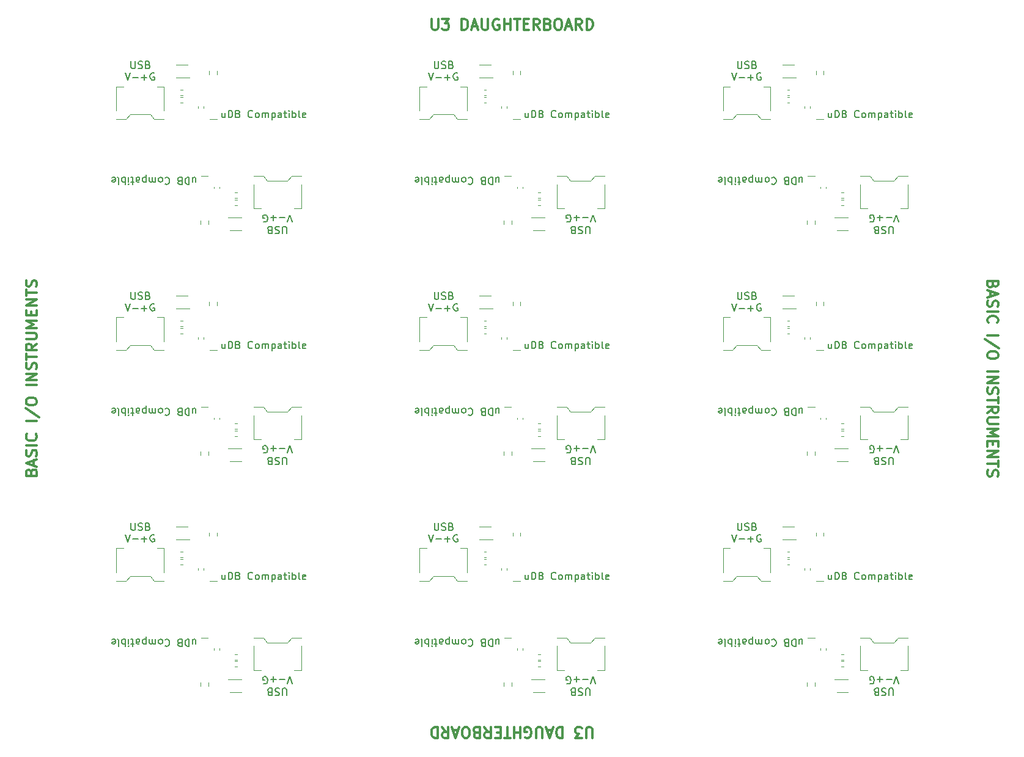
<source format=gto>
%TF.GenerationSoftware,KiCad,Pcbnew,7.0.5*%
%TF.CreationDate,2023-07-04T16:39:27+08:00*%
%TF.ProjectId,u3-panelized,75332d70-616e-4656-9c69-7a65642e6b69,rev?*%
%TF.SameCoordinates,PX1312d00PY1312d00*%
%TF.FileFunction,Legend,Top*%
%TF.FilePolarity,Positive*%
%FSLAX46Y46*%
G04 Gerber Fmt 4.6, Leading zero omitted, Abs format (unit mm)*
G04 Created by KiCad (PCBNEW 7.0.5) date 2023-07-04 16:39:27*
%MOMM*%
%LPD*%
G01*
G04 APERTURE LIST*
%ADD10C,0.200000*%
%ADD11C,0.300000*%
%ADD12C,0.120000*%
G04 APERTURE END LIST*
D10*
X24755744Y-24299447D02*
X24755744Y-23632780D01*
X25184315Y-24299447D02*
X25184315Y-23775638D01*
X25184315Y-23775638D02*
X25136696Y-23680400D01*
X25136696Y-23680400D02*
X25041458Y-23632780D01*
X25041458Y-23632780D02*
X24898601Y-23632780D01*
X24898601Y-23632780D02*
X24803363Y-23680400D01*
X24803363Y-23680400D02*
X24755744Y-23728019D01*
X24279553Y-23632780D02*
X24279553Y-24632780D01*
X24279553Y-24632780D02*
X24041458Y-24632780D01*
X24041458Y-24632780D02*
X23898601Y-24585161D01*
X23898601Y-24585161D02*
X23803363Y-24489923D01*
X23803363Y-24489923D02*
X23755744Y-24394685D01*
X23755744Y-24394685D02*
X23708125Y-24204209D01*
X23708125Y-24204209D02*
X23708125Y-24061352D01*
X23708125Y-24061352D02*
X23755744Y-23870876D01*
X23755744Y-23870876D02*
X23803363Y-23775638D01*
X23803363Y-23775638D02*
X23898601Y-23680400D01*
X23898601Y-23680400D02*
X24041458Y-23632780D01*
X24041458Y-23632780D02*
X24279553Y-23632780D01*
X22946220Y-24156590D02*
X22803363Y-24108971D01*
X22803363Y-24108971D02*
X22755744Y-24061352D01*
X22755744Y-24061352D02*
X22708125Y-23966114D01*
X22708125Y-23966114D02*
X22708125Y-23823257D01*
X22708125Y-23823257D02*
X22755744Y-23728019D01*
X22755744Y-23728019D02*
X22803363Y-23680400D01*
X22803363Y-23680400D02*
X22898601Y-23632780D01*
X22898601Y-23632780D02*
X23279553Y-23632780D01*
X23279553Y-23632780D02*
X23279553Y-24632780D01*
X23279553Y-24632780D02*
X22946220Y-24632780D01*
X22946220Y-24632780D02*
X22850982Y-24585161D01*
X22850982Y-24585161D02*
X22803363Y-24537542D01*
X22803363Y-24537542D02*
X22755744Y-24442304D01*
X22755744Y-24442304D02*
X22755744Y-24347066D01*
X22755744Y-24347066D02*
X22803363Y-24251828D01*
X22803363Y-24251828D02*
X22850982Y-24204209D01*
X22850982Y-24204209D02*
X22946220Y-24156590D01*
X22946220Y-24156590D02*
X23279553Y-24156590D01*
X20946220Y-23728019D02*
X20993839Y-23680400D01*
X20993839Y-23680400D02*
X21136696Y-23632780D01*
X21136696Y-23632780D02*
X21231934Y-23632780D01*
X21231934Y-23632780D02*
X21374791Y-23680400D01*
X21374791Y-23680400D02*
X21470029Y-23775638D01*
X21470029Y-23775638D02*
X21517648Y-23870876D01*
X21517648Y-23870876D02*
X21565267Y-24061352D01*
X21565267Y-24061352D02*
X21565267Y-24204209D01*
X21565267Y-24204209D02*
X21517648Y-24394685D01*
X21517648Y-24394685D02*
X21470029Y-24489923D01*
X21470029Y-24489923D02*
X21374791Y-24585161D01*
X21374791Y-24585161D02*
X21231934Y-24632780D01*
X21231934Y-24632780D02*
X21136696Y-24632780D01*
X21136696Y-24632780D02*
X20993839Y-24585161D01*
X20993839Y-24585161D02*
X20946220Y-24537542D01*
X20374791Y-23632780D02*
X20470029Y-23680400D01*
X20470029Y-23680400D02*
X20517648Y-23728019D01*
X20517648Y-23728019D02*
X20565267Y-23823257D01*
X20565267Y-23823257D02*
X20565267Y-24108971D01*
X20565267Y-24108971D02*
X20517648Y-24204209D01*
X20517648Y-24204209D02*
X20470029Y-24251828D01*
X20470029Y-24251828D02*
X20374791Y-24299447D01*
X20374791Y-24299447D02*
X20231934Y-24299447D01*
X20231934Y-24299447D02*
X20136696Y-24251828D01*
X20136696Y-24251828D02*
X20089077Y-24204209D01*
X20089077Y-24204209D02*
X20041458Y-24108971D01*
X20041458Y-24108971D02*
X20041458Y-23823257D01*
X20041458Y-23823257D02*
X20089077Y-23728019D01*
X20089077Y-23728019D02*
X20136696Y-23680400D01*
X20136696Y-23680400D02*
X20231934Y-23632780D01*
X20231934Y-23632780D02*
X20374791Y-23632780D01*
X19612886Y-23632780D02*
X19612886Y-24299447D01*
X19612886Y-24204209D02*
X19565267Y-24251828D01*
X19565267Y-24251828D02*
X19470029Y-24299447D01*
X19470029Y-24299447D02*
X19327172Y-24299447D01*
X19327172Y-24299447D02*
X19231934Y-24251828D01*
X19231934Y-24251828D02*
X19184315Y-24156590D01*
X19184315Y-24156590D02*
X19184315Y-23632780D01*
X19184315Y-24156590D02*
X19136696Y-24251828D01*
X19136696Y-24251828D02*
X19041458Y-24299447D01*
X19041458Y-24299447D02*
X18898601Y-24299447D01*
X18898601Y-24299447D02*
X18803362Y-24251828D01*
X18803362Y-24251828D02*
X18755743Y-24156590D01*
X18755743Y-24156590D02*
X18755743Y-23632780D01*
X18279553Y-24299447D02*
X18279553Y-23299447D01*
X18279553Y-24251828D02*
X18184315Y-24299447D01*
X18184315Y-24299447D02*
X17993839Y-24299447D01*
X17993839Y-24299447D02*
X17898601Y-24251828D01*
X17898601Y-24251828D02*
X17850982Y-24204209D01*
X17850982Y-24204209D02*
X17803363Y-24108971D01*
X17803363Y-24108971D02*
X17803363Y-23823257D01*
X17803363Y-23823257D02*
X17850982Y-23728019D01*
X17850982Y-23728019D02*
X17898601Y-23680400D01*
X17898601Y-23680400D02*
X17993839Y-23632780D01*
X17993839Y-23632780D02*
X18184315Y-23632780D01*
X18184315Y-23632780D02*
X18279553Y-23680400D01*
X16946220Y-23632780D02*
X16946220Y-24156590D01*
X16946220Y-24156590D02*
X16993839Y-24251828D01*
X16993839Y-24251828D02*
X17089077Y-24299447D01*
X17089077Y-24299447D02*
X17279553Y-24299447D01*
X17279553Y-24299447D02*
X17374791Y-24251828D01*
X16946220Y-23680400D02*
X17041458Y-23632780D01*
X17041458Y-23632780D02*
X17279553Y-23632780D01*
X17279553Y-23632780D02*
X17374791Y-23680400D01*
X17374791Y-23680400D02*
X17422410Y-23775638D01*
X17422410Y-23775638D02*
X17422410Y-23870876D01*
X17422410Y-23870876D02*
X17374791Y-23966114D01*
X17374791Y-23966114D02*
X17279553Y-24013733D01*
X17279553Y-24013733D02*
X17041458Y-24013733D01*
X17041458Y-24013733D02*
X16946220Y-24061352D01*
X16612886Y-24299447D02*
X16231934Y-24299447D01*
X16470029Y-24632780D02*
X16470029Y-23775638D01*
X16470029Y-23775638D02*
X16422410Y-23680400D01*
X16422410Y-23680400D02*
X16327172Y-23632780D01*
X16327172Y-23632780D02*
X16231934Y-23632780D01*
X15898600Y-23632780D02*
X15898600Y-24299447D01*
X15898600Y-24632780D02*
X15946219Y-24585161D01*
X15946219Y-24585161D02*
X15898600Y-24537542D01*
X15898600Y-24537542D02*
X15850981Y-24585161D01*
X15850981Y-24585161D02*
X15898600Y-24632780D01*
X15898600Y-24632780D02*
X15898600Y-24537542D01*
X15422410Y-23632780D02*
X15422410Y-24632780D01*
X15422410Y-24251828D02*
X15327172Y-24299447D01*
X15327172Y-24299447D02*
X15136696Y-24299447D01*
X15136696Y-24299447D02*
X15041458Y-24251828D01*
X15041458Y-24251828D02*
X14993839Y-24204209D01*
X14993839Y-24204209D02*
X14946220Y-24108971D01*
X14946220Y-24108971D02*
X14946220Y-23823257D01*
X14946220Y-23823257D02*
X14993839Y-23728019D01*
X14993839Y-23728019D02*
X15041458Y-23680400D01*
X15041458Y-23680400D02*
X15136696Y-23632780D01*
X15136696Y-23632780D02*
X15327172Y-23632780D01*
X15327172Y-23632780D02*
X15422410Y-23680400D01*
X14374791Y-23632780D02*
X14470029Y-23680400D01*
X14470029Y-23680400D02*
X14517648Y-23775638D01*
X14517648Y-23775638D02*
X14517648Y-24632780D01*
X13612886Y-23680400D02*
X13708124Y-23632780D01*
X13708124Y-23632780D02*
X13898600Y-23632780D01*
X13898600Y-23632780D02*
X13993838Y-23680400D01*
X13993838Y-23680400D02*
X14041457Y-23775638D01*
X14041457Y-23775638D02*
X14041457Y-24156590D01*
X14041457Y-24156590D02*
X13993838Y-24251828D01*
X13993838Y-24251828D02*
X13898600Y-24299447D01*
X13898600Y-24299447D02*
X13708124Y-24299447D01*
X13708124Y-24299447D02*
X13612886Y-24251828D01*
X13612886Y-24251828D02*
X13565267Y-24156590D01*
X13565267Y-24156590D02*
X13565267Y-24061352D01*
X13565267Y-24061352D02*
X14041457Y-23966114D01*
X121760505Y-31442780D02*
X121760505Y-30633257D01*
X121760505Y-30633257D02*
X121712886Y-30538019D01*
X121712886Y-30538019D02*
X121665267Y-30490400D01*
X121665267Y-30490400D02*
X121570029Y-30442780D01*
X121570029Y-30442780D02*
X121379553Y-30442780D01*
X121379553Y-30442780D02*
X121284315Y-30490400D01*
X121284315Y-30490400D02*
X121236696Y-30538019D01*
X121236696Y-30538019D02*
X121189077Y-30633257D01*
X121189077Y-30633257D02*
X121189077Y-31442780D01*
X120760505Y-30490400D02*
X120617648Y-30442780D01*
X120617648Y-30442780D02*
X120379553Y-30442780D01*
X120379553Y-30442780D02*
X120284315Y-30490400D01*
X120284315Y-30490400D02*
X120236696Y-30538019D01*
X120236696Y-30538019D02*
X120189077Y-30633257D01*
X120189077Y-30633257D02*
X120189077Y-30728495D01*
X120189077Y-30728495D02*
X120236696Y-30823733D01*
X120236696Y-30823733D02*
X120284315Y-30871352D01*
X120284315Y-30871352D02*
X120379553Y-30918971D01*
X120379553Y-30918971D02*
X120570029Y-30966590D01*
X120570029Y-30966590D02*
X120665267Y-31014209D01*
X120665267Y-31014209D02*
X120712886Y-31061828D01*
X120712886Y-31061828D02*
X120760505Y-31157066D01*
X120760505Y-31157066D02*
X120760505Y-31252304D01*
X120760505Y-31252304D02*
X120712886Y-31347542D01*
X120712886Y-31347542D02*
X120665267Y-31395161D01*
X120665267Y-31395161D02*
X120570029Y-31442780D01*
X120570029Y-31442780D02*
X120331934Y-31442780D01*
X120331934Y-31442780D02*
X120189077Y-31395161D01*
X119427172Y-30966590D02*
X119284315Y-30918971D01*
X119284315Y-30918971D02*
X119236696Y-30871352D01*
X119236696Y-30871352D02*
X119189077Y-30776114D01*
X119189077Y-30776114D02*
X119189077Y-30633257D01*
X119189077Y-30633257D02*
X119236696Y-30538019D01*
X119236696Y-30538019D02*
X119284315Y-30490400D01*
X119284315Y-30490400D02*
X119379553Y-30442780D01*
X119379553Y-30442780D02*
X119760505Y-30442780D01*
X119760505Y-30442780D02*
X119760505Y-31442780D01*
X119760505Y-31442780D02*
X119427172Y-31442780D01*
X119427172Y-31442780D02*
X119331934Y-31395161D01*
X119331934Y-31395161D02*
X119284315Y-31347542D01*
X119284315Y-31347542D02*
X119236696Y-31252304D01*
X119236696Y-31252304D02*
X119236696Y-31157066D01*
X119236696Y-31157066D02*
X119284315Y-31061828D01*
X119284315Y-31061828D02*
X119331934Y-31014209D01*
X119331934Y-31014209D02*
X119427172Y-30966590D01*
X119427172Y-30966590D02*
X119760505Y-30966590D01*
X122570028Y-29832780D02*
X122236695Y-28832780D01*
X122236695Y-28832780D02*
X121903362Y-29832780D01*
X121570028Y-29213733D02*
X120808124Y-29213733D01*
X120331933Y-29213733D02*
X119570029Y-29213733D01*
X119950981Y-28832780D02*
X119950981Y-29594685D01*
X118570029Y-29785161D02*
X118665267Y-29832780D01*
X118665267Y-29832780D02*
X118808124Y-29832780D01*
X118808124Y-29832780D02*
X118950981Y-29785161D01*
X118950981Y-29785161D02*
X119046219Y-29689923D01*
X119046219Y-29689923D02*
X119093838Y-29594685D01*
X119093838Y-29594685D02*
X119141457Y-29404209D01*
X119141457Y-29404209D02*
X119141457Y-29261352D01*
X119141457Y-29261352D02*
X119093838Y-29070876D01*
X119093838Y-29070876D02*
X119046219Y-28975638D01*
X119046219Y-28975638D02*
X118950981Y-28880400D01*
X118950981Y-28880400D02*
X118808124Y-28832780D01*
X118808124Y-28832780D02*
X118712886Y-28832780D01*
X118712886Y-28832780D02*
X118570029Y-28880400D01*
X118570029Y-28880400D02*
X118522410Y-28928019D01*
X118522410Y-28928019D02*
X118522410Y-29261352D01*
X118522410Y-29261352D02*
X118712886Y-29261352D01*
X58236696Y-7557219D02*
X58236696Y-8366742D01*
X58236696Y-8366742D02*
X58284315Y-8461980D01*
X58284315Y-8461980D02*
X58331934Y-8509600D01*
X58331934Y-8509600D02*
X58427172Y-8557219D01*
X58427172Y-8557219D02*
X58617648Y-8557219D01*
X58617648Y-8557219D02*
X58712886Y-8509600D01*
X58712886Y-8509600D02*
X58760505Y-8461980D01*
X58760505Y-8461980D02*
X58808124Y-8366742D01*
X58808124Y-8366742D02*
X58808124Y-7557219D01*
X59236696Y-8509600D02*
X59379553Y-8557219D01*
X59379553Y-8557219D02*
X59617648Y-8557219D01*
X59617648Y-8557219D02*
X59712886Y-8509600D01*
X59712886Y-8509600D02*
X59760505Y-8461980D01*
X59760505Y-8461980D02*
X59808124Y-8366742D01*
X59808124Y-8366742D02*
X59808124Y-8271504D01*
X59808124Y-8271504D02*
X59760505Y-8176266D01*
X59760505Y-8176266D02*
X59712886Y-8128647D01*
X59712886Y-8128647D02*
X59617648Y-8081028D01*
X59617648Y-8081028D02*
X59427172Y-8033409D01*
X59427172Y-8033409D02*
X59331934Y-7985790D01*
X59331934Y-7985790D02*
X59284315Y-7938171D01*
X59284315Y-7938171D02*
X59236696Y-7842933D01*
X59236696Y-7842933D02*
X59236696Y-7747695D01*
X59236696Y-7747695D02*
X59284315Y-7652457D01*
X59284315Y-7652457D02*
X59331934Y-7604838D01*
X59331934Y-7604838D02*
X59427172Y-7557219D01*
X59427172Y-7557219D02*
X59665267Y-7557219D01*
X59665267Y-7557219D02*
X59808124Y-7604838D01*
X60570029Y-8033409D02*
X60712886Y-8081028D01*
X60712886Y-8081028D02*
X60760505Y-8128647D01*
X60760505Y-8128647D02*
X60808124Y-8223885D01*
X60808124Y-8223885D02*
X60808124Y-8366742D01*
X60808124Y-8366742D02*
X60760505Y-8461980D01*
X60760505Y-8461980D02*
X60712886Y-8509600D01*
X60712886Y-8509600D02*
X60617648Y-8557219D01*
X60617648Y-8557219D02*
X60236696Y-8557219D01*
X60236696Y-8557219D02*
X60236696Y-7557219D01*
X60236696Y-7557219D02*
X60570029Y-7557219D01*
X60570029Y-7557219D02*
X60665267Y-7604838D01*
X60665267Y-7604838D02*
X60712886Y-7652457D01*
X60712886Y-7652457D02*
X60760505Y-7747695D01*
X60760505Y-7747695D02*
X60760505Y-7842933D01*
X60760505Y-7842933D02*
X60712886Y-7938171D01*
X60712886Y-7938171D02*
X60665267Y-7985790D01*
X60665267Y-7985790D02*
X60570029Y-8033409D01*
X60570029Y-8033409D02*
X60236696Y-8033409D01*
X57427173Y-9167219D02*
X57760506Y-10167219D01*
X57760506Y-10167219D02*
X58093839Y-9167219D01*
X58427173Y-9786266D02*
X59189078Y-9786266D01*
X59665268Y-9786266D02*
X60427173Y-9786266D01*
X60046220Y-10167219D02*
X60046220Y-9405314D01*
X61427172Y-9214838D02*
X61331934Y-9167219D01*
X61331934Y-9167219D02*
X61189077Y-9167219D01*
X61189077Y-9167219D02*
X61046220Y-9214838D01*
X61046220Y-9214838D02*
X60950982Y-9310076D01*
X60950982Y-9310076D02*
X60903363Y-9405314D01*
X60903363Y-9405314D02*
X60855744Y-9595790D01*
X60855744Y-9595790D02*
X60855744Y-9738647D01*
X60855744Y-9738647D02*
X60903363Y-9929123D01*
X60903363Y-9929123D02*
X60950982Y-10024361D01*
X60950982Y-10024361D02*
X61046220Y-10119600D01*
X61046220Y-10119600D02*
X61189077Y-10167219D01*
X61189077Y-10167219D02*
X61284315Y-10167219D01*
X61284315Y-10167219D02*
X61427172Y-10119600D01*
X61427172Y-10119600D02*
X61474791Y-10071980D01*
X61474791Y-10071980D02*
X61474791Y-9738647D01*
X61474791Y-9738647D02*
X61284315Y-9738647D01*
X16236696Y-39557219D02*
X16236696Y-40366742D01*
X16236696Y-40366742D02*
X16284315Y-40461980D01*
X16284315Y-40461980D02*
X16331934Y-40509600D01*
X16331934Y-40509600D02*
X16427172Y-40557219D01*
X16427172Y-40557219D02*
X16617648Y-40557219D01*
X16617648Y-40557219D02*
X16712886Y-40509600D01*
X16712886Y-40509600D02*
X16760505Y-40461980D01*
X16760505Y-40461980D02*
X16808124Y-40366742D01*
X16808124Y-40366742D02*
X16808124Y-39557219D01*
X17236696Y-40509600D02*
X17379553Y-40557219D01*
X17379553Y-40557219D02*
X17617648Y-40557219D01*
X17617648Y-40557219D02*
X17712886Y-40509600D01*
X17712886Y-40509600D02*
X17760505Y-40461980D01*
X17760505Y-40461980D02*
X17808124Y-40366742D01*
X17808124Y-40366742D02*
X17808124Y-40271504D01*
X17808124Y-40271504D02*
X17760505Y-40176266D01*
X17760505Y-40176266D02*
X17712886Y-40128647D01*
X17712886Y-40128647D02*
X17617648Y-40081028D01*
X17617648Y-40081028D02*
X17427172Y-40033409D01*
X17427172Y-40033409D02*
X17331934Y-39985790D01*
X17331934Y-39985790D02*
X17284315Y-39938171D01*
X17284315Y-39938171D02*
X17236696Y-39842933D01*
X17236696Y-39842933D02*
X17236696Y-39747695D01*
X17236696Y-39747695D02*
X17284315Y-39652457D01*
X17284315Y-39652457D02*
X17331934Y-39604838D01*
X17331934Y-39604838D02*
X17427172Y-39557219D01*
X17427172Y-39557219D02*
X17665267Y-39557219D01*
X17665267Y-39557219D02*
X17808124Y-39604838D01*
X18570029Y-40033409D02*
X18712886Y-40081028D01*
X18712886Y-40081028D02*
X18760505Y-40128647D01*
X18760505Y-40128647D02*
X18808124Y-40223885D01*
X18808124Y-40223885D02*
X18808124Y-40366742D01*
X18808124Y-40366742D02*
X18760505Y-40461980D01*
X18760505Y-40461980D02*
X18712886Y-40509600D01*
X18712886Y-40509600D02*
X18617648Y-40557219D01*
X18617648Y-40557219D02*
X18236696Y-40557219D01*
X18236696Y-40557219D02*
X18236696Y-39557219D01*
X18236696Y-39557219D02*
X18570029Y-39557219D01*
X18570029Y-39557219D02*
X18665267Y-39604838D01*
X18665267Y-39604838D02*
X18712886Y-39652457D01*
X18712886Y-39652457D02*
X18760505Y-39747695D01*
X18760505Y-39747695D02*
X18760505Y-39842933D01*
X18760505Y-39842933D02*
X18712886Y-39938171D01*
X18712886Y-39938171D02*
X18665267Y-39985790D01*
X18665267Y-39985790D02*
X18570029Y-40033409D01*
X18570029Y-40033409D02*
X18236696Y-40033409D01*
X15427173Y-41167219D02*
X15760506Y-42167219D01*
X15760506Y-42167219D02*
X16093839Y-41167219D01*
X16427173Y-41786266D02*
X17189078Y-41786266D01*
X17665268Y-41786266D02*
X18427173Y-41786266D01*
X18046220Y-42167219D02*
X18046220Y-41405314D01*
X19427172Y-41214838D02*
X19331934Y-41167219D01*
X19331934Y-41167219D02*
X19189077Y-41167219D01*
X19189077Y-41167219D02*
X19046220Y-41214838D01*
X19046220Y-41214838D02*
X18950982Y-41310076D01*
X18950982Y-41310076D02*
X18903363Y-41405314D01*
X18903363Y-41405314D02*
X18855744Y-41595790D01*
X18855744Y-41595790D02*
X18855744Y-41738647D01*
X18855744Y-41738647D02*
X18903363Y-41929123D01*
X18903363Y-41929123D02*
X18950982Y-42024361D01*
X18950982Y-42024361D02*
X19046220Y-42119600D01*
X19046220Y-42119600D02*
X19189077Y-42167219D01*
X19189077Y-42167219D02*
X19284315Y-42167219D01*
X19284315Y-42167219D02*
X19427172Y-42119600D01*
X19427172Y-42119600D02*
X19474791Y-42071980D01*
X19474791Y-42071980D02*
X19474791Y-41738647D01*
X19474791Y-41738647D02*
X19284315Y-41738647D01*
D11*
X57891457Y-1678328D02*
X57891457Y-2892614D01*
X57891457Y-2892614D02*
X57962886Y-3035471D01*
X57962886Y-3035471D02*
X58034315Y-3106900D01*
X58034315Y-3106900D02*
X58177172Y-3178328D01*
X58177172Y-3178328D02*
X58462886Y-3178328D01*
X58462886Y-3178328D02*
X58605743Y-3106900D01*
X58605743Y-3106900D02*
X58677172Y-3035471D01*
X58677172Y-3035471D02*
X58748600Y-2892614D01*
X58748600Y-2892614D02*
X58748600Y-1678328D01*
X59320029Y-1678328D02*
X60248601Y-1678328D01*
X60248601Y-1678328D02*
X59748601Y-2249757D01*
X59748601Y-2249757D02*
X59962886Y-2249757D01*
X59962886Y-2249757D02*
X60105744Y-2321185D01*
X60105744Y-2321185D02*
X60177172Y-2392614D01*
X60177172Y-2392614D02*
X60248601Y-2535471D01*
X60248601Y-2535471D02*
X60248601Y-2892614D01*
X60248601Y-2892614D02*
X60177172Y-3035471D01*
X60177172Y-3035471D02*
X60105744Y-3106900D01*
X60105744Y-3106900D02*
X59962886Y-3178328D01*
X59962886Y-3178328D02*
X59534315Y-3178328D01*
X59534315Y-3178328D02*
X59391458Y-3106900D01*
X59391458Y-3106900D02*
X59320029Y-3035471D01*
X62034314Y-3178328D02*
X62034314Y-1678328D01*
X62034314Y-1678328D02*
X62391457Y-1678328D01*
X62391457Y-1678328D02*
X62605743Y-1749757D01*
X62605743Y-1749757D02*
X62748600Y-1892614D01*
X62748600Y-1892614D02*
X62820029Y-2035471D01*
X62820029Y-2035471D02*
X62891457Y-2321185D01*
X62891457Y-2321185D02*
X62891457Y-2535471D01*
X62891457Y-2535471D02*
X62820029Y-2821185D01*
X62820029Y-2821185D02*
X62748600Y-2964042D01*
X62748600Y-2964042D02*
X62605743Y-3106900D01*
X62605743Y-3106900D02*
X62391457Y-3178328D01*
X62391457Y-3178328D02*
X62034314Y-3178328D01*
X63462886Y-2749757D02*
X64177172Y-2749757D01*
X63320029Y-3178328D02*
X63820029Y-1678328D01*
X63820029Y-1678328D02*
X64320029Y-3178328D01*
X64820028Y-1678328D02*
X64820028Y-2892614D01*
X64820028Y-2892614D02*
X64891457Y-3035471D01*
X64891457Y-3035471D02*
X64962886Y-3106900D01*
X64962886Y-3106900D02*
X65105743Y-3178328D01*
X65105743Y-3178328D02*
X65391457Y-3178328D01*
X65391457Y-3178328D02*
X65534314Y-3106900D01*
X65534314Y-3106900D02*
X65605743Y-3035471D01*
X65605743Y-3035471D02*
X65677171Y-2892614D01*
X65677171Y-2892614D02*
X65677171Y-1678328D01*
X67177172Y-1749757D02*
X67034315Y-1678328D01*
X67034315Y-1678328D02*
X66820029Y-1678328D01*
X66820029Y-1678328D02*
X66605743Y-1749757D01*
X66605743Y-1749757D02*
X66462886Y-1892614D01*
X66462886Y-1892614D02*
X66391457Y-2035471D01*
X66391457Y-2035471D02*
X66320029Y-2321185D01*
X66320029Y-2321185D02*
X66320029Y-2535471D01*
X66320029Y-2535471D02*
X66391457Y-2821185D01*
X66391457Y-2821185D02*
X66462886Y-2964042D01*
X66462886Y-2964042D02*
X66605743Y-3106900D01*
X66605743Y-3106900D02*
X66820029Y-3178328D01*
X66820029Y-3178328D02*
X66962886Y-3178328D01*
X66962886Y-3178328D02*
X67177172Y-3106900D01*
X67177172Y-3106900D02*
X67248600Y-3035471D01*
X67248600Y-3035471D02*
X67248600Y-2535471D01*
X67248600Y-2535471D02*
X66962886Y-2535471D01*
X67891457Y-3178328D02*
X67891457Y-1678328D01*
X67891457Y-2392614D02*
X68748600Y-2392614D01*
X68748600Y-3178328D02*
X68748600Y-1678328D01*
X69248601Y-1678328D02*
X70105744Y-1678328D01*
X69677172Y-3178328D02*
X69677172Y-1678328D01*
X70605743Y-2392614D02*
X71105743Y-2392614D01*
X71320029Y-3178328D02*
X70605743Y-3178328D01*
X70605743Y-3178328D02*
X70605743Y-1678328D01*
X70605743Y-1678328D02*
X71320029Y-1678328D01*
X72820029Y-3178328D02*
X72320029Y-2464042D01*
X71962886Y-3178328D02*
X71962886Y-1678328D01*
X71962886Y-1678328D02*
X72534315Y-1678328D01*
X72534315Y-1678328D02*
X72677172Y-1749757D01*
X72677172Y-1749757D02*
X72748601Y-1821185D01*
X72748601Y-1821185D02*
X72820029Y-1964042D01*
X72820029Y-1964042D02*
X72820029Y-2178328D01*
X72820029Y-2178328D02*
X72748601Y-2321185D01*
X72748601Y-2321185D02*
X72677172Y-2392614D01*
X72677172Y-2392614D02*
X72534315Y-2464042D01*
X72534315Y-2464042D02*
X71962886Y-2464042D01*
X73962886Y-2392614D02*
X74177172Y-2464042D01*
X74177172Y-2464042D02*
X74248601Y-2535471D01*
X74248601Y-2535471D02*
X74320029Y-2678328D01*
X74320029Y-2678328D02*
X74320029Y-2892614D01*
X74320029Y-2892614D02*
X74248601Y-3035471D01*
X74248601Y-3035471D02*
X74177172Y-3106900D01*
X74177172Y-3106900D02*
X74034315Y-3178328D01*
X74034315Y-3178328D02*
X73462886Y-3178328D01*
X73462886Y-3178328D02*
X73462886Y-1678328D01*
X73462886Y-1678328D02*
X73962886Y-1678328D01*
X73962886Y-1678328D02*
X74105744Y-1749757D01*
X74105744Y-1749757D02*
X74177172Y-1821185D01*
X74177172Y-1821185D02*
X74248601Y-1964042D01*
X74248601Y-1964042D02*
X74248601Y-2106900D01*
X74248601Y-2106900D02*
X74177172Y-2249757D01*
X74177172Y-2249757D02*
X74105744Y-2321185D01*
X74105744Y-2321185D02*
X73962886Y-2392614D01*
X73962886Y-2392614D02*
X73462886Y-2392614D01*
X75248601Y-1678328D02*
X75534315Y-1678328D01*
X75534315Y-1678328D02*
X75677172Y-1749757D01*
X75677172Y-1749757D02*
X75820029Y-1892614D01*
X75820029Y-1892614D02*
X75891458Y-2178328D01*
X75891458Y-2178328D02*
X75891458Y-2678328D01*
X75891458Y-2678328D02*
X75820029Y-2964042D01*
X75820029Y-2964042D02*
X75677172Y-3106900D01*
X75677172Y-3106900D02*
X75534315Y-3178328D01*
X75534315Y-3178328D02*
X75248601Y-3178328D01*
X75248601Y-3178328D02*
X75105744Y-3106900D01*
X75105744Y-3106900D02*
X74962886Y-2964042D01*
X74962886Y-2964042D02*
X74891458Y-2678328D01*
X74891458Y-2678328D02*
X74891458Y-2178328D01*
X74891458Y-2178328D02*
X74962886Y-1892614D01*
X74962886Y-1892614D02*
X75105744Y-1749757D01*
X75105744Y-1749757D02*
X75248601Y-1678328D01*
X76462887Y-2749757D02*
X77177173Y-2749757D01*
X76320030Y-3178328D02*
X76820030Y-1678328D01*
X76820030Y-1678328D02*
X77320030Y-3178328D01*
X78677172Y-3178328D02*
X78177172Y-2464042D01*
X77820029Y-3178328D02*
X77820029Y-1678328D01*
X77820029Y-1678328D02*
X78391458Y-1678328D01*
X78391458Y-1678328D02*
X78534315Y-1749757D01*
X78534315Y-1749757D02*
X78605744Y-1821185D01*
X78605744Y-1821185D02*
X78677172Y-1964042D01*
X78677172Y-1964042D02*
X78677172Y-2178328D01*
X78677172Y-2178328D02*
X78605744Y-2321185D01*
X78605744Y-2321185D02*
X78534315Y-2392614D01*
X78534315Y-2392614D02*
X78391458Y-2464042D01*
X78391458Y-2464042D02*
X77820029Y-2464042D01*
X79320029Y-3178328D02*
X79320029Y-1678328D01*
X79320029Y-1678328D02*
X79677172Y-1678328D01*
X79677172Y-1678328D02*
X79891458Y-1749757D01*
X79891458Y-1749757D02*
X80034315Y-1892614D01*
X80034315Y-1892614D02*
X80105744Y-2035471D01*
X80105744Y-2035471D02*
X80177172Y-2321185D01*
X80177172Y-2321185D02*
X80177172Y-2535471D01*
X80177172Y-2535471D02*
X80105744Y-2821185D01*
X80105744Y-2821185D02*
X80034315Y-2964042D01*
X80034315Y-2964042D02*
X79891458Y-3106900D01*
X79891458Y-3106900D02*
X79677172Y-3178328D01*
X79677172Y-3178328D02*
X79320029Y-3178328D01*
D10*
X79760505Y-31442780D02*
X79760505Y-30633257D01*
X79760505Y-30633257D02*
X79712886Y-30538019D01*
X79712886Y-30538019D02*
X79665267Y-30490400D01*
X79665267Y-30490400D02*
X79570029Y-30442780D01*
X79570029Y-30442780D02*
X79379553Y-30442780D01*
X79379553Y-30442780D02*
X79284315Y-30490400D01*
X79284315Y-30490400D02*
X79236696Y-30538019D01*
X79236696Y-30538019D02*
X79189077Y-30633257D01*
X79189077Y-30633257D02*
X79189077Y-31442780D01*
X78760505Y-30490400D02*
X78617648Y-30442780D01*
X78617648Y-30442780D02*
X78379553Y-30442780D01*
X78379553Y-30442780D02*
X78284315Y-30490400D01*
X78284315Y-30490400D02*
X78236696Y-30538019D01*
X78236696Y-30538019D02*
X78189077Y-30633257D01*
X78189077Y-30633257D02*
X78189077Y-30728495D01*
X78189077Y-30728495D02*
X78236696Y-30823733D01*
X78236696Y-30823733D02*
X78284315Y-30871352D01*
X78284315Y-30871352D02*
X78379553Y-30918971D01*
X78379553Y-30918971D02*
X78570029Y-30966590D01*
X78570029Y-30966590D02*
X78665267Y-31014209D01*
X78665267Y-31014209D02*
X78712886Y-31061828D01*
X78712886Y-31061828D02*
X78760505Y-31157066D01*
X78760505Y-31157066D02*
X78760505Y-31252304D01*
X78760505Y-31252304D02*
X78712886Y-31347542D01*
X78712886Y-31347542D02*
X78665267Y-31395161D01*
X78665267Y-31395161D02*
X78570029Y-31442780D01*
X78570029Y-31442780D02*
X78331934Y-31442780D01*
X78331934Y-31442780D02*
X78189077Y-31395161D01*
X77427172Y-30966590D02*
X77284315Y-30918971D01*
X77284315Y-30918971D02*
X77236696Y-30871352D01*
X77236696Y-30871352D02*
X77189077Y-30776114D01*
X77189077Y-30776114D02*
X77189077Y-30633257D01*
X77189077Y-30633257D02*
X77236696Y-30538019D01*
X77236696Y-30538019D02*
X77284315Y-30490400D01*
X77284315Y-30490400D02*
X77379553Y-30442780D01*
X77379553Y-30442780D02*
X77760505Y-30442780D01*
X77760505Y-30442780D02*
X77760505Y-31442780D01*
X77760505Y-31442780D02*
X77427172Y-31442780D01*
X77427172Y-31442780D02*
X77331934Y-31395161D01*
X77331934Y-31395161D02*
X77284315Y-31347542D01*
X77284315Y-31347542D02*
X77236696Y-31252304D01*
X77236696Y-31252304D02*
X77236696Y-31157066D01*
X77236696Y-31157066D02*
X77284315Y-31061828D01*
X77284315Y-31061828D02*
X77331934Y-31014209D01*
X77331934Y-31014209D02*
X77427172Y-30966590D01*
X77427172Y-30966590D02*
X77760505Y-30966590D01*
X80570028Y-29832780D02*
X80236695Y-28832780D01*
X80236695Y-28832780D02*
X79903362Y-29832780D01*
X79570028Y-29213733D02*
X78808124Y-29213733D01*
X78331933Y-29213733D02*
X77570029Y-29213733D01*
X77950981Y-28832780D02*
X77950981Y-29594685D01*
X76570029Y-29785161D02*
X76665267Y-29832780D01*
X76665267Y-29832780D02*
X76808124Y-29832780D01*
X76808124Y-29832780D02*
X76950981Y-29785161D01*
X76950981Y-29785161D02*
X77046219Y-29689923D01*
X77046219Y-29689923D02*
X77093838Y-29594685D01*
X77093838Y-29594685D02*
X77141457Y-29404209D01*
X77141457Y-29404209D02*
X77141457Y-29261352D01*
X77141457Y-29261352D02*
X77093838Y-29070876D01*
X77093838Y-29070876D02*
X77046219Y-28975638D01*
X77046219Y-28975638D02*
X76950981Y-28880400D01*
X76950981Y-28880400D02*
X76808124Y-28832780D01*
X76808124Y-28832780D02*
X76712886Y-28832780D01*
X76712886Y-28832780D02*
X76570029Y-28880400D01*
X76570029Y-28880400D02*
X76522410Y-28928019D01*
X76522410Y-28928019D02*
X76522410Y-29261352D01*
X76522410Y-29261352D02*
X76712886Y-29261352D01*
X24755744Y-88299447D02*
X24755744Y-87632780D01*
X25184315Y-88299447D02*
X25184315Y-87775638D01*
X25184315Y-87775638D02*
X25136696Y-87680400D01*
X25136696Y-87680400D02*
X25041458Y-87632780D01*
X25041458Y-87632780D02*
X24898601Y-87632780D01*
X24898601Y-87632780D02*
X24803363Y-87680400D01*
X24803363Y-87680400D02*
X24755744Y-87728019D01*
X24279553Y-87632780D02*
X24279553Y-88632780D01*
X24279553Y-88632780D02*
X24041458Y-88632780D01*
X24041458Y-88632780D02*
X23898601Y-88585161D01*
X23898601Y-88585161D02*
X23803363Y-88489923D01*
X23803363Y-88489923D02*
X23755744Y-88394685D01*
X23755744Y-88394685D02*
X23708125Y-88204209D01*
X23708125Y-88204209D02*
X23708125Y-88061352D01*
X23708125Y-88061352D02*
X23755744Y-87870876D01*
X23755744Y-87870876D02*
X23803363Y-87775638D01*
X23803363Y-87775638D02*
X23898601Y-87680400D01*
X23898601Y-87680400D02*
X24041458Y-87632780D01*
X24041458Y-87632780D02*
X24279553Y-87632780D01*
X22946220Y-88156590D02*
X22803363Y-88108971D01*
X22803363Y-88108971D02*
X22755744Y-88061352D01*
X22755744Y-88061352D02*
X22708125Y-87966114D01*
X22708125Y-87966114D02*
X22708125Y-87823257D01*
X22708125Y-87823257D02*
X22755744Y-87728019D01*
X22755744Y-87728019D02*
X22803363Y-87680400D01*
X22803363Y-87680400D02*
X22898601Y-87632780D01*
X22898601Y-87632780D02*
X23279553Y-87632780D01*
X23279553Y-87632780D02*
X23279553Y-88632780D01*
X23279553Y-88632780D02*
X22946220Y-88632780D01*
X22946220Y-88632780D02*
X22850982Y-88585161D01*
X22850982Y-88585161D02*
X22803363Y-88537542D01*
X22803363Y-88537542D02*
X22755744Y-88442304D01*
X22755744Y-88442304D02*
X22755744Y-88347066D01*
X22755744Y-88347066D02*
X22803363Y-88251828D01*
X22803363Y-88251828D02*
X22850982Y-88204209D01*
X22850982Y-88204209D02*
X22946220Y-88156590D01*
X22946220Y-88156590D02*
X23279553Y-88156590D01*
X20946220Y-87728019D02*
X20993839Y-87680400D01*
X20993839Y-87680400D02*
X21136696Y-87632780D01*
X21136696Y-87632780D02*
X21231934Y-87632780D01*
X21231934Y-87632780D02*
X21374791Y-87680400D01*
X21374791Y-87680400D02*
X21470029Y-87775638D01*
X21470029Y-87775638D02*
X21517648Y-87870876D01*
X21517648Y-87870876D02*
X21565267Y-88061352D01*
X21565267Y-88061352D02*
X21565267Y-88204209D01*
X21565267Y-88204209D02*
X21517648Y-88394685D01*
X21517648Y-88394685D02*
X21470029Y-88489923D01*
X21470029Y-88489923D02*
X21374791Y-88585161D01*
X21374791Y-88585161D02*
X21231934Y-88632780D01*
X21231934Y-88632780D02*
X21136696Y-88632780D01*
X21136696Y-88632780D02*
X20993839Y-88585161D01*
X20993839Y-88585161D02*
X20946220Y-88537542D01*
X20374791Y-87632780D02*
X20470029Y-87680400D01*
X20470029Y-87680400D02*
X20517648Y-87728019D01*
X20517648Y-87728019D02*
X20565267Y-87823257D01*
X20565267Y-87823257D02*
X20565267Y-88108971D01*
X20565267Y-88108971D02*
X20517648Y-88204209D01*
X20517648Y-88204209D02*
X20470029Y-88251828D01*
X20470029Y-88251828D02*
X20374791Y-88299447D01*
X20374791Y-88299447D02*
X20231934Y-88299447D01*
X20231934Y-88299447D02*
X20136696Y-88251828D01*
X20136696Y-88251828D02*
X20089077Y-88204209D01*
X20089077Y-88204209D02*
X20041458Y-88108971D01*
X20041458Y-88108971D02*
X20041458Y-87823257D01*
X20041458Y-87823257D02*
X20089077Y-87728019D01*
X20089077Y-87728019D02*
X20136696Y-87680400D01*
X20136696Y-87680400D02*
X20231934Y-87632780D01*
X20231934Y-87632780D02*
X20374791Y-87632780D01*
X19612886Y-87632780D02*
X19612886Y-88299447D01*
X19612886Y-88204209D02*
X19565267Y-88251828D01*
X19565267Y-88251828D02*
X19470029Y-88299447D01*
X19470029Y-88299447D02*
X19327172Y-88299447D01*
X19327172Y-88299447D02*
X19231934Y-88251828D01*
X19231934Y-88251828D02*
X19184315Y-88156590D01*
X19184315Y-88156590D02*
X19184315Y-87632780D01*
X19184315Y-88156590D02*
X19136696Y-88251828D01*
X19136696Y-88251828D02*
X19041458Y-88299447D01*
X19041458Y-88299447D02*
X18898601Y-88299447D01*
X18898601Y-88299447D02*
X18803362Y-88251828D01*
X18803362Y-88251828D02*
X18755743Y-88156590D01*
X18755743Y-88156590D02*
X18755743Y-87632780D01*
X18279553Y-88299447D02*
X18279553Y-87299447D01*
X18279553Y-88251828D02*
X18184315Y-88299447D01*
X18184315Y-88299447D02*
X17993839Y-88299447D01*
X17993839Y-88299447D02*
X17898601Y-88251828D01*
X17898601Y-88251828D02*
X17850982Y-88204209D01*
X17850982Y-88204209D02*
X17803363Y-88108971D01*
X17803363Y-88108971D02*
X17803363Y-87823257D01*
X17803363Y-87823257D02*
X17850982Y-87728019D01*
X17850982Y-87728019D02*
X17898601Y-87680400D01*
X17898601Y-87680400D02*
X17993839Y-87632780D01*
X17993839Y-87632780D02*
X18184315Y-87632780D01*
X18184315Y-87632780D02*
X18279553Y-87680400D01*
X16946220Y-87632780D02*
X16946220Y-88156590D01*
X16946220Y-88156590D02*
X16993839Y-88251828D01*
X16993839Y-88251828D02*
X17089077Y-88299447D01*
X17089077Y-88299447D02*
X17279553Y-88299447D01*
X17279553Y-88299447D02*
X17374791Y-88251828D01*
X16946220Y-87680400D02*
X17041458Y-87632780D01*
X17041458Y-87632780D02*
X17279553Y-87632780D01*
X17279553Y-87632780D02*
X17374791Y-87680400D01*
X17374791Y-87680400D02*
X17422410Y-87775638D01*
X17422410Y-87775638D02*
X17422410Y-87870876D01*
X17422410Y-87870876D02*
X17374791Y-87966114D01*
X17374791Y-87966114D02*
X17279553Y-88013733D01*
X17279553Y-88013733D02*
X17041458Y-88013733D01*
X17041458Y-88013733D02*
X16946220Y-88061352D01*
X16612886Y-88299447D02*
X16231934Y-88299447D01*
X16470029Y-88632780D02*
X16470029Y-87775638D01*
X16470029Y-87775638D02*
X16422410Y-87680400D01*
X16422410Y-87680400D02*
X16327172Y-87632780D01*
X16327172Y-87632780D02*
X16231934Y-87632780D01*
X15898600Y-87632780D02*
X15898600Y-88299447D01*
X15898600Y-88632780D02*
X15946219Y-88585161D01*
X15946219Y-88585161D02*
X15898600Y-88537542D01*
X15898600Y-88537542D02*
X15850981Y-88585161D01*
X15850981Y-88585161D02*
X15898600Y-88632780D01*
X15898600Y-88632780D02*
X15898600Y-88537542D01*
X15422410Y-87632780D02*
X15422410Y-88632780D01*
X15422410Y-88251828D02*
X15327172Y-88299447D01*
X15327172Y-88299447D02*
X15136696Y-88299447D01*
X15136696Y-88299447D02*
X15041458Y-88251828D01*
X15041458Y-88251828D02*
X14993839Y-88204209D01*
X14993839Y-88204209D02*
X14946220Y-88108971D01*
X14946220Y-88108971D02*
X14946220Y-87823257D01*
X14946220Y-87823257D02*
X14993839Y-87728019D01*
X14993839Y-87728019D02*
X15041458Y-87680400D01*
X15041458Y-87680400D02*
X15136696Y-87632780D01*
X15136696Y-87632780D02*
X15327172Y-87632780D01*
X15327172Y-87632780D02*
X15422410Y-87680400D01*
X14374791Y-87632780D02*
X14470029Y-87680400D01*
X14470029Y-87680400D02*
X14517648Y-87775638D01*
X14517648Y-87775638D02*
X14517648Y-88632780D01*
X13612886Y-87680400D02*
X13708124Y-87632780D01*
X13708124Y-87632780D02*
X13898600Y-87632780D01*
X13898600Y-87632780D02*
X13993838Y-87680400D01*
X13993838Y-87680400D02*
X14041457Y-87775638D01*
X14041457Y-87775638D02*
X14041457Y-88156590D01*
X14041457Y-88156590D02*
X13993838Y-88251828D01*
X13993838Y-88251828D02*
X13898600Y-88299447D01*
X13898600Y-88299447D02*
X13708124Y-88299447D01*
X13708124Y-88299447D02*
X13612886Y-88251828D01*
X13612886Y-88251828D02*
X13565267Y-88156590D01*
X13565267Y-88156590D02*
X13565267Y-88061352D01*
X13565267Y-88061352D02*
X14041457Y-87966114D01*
D11*
X2392614Y-64500000D02*
X2464042Y-64285714D01*
X2464042Y-64285714D02*
X2535471Y-64214285D01*
X2535471Y-64214285D02*
X2678328Y-64142857D01*
X2678328Y-64142857D02*
X2892614Y-64142857D01*
X2892614Y-64142857D02*
X3035471Y-64214285D01*
X3035471Y-64214285D02*
X3106900Y-64285714D01*
X3106900Y-64285714D02*
X3178328Y-64428571D01*
X3178328Y-64428571D02*
X3178328Y-65000000D01*
X3178328Y-65000000D02*
X1678328Y-65000000D01*
X1678328Y-65000000D02*
X1678328Y-64500000D01*
X1678328Y-64500000D02*
X1749757Y-64357143D01*
X1749757Y-64357143D02*
X1821185Y-64285714D01*
X1821185Y-64285714D02*
X1964042Y-64214285D01*
X1964042Y-64214285D02*
X2106900Y-64214285D01*
X2106900Y-64214285D02*
X2249757Y-64285714D01*
X2249757Y-64285714D02*
X2321185Y-64357143D01*
X2321185Y-64357143D02*
X2392614Y-64500000D01*
X2392614Y-64500000D02*
X2392614Y-65000000D01*
X2749757Y-63571428D02*
X2749757Y-62857143D01*
X3178328Y-63714285D02*
X1678328Y-63214285D01*
X1678328Y-63214285D02*
X3178328Y-62714285D01*
X3106900Y-62285714D02*
X3178328Y-62071429D01*
X3178328Y-62071429D02*
X3178328Y-61714286D01*
X3178328Y-61714286D02*
X3106900Y-61571429D01*
X3106900Y-61571429D02*
X3035471Y-61500000D01*
X3035471Y-61500000D02*
X2892614Y-61428571D01*
X2892614Y-61428571D02*
X2749757Y-61428571D01*
X2749757Y-61428571D02*
X2606900Y-61500000D01*
X2606900Y-61500000D02*
X2535471Y-61571429D01*
X2535471Y-61571429D02*
X2464042Y-61714286D01*
X2464042Y-61714286D02*
X2392614Y-62000000D01*
X2392614Y-62000000D02*
X2321185Y-62142857D01*
X2321185Y-62142857D02*
X2249757Y-62214286D01*
X2249757Y-62214286D02*
X2106900Y-62285714D01*
X2106900Y-62285714D02*
X1964042Y-62285714D01*
X1964042Y-62285714D02*
X1821185Y-62214286D01*
X1821185Y-62214286D02*
X1749757Y-62142857D01*
X1749757Y-62142857D02*
X1678328Y-62000000D01*
X1678328Y-62000000D02*
X1678328Y-61642857D01*
X1678328Y-61642857D02*
X1749757Y-61428571D01*
X3178328Y-60785715D02*
X1678328Y-60785715D01*
X3035471Y-59214286D02*
X3106900Y-59285714D01*
X3106900Y-59285714D02*
X3178328Y-59500000D01*
X3178328Y-59500000D02*
X3178328Y-59642857D01*
X3178328Y-59642857D02*
X3106900Y-59857143D01*
X3106900Y-59857143D02*
X2964042Y-60000000D01*
X2964042Y-60000000D02*
X2821185Y-60071429D01*
X2821185Y-60071429D02*
X2535471Y-60142857D01*
X2535471Y-60142857D02*
X2321185Y-60142857D01*
X2321185Y-60142857D02*
X2035471Y-60071429D01*
X2035471Y-60071429D02*
X1892614Y-60000000D01*
X1892614Y-60000000D02*
X1749757Y-59857143D01*
X1749757Y-59857143D02*
X1678328Y-59642857D01*
X1678328Y-59642857D02*
X1678328Y-59500000D01*
X1678328Y-59500000D02*
X1749757Y-59285714D01*
X1749757Y-59285714D02*
X1821185Y-59214286D01*
X3178328Y-57428572D02*
X1678328Y-57428572D01*
X1606900Y-55642857D02*
X3535471Y-56928571D01*
X1678328Y-54857142D02*
X1678328Y-54571428D01*
X1678328Y-54571428D02*
X1749757Y-54428571D01*
X1749757Y-54428571D02*
X1892614Y-54285714D01*
X1892614Y-54285714D02*
X2178328Y-54214285D01*
X2178328Y-54214285D02*
X2678328Y-54214285D01*
X2678328Y-54214285D02*
X2964042Y-54285714D01*
X2964042Y-54285714D02*
X3106900Y-54428571D01*
X3106900Y-54428571D02*
X3178328Y-54571428D01*
X3178328Y-54571428D02*
X3178328Y-54857142D01*
X3178328Y-54857142D02*
X3106900Y-55000000D01*
X3106900Y-55000000D02*
X2964042Y-55142857D01*
X2964042Y-55142857D02*
X2678328Y-55214285D01*
X2678328Y-55214285D02*
X2178328Y-55214285D01*
X2178328Y-55214285D02*
X1892614Y-55142857D01*
X1892614Y-55142857D02*
X1749757Y-55000000D01*
X1749757Y-55000000D02*
X1678328Y-54857142D01*
X3178328Y-52428571D02*
X1678328Y-52428571D01*
X3178328Y-51714285D02*
X1678328Y-51714285D01*
X1678328Y-51714285D02*
X3178328Y-50857142D01*
X3178328Y-50857142D02*
X1678328Y-50857142D01*
X3106900Y-50214284D02*
X3178328Y-49999999D01*
X3178328Y-49999999D02*
X3178328Y-49642856D01*
X3178328Y-49642856D02*
X3106900Y-49499999D01*
X3106900Y-49499999D02*
X3035471Y-49428570D01*
X3035471Y-49428570D02*
X2892614Y-49357141D01*
X2892614Y-49357141D02*
X2749757Y-49357141D01*
X2749757Y-49357141D02*
X2606900Y-49428570D01*
X2606900Y-49428570D02*
X2535471Y-49499999D01*
X2535471Y-49499999D02*
X2464042Y-49642856D01*
X2464042Y-49642856D02*
X2392614Y-49928570D01*
X2392614Y-49928570D02*
X2321185Y-50071427D01*
X2321185Y-50071427D02*
X2249757Y-50142856D01*
X2249757Y-50142856D02*
X2106900Y-50214284D01*
X2106900Y-50214284D02*
X1964042Y-50214284D01*
X1964042Y-50214284D02*
X1821185Y-50142856D01*
X1821185Y-50142856D02*
X1749757Y-50071427D01*
X1749757Y-50071427D02*
X1678328Y-49928570D01*
X1678328Y-49928570D02*
X1678328Y-49571427D01*
X1678328Y-49571427D02*
X1749757Y-49357141D01*
X1678328Y-48928570D02*
X1678328Y-48071428D01*
X3178328Y-48499999D02*
X1678328Y-48499999D01*
X3178328Y-46714285D02*
X2464042Y-47214285D01*
X3178328Y-47571428D02*
X1678328Y-47571428D01*
X1678328Y-47571428D02*
X1678328Y-46999999D01*
X1678328Y-46999999D02*
X1749757Y-46857142D01*
X1749757Y-46857142D02*
X1821185Y-46785713D01*
X1821185Y-46785713D02*
X1964042Y-46714285D01*
X1964042Y-46714285D02*
X2178328Y-46714285D01*
X2178328Y-46714285D02*
X2321185Y-46785713D01*
X2321185Y-46785713D02*
X2392614Y-46857142D01*
X2392614Y-46857142D02*
X2464042Y-46999999D01*
X2464042Y-46999999D02*
X2464042Y-47571428D01*
X1678328Y-46071428D02*
X2892614Y-46071428D01*
X2892614Y-46071428D02*
X3035471Y-45999999D01*
X3035471Y-45999999D02*
X3106900Y-45928571D01*
X3106900Y-45928571D02*
X3178328Y-45785713D01*
X3178328Y-45785713D02*
X3178328Y-45499999D01*
X3178328Y-45499999D02*
X3106900Y-45357142D01*
X3106900Y-45357142D02*
X3035471Y-45285713D01*
X3035471Y-45285713D02*
X2892614Y-45214285D01*
X2892614Y-45214285D02*
X1678328Y-45214285D01*
X3178328Y-44499999D02*
X1678328Y-44499999D01*
X1678328Y-44499999D02*
X2749757Y-43999999D01*
X2749757Y-43999999D02*
X1678328Y-43499999D01*
X1678328Y-43499999D02*
X3178328Y-43499999D01*
X2392614Y-42785713D02*
X2392614Y-42285713D01*
X3178328Y-42071427D02*
X3178328Y-42785713D01*
X3178328Y-42785713D02*
X1678328Y-42785713D01*
X1678328Y-42785713D02*
X1678328Y-42071427D01*
X3178328Y-41428570D02*
X1678328Y-41428570D01*
X1678328Y-41428570D02*
X3178328Y-40571427D01*
X3178328Y-40571427D02*
X1678328Y-40571427D01*
X1678328Y-40071426D02*
X1678328Y-39214284D01*
X3178328Y-39642855D02*
X1678328Y-39642855D01*
X3106900Y-38785712D02*
X3178328Y-38571427D01*
X3178328Y-38571427D02*
X3178328Y-38214284D01*
X3178328Y-38214284D02*
X3106900Y-38071427D01*
X3106900Y-38071427D02*
X3035471Y-37999998D01*
X3035471Y-37999998D02*
X2892614Y-37928569D01*
X2892614Y-37928569D02*
X2749757Y-37928569D01*
X2749757Y-37928569D02*
X2606900Y-37999998D01*
X2606900Y-37999998D02*
X2535471Y-38071427D01*
X2535471Y-38071427D02*
X2464042Y-38214284D01*
X2464042Y-38214284D02*
X2392614Y-38499998D01*
X2392614Y-38499998D02*
X2321185Y-38642855D01*
X2321185Y-38642855D02*
X2249757Y-38714284D01*
X2249757Y-38714284D02*
X2106900Y-38785712D01*
X2106900Y-38785712D02*
X1964042Y-38785712D01*
X1964042Y-38785712D02*
X1821185Y-38714284D01*
X1821185Y-38714284D02*
X1749757Y-38642855D01*
X1749757Y-38642855D02*
X1678328Y-38499998D01*
X1678328Y-38499998D02*
X1678328Y-38142855D01*
X1678328Y-38142855D02*
X1749757Y-37928569D01*
D10*
X29241457Y-78700552D02*
X29241457Y-79367219D01*
X28812886Y-78700552D02*
X28812886Y-79224361D01*
X28812886Y-79224361D02*
X28860505Y-79319600D01*
X28860505Y-79319600D02*
X28955743Y-79367219D01*
X28955743Y-79367219D02*
X29098600Y-79367219D01*
X29098600Y-79367219D02*
X29193838Y-79319600D01*
X29193838Y-79319600D02*
X29241457Y-79271980D01*
X29717648Y-79367219D02*
X29717648Y-78367219D01*
X29717648Y-78367219D02*
X29955743Y-78367219D01*
X29955743Y-78367219D02*
X30098600Y-78414838D01*
X30098600Y-78414838D02*
X30193838Y-78510076D01*
X30193838Y-78510076D02*
X30241457Y-78605314D01*
X30241457Y-78605314D02*
X30289076Y-78795790D01*
X30289076Y-78795790D02*
X30289076Y-78938647D01*
X30289076Y-78938647D02*
X30241457Y-79129123D01*
X30241457Y-79129123D02*
X30193838Y-79224361D01*
X30193838Y-79224361D02*
X30098600Y-79319600D01*
X30098600Y-79319600D02*
X29955743Y-79367219D01*
X29955743Y-79367219D02*
X29717648Y-79367219D01*
X31050981Y-78843409D02*
X31193838Y-78891028D01*
X31193838Y-78891028D02*
X31241457Y-78938647D01*
X31241457Y-78938647D02*
X31289076Y-79033885D01*
X31289076Y-79033885D02*
X31289076Y-79176742D01*
X31289076Y-79176742D02*
X31241457Y-79271980D01*
X31241457Y-79271980D02*
X31193838Y-79319600D01*
X31193838Y-79319600D02*
X31098600Y-79367219D01*
X31098600Y-79367219D02*
X30717648Y-79367219D01*
X30717648Y-79367219D02*
X30717648Y-78367219D01*
X30717648Y-78367219D02*
X31050981Y-78367219D01*
X31050981Y-78367219D02*
X31146219Y-78414838D01*
X31146219Y-78414838D02*
X31193838Y-78462457D01*
X31193838Y-78462457D02*
X31241457Y-78557695D01*
X31241457Y-78557695D02*
X31241457Y-78652933D01*
X31241457Y-78652933D02*
X31193838Y-78748171D01*
X31193838Y-78748171D02*
X31146219Y-78795790D01*
X31146219Y-78795790D02*
X31050981Y-78843409D01*
X31050981Y-78843409D02*
X30717648Y-78843409D01*
X33050981Y-79271980D02*
X33003362Y-79319600D01*
X33003362Y-79319600D02*
X32860505Y-79367219D01*
X32860505Y-79367219D02*
X32765267Y-79367219D01*
X32765267Y-79367219D02*
X32622410Y-79319600D01*
X32622410Y-79319600D02*
X32527172Y-79224361D01*
X32527172Y-79224361D02*
X32479553Y-79129123D01*
X32479553Y-79129123D02*
X32431934Y-78938647D01*
X32431934Y-78938647D02*
X32431934Y-78795790D01*
X32431934Y-78795790D02*
X32479553Y-78605314D01*
X32479553Y-78605314D02*
X32527172Y-78510076D01*
X32527172Y-78510076D02*
X32622410Y-78414838D01*
X32622410Y-78414838D02*
X32765267Y-78367219D01*
X32765267Y-78367219D02*
X32860505Y-78367219D01*
X32860505Y-78367219D02*
X33003362Y-78414838D01*
X33003362Y-78414838D02*
X33050981Y-78462457D01*
X33622410Y-79367219D02*
X33527172Y-79319600D01*
X33527172Y-79319600D02*
X33479553Y-79271980D01*
X33479553Y-79271980D02*
X33431934Y-79176742D01*
X33431934Y-79176742D02*
X33431934Y-78891028D01*
X33431934Y-78891028D02*
X33479553Y-78795790D01*
X33479553Y-78795790D02*
X33527172Y-78748171D01*
X33527172Y-78748171D02*
X33622410Y-78700552D01*
X33622410Y-78700552D02*
X33765267Y-78700552D01*
X33765267Y-78700552D02*
X33860505Y-78748171D01*
X33860505Y-78748171D02*
X33908124Y-78795790D01*
X33908124Y-78795790D02*
X33955743Y-78891028D01*
X33955743Y-78891028D02*
X33955743Y-79176742D01*
X33955743Y-79176742D02*
X33908124Y-79271980D01*
X33908124Y-79271980D02*
X33860505Y-79319600D01*
X33860505Y-79319600D02*
X33765267Y-79367219D01*
X33765267Y-79367219D02*
X33622410Y-79367219D01*
X34384315Y-79367219D02*
X34384315Y-78700552D01*
X34384315Y-78795790D02*
X34431934Y-78748171D01*
X34431934Y-78748171D02*
X34527172Y-78700552D01*
X34527172Y-78700552D02*
X34670029Y-78700552D01*
X34670029Y-78700552D02*
X34765267Y-78748171D01*
X34765267Y-78748171D02*
X34812886Y-78843409D01*
X34812886Y-78843409D02*
X34812886Y-79367219D01*
X34812886Y-78843409D02*
X34860505Y-78748171D01*
X34860505Y-78748171D02*
X34955743Y-78700552D01*
X34955743Y-78700552D02*
X35098600Y-78700552D01*
X35098600Y-78700552D02*
X35193839Y-78748171D01*
X35193839Y-78748171D02*
X35241458Y-78843409D01*
X35241458Y-78843409D02*
X35241458Y-79367219D01*
X35717648Y-78700552D02*
X35717648Y-79700552D01*
X35717648Y-78748171D02*
X35812886Y-78700552D01*
X35812886Y-78700552D02*
X36003362Y-78700552D01*
X36003362Y-78700552D02*
X36098600Y-78748171D01*
X36098600Y-78748171D02*
X36146219Y-78795790D01*
X36146219Y-78795790D02*
X36193838Y-78891028D01*
X36193838Y-78891028D02*
X36193838Y-79176742D01*
X36193838Y-79176742D02*
X36146219Y-79271980D01*
X36146219Y-79271980D02*
X36098600Y-79319600D01*
X36098600Y-79319600D02*
X36003362Y-79367219D01*
X36003362Y-79367219D02*
X35812886Y-79367219D01*
X35812886Y-79367219D02*
X35717648Y-79319600D01*
X37050981Y-79367219D02*
X37050981Y-78843409D01*
X37050981Y-78843409D02*
X37003362Y-78748171D01*
X37003362Y-78748171D02*
X36908124Y-78700552D01*
X36908124Y-78700552D02*
X36717648Y-78700552D01*
X36717648Y-78700552D02*
X36622410Y-78748171D01*
X37050981Y-79319600D02*
X36955743Y-79367219D01*
X36955743Y-79367219D02*
X36717648Y-79367219D01*
X36717648Y-79367219D02*
X36622410Y-79319600D01*
X36622410Y-79319600D02*
X36574791Y-79224361D01*
X36574791Y-79224361D02*
X36574791Y-79129123D01*
X36574791Y-79129123D02*
X36622410Y-79033885D01*
X36622410Y-79033885D02*
X36717648Y-78986266D01*
X36717648Y-78986266D02*
X36955743Y-78986266D01*
X36955743Y-78986266D02*
X37050981Y-78938647D01*
X37384315Y-78700552D02*
X37765267Y-78700552D01*
X37527172Y-78367219D02*
X37527172Y-79224361D01*
X37527172Y-79224361D02*
X37574791Y-79319600D01*
X37574791Y-79319600D02*
X37670029Y-79367219D01*
X37670029Y-79367219D02*
X37765267Y-79367219D01*
X38098601Y-79367219D02*
X38098601Y-78700552D01*
X38098601Y-78367219D02*
X38050982Y-78414838D01*
X38050982Y-78414838D02*
X38098601Y-78462457D01*
X38098601Y-78462457D02*
X38146220Y-78414838D01*
X38146220Y-78414838D02*
X38098601Y-78367219D01*
X38098601Y-78367219D02*
X38098601Y-78462457D01*
X38574791Y-79367219D02*
X38574791Y-78367219D01*
X38574791Y-78748171D02*
X38670029Y-78700552D01*
X38670029Y-78700552D02*
X38860505Y-78700552D01*
X38860505Y-78700552D02*
X38955743Y-78748171D01*
X38955743Y-78748171D02*
X39003362Y-78795790D01*
X39003362Y-78795790D02*
X39050981Y-78891028D01*
X39050981Y-78891028D02*
X39050981Y-79176742D01*
X39050981Y-79176742D02*
X39003362Y-79271980D01*
X39003362Y-79271980D02*
X38955743Y-79319600D01*
X38955743Y-79319600D02*
X38860505Y-79367219D01*
X38860505Y-79367219D02*
X38670029Y-79367219D01*
X38670029Y-79367219D02*
X38574791Y-79319600D01*
X39622410Y-79367219D02*
X39527172Y-79319600D01*
X39527172Y-79319600D02*
X39479553Y-79224361D01*
X39479553Y-79224361D02*
X39479553Y-78367219D01*
X40384315Y-79319600D02*
X40289077Y-79367219D01*
X40289077Y-79367219D02*
X40098601Y-79367219D01*
X40098601Y-79367219D02*
X40003363Y-79319600D01*
X40003363Y-79319600D02*
X39955744Y-79224361D01*
X39955744Y-79224361D02*
X39955744Y-78843409D01*
X39955744Y-78843409D02*
X40003363Y-78748171D01*
X40003363Y-78748171D02*
X40098601Y-78700552D01*
X40098601Y-78700552D02*
X40289077Y-78700552D01*
X40289077Y-78700552D02*
X40384315Y-78748171D01*
X40384315Y-78748171D02*
X40431934Y-78843409D01*
X40431934Y-78843409D02*
X40431934Y-78938647D01*
X40431934Y-78938647D02*
X39955744Y-79033885D01*
X100236696Y-71557219D02*
X100236696Y-72366742D01*
X100236696Y-72366742D02*
X100284315Y-72461980D01*
X100284315Y-72461980D02*
X100331934Y-72509600D01*
X100331934Y-72509600D02*
X100427172Y-72557219D01*
X100427172Y-72557219D02*
X100617648Y-72557219D01*
X100617648Y-72557219D02*
X100712886Y-72509600D01*
X100712886Y-72509600D02*
X100760505Y-72461980D01*
X100760505Y-72461980D02*
X100808124Y-72366742D01*
X100808124Y-72366742D02*
X100808124Y-71557219D01*
X101236696Y-72509600D02*
X101379553Y-72557219D01*
X101379553Y-72557219D02*
X101617648Y-72557219D01*
X101617648Y-72557219D02*
X101712886Y-72509600D01*
X101712886Y-72509600D02*
X101760505Y-72461980D01*
X101760505Y-72461980D02*
X101808124Y-72366742D01*
X101808124Y-72366742D02*
X101808124Y-72271504D01*
X101808124Y-72271504D02*
X101760505Y-72176266D01*
X101760505Y-72176266D02*
X101712886Y-72128647D01*
X101712886Y-72128647D02*
X101617648Y-72081028D01*
X101617648Y-72081028D02*
X101427172Y-72033409D01*
X101427172Y-72033409D02*
X101331934Y-71985790D01*
X101331934Y-71985790D02*
X101284315Y-71938171D01*
X101284315Y-71938171D02*
X101236696Y-71842933D01*
X101236696Y-71842933D02*
X101236696Y-71747695D01*
X101236696Y-71747695D02*
X101284315Y-71652457D01*
X101284315Y-71652457D02*
X101331934Y-71604838D01*
X101331934Y-71604838D02*
X101427172Y-71557219D01*
X101427172Y-71557219D02*
X101665267Y-71557219D01*
X101665267Y-71557219D02*
X101808124Y-71604838D01*
X102570029Y-72033409D02*
X102712886Y-72081028D01*
X102712886Y-72081028D02*
X102760505Y-72128647D01*
X102760505Y-72128647D02*
X102808124Y-72223885D01*
X102808124Y-72223885D02*
X102808124Y-72366742D01*
X102808124Y-72366742D02*
X102760505Y-72461980D01*
X102760505Y-72461980D02*
X102712886Y-72509600D01*
X102712886Y-72509600D02*
X102617648Y-72557219D01*
X102617648Y-72557219D02*
X102236696Y-72557219D01*
X102236696Y-72557219D02*
X102236696Y-71557219D01*
X102236696Y-71557219D02*
X102570029Y-71557219D01*
X102570029Y-71557219D02*
X102665267Y-71604838D01*
X102665267Y-71604838D02*
X102712886Y-71652457D01*
X102712886Y-71652457D02*
X102760505Y-71747695D01*
X102760505Y-71747695D02*
X102760505Y-71842933D01*
X102760505Y-71842933D02*
X102712886Y-71938171D01*
X102712886Y-71938171D02*
X102665267Y-71985790D01*
X102665267Y-71985790D02*
X102570029Y-72033409D01*
X102570029Y-72033409D02*
X102236696Y-72033409D01*
X99427173Y-73167219D02*
X99760506Y-74167219D01*
X99760506Y-74167219D02*
X100093839Y-73167219D01*
X100427173Y-73786266D02*
X101189078Y-73786266D01*
X101665268Y-73786266D02*
X102427173Y-73786266D01*
X102046220Y-74167219D02*
X102046220Y-73405314D01*
X103427172Y-73214838D02*
X103331934Y-73167219D01*
X103331934Y-73167219D02*
X103189077Y-73167219D01*
X103189077Y-73167219D02*
X103046220Y-73214838D01*
X103046220Y-73214838D02*
X102950982Y-73310076D01*
X102950982Y-73310076D02*
X102903363Y-73405314D01*
X102903363Y-73405314D02*
X102855744Y-73595790D01*
X102855744Y-73595790D02*
X102855744Y-73738647D01*
X102855744Y-73738647D02*
X102903363Y-73929123D01*
X102903363Y-73929123D02*
X102950982Y-74024361D01*
X102950982Y-74024361D02*
X103046220Y-74119600D01*
X103046220Y-74119600D02*
X103189077Y-74167219D01*
X103189077Y-74167219D02*
X103284315Y-74167219D01*
X103284315Y-74167219D02*
X103427172Y-74119600D01*
X103427172Y-74119600D02*
X103474791Y-74071980D01*
X103474791Y-74071980D02*
X103474791Y-73738647D01*
X103474791Y-73738647D02*
X103284315Y-73738647D01*
X37760505Y-31442780D02*
X37760505Y-30633257D01*
X37760505Y-30633257D02*
X37712886Y-30538019D01*
X37712886Y-30538019D02*
X37665267Y-30490400D01*
X37665267Y-30490400D02*
X37570029Y-30442780D01*
X37570029Y-30442780D02*
X37379553Y-30442780D01*
X37379553Y-30442780D02*
X37284315Y-30490400D01*
X37284315Y-30490400D02*
X37236696Y-30538019D01*
X37236696Y-30538019D02*
X37189077Y-30633257D01*
X37189077Y-30633257D02*
X37189077Y-31442780D01*
X36760505Y-30490400D02*
X36617648Y-30442780D01*
X36617648Y-30442780D02*
X36379553Y-30442780D01*
X36379553Y-30442780D02*
X36284315Y-30490400D01*
X36284315Y-30490400D02*
X36236696Y-30538019D01*
X36236696Y-30538019D02*
X36189077Y-30633257D01*
X36189077Y-30633257D02*
X36189077Y-30728495D01*
X36189077Y-30728495D02*
X36236696Y-30823733D01*
X36236696Y-30823733D02*
X36284315Y-30871352D01*
X36284315Y-30871352D02*
X36379553Y-30918971D01*
X36379553Y-30918971D02*
X36570029Y-30966590D01*
X36570029Y-30966590D02*
X36665267Y-31014209D01*
X36665267Y-31014209D02*
X36712886Y-31061828D01*
X36712886Y-31061828D02*
X36760505Y-31157066D01*
X36760505Y-31157066D02*
X36760505Y-31252304D01*
X36760505Y-31252304D02*
X36712886Y-31347542D01*
X36712886Y-31347542D02*
X36665267Y-31395161D01*
X36665267Y-31395161D02*
X36570029Y-31442780D01*
X36570029Y-31442780D02*
X36331934Y-31442780D01*
X36331934Y-31442780D02*
X36189077Y-31395161D01*
X35427172Y-30966590D02*
X35284315Y-30918971D01*
X35284315Y-30918971D02*
X35236696Y-30871352D01*
X35236696Y-30871352D02*
X35189077Y-30776114D01*
X35189077Y-30776114D02*
X35189077Y-30633257D01*
X35189077Y-30633257D02*
X35236696Y-30538019D01*
X35236696Y-30538019D02*
X35284315Y-30490400D01*
X35284315Y-30490400D02*
X35379553Y-30442780D01*
X35379553Y-30442780D02*
X35760505Y-30442780D01*
X35760505Y-30442780D02*
X35760505Y-31442780D01*
X35760505Y-31442780D02*
X35427172Y-31442780D01*
X35427172Y-31442780D02*
X35331934Y-31395161D01*
X35331934Y-31395161D02*
X35284315Y-31347542D01*
X35284315Y-31347542D02*
X35236696Y-31252304D01*
X35236696Y-31252304D02*
X35236696Y-31157066D01*
X35236696Y-31157066D02*
X35284315Y-31061828D01*
X35284315Y-31061828D02*
X35331934Y-31014209D01*
X35331934Y-31014209D02*
X35427172Y-30966590D01*
X35427172Y-30966590D02*
X35760505Y-30966590D01*
X38570028Y-29832780D02*
X38236695Y-28832780D01*
X38236695Y-28832780D02*
X37903362Y-29832780D01*
X37570028Y-29213733D02*
X36808124Y-29213733D01*
X36331933Y-29213733D02*
X35570029Y-29213733D01*
X35950981Y-28832780D02*
X35950981Y-29594685D01*
X34570029Y-29785161D02*
X34665267Y-29832780D01*
X34665267Y-29832780D02*
X34808124Y-29832780D01*
X34808124Y-29832780D02*
X34950981Y-29785161D01*
X34950981Y-29785161D02*
X35046219Y-29689923D01*
X35046219Y-29689923D02*
X35093838Y-29594685D01*
X35093838Y-29594685D02*
X35141457Y-29404209D01*
X35141457Y-29404209D02*
X35141457Y-29261352D01*
X35141457Y-29261352D02*
X35093838Y-29070876D01*
X35093838Y-29070876D02*
X35046219Y-28975638D01*
X35046219Y-28975638D02*
X34950981Y-28880400D01*
X34950981Y-28880400D02*
X34808124Y-28832780D01*
X34808124Y-28832780D02*
X34712886Y-28832780D01*
X34712886Y-28832780D02*
X34570029Y-28880400D01*
X34570029Y-28880400D02*
X34522410Y-28928019D01*
X34522410Y-28928019D02*
X34522410Y-29261352D01*
X34522410Y-29261352D02*
X34712886Y-29261352D01*
X113241457Y-78700552D02*
X113241457Y-79367219D01*
X112812886Y-78700552D02*
X112812886Y-79224361D01*
X112812886Y-79224361D02*
X112860505Y-79319600D01*
X112860505Y-79319600D02*
X112955743Y-79367219D01*
X112955743Y-79367219D02*
X113098600Y-79367219D01*
X113098600Y-79367219D02*
X113193838Y-79319600D01*
X113193838Y-79319600D02*
X113241457Y-79271980D01*
X113717648Y-79367219D02*
X113717648Y-78367219D01*
X113717648Y-78367219D02*
X113955743Y-78367219D01*
X113955743Y-78367219D02*
X114098600Y-78414838D01*
X114098600Y-78414838D02*
X114193838Y-78510076D01*
X114193838Y-78510076D02*
X114241457Y-78605314D01*
X114241457Y-78605314D02*
X114289076Y-78795790D01*
X114289076Y-78795790D02*
X114289076Y-78938647D01*
X114289076Y-78938647D02*
X114241457Y-79129123D01*
X114241457Y-79129123D02*
X114193838Y-79224361D01*
X114193838Y-79224361D02*
X114098600Y-79319600D01*
X114098600Y-79319600D02*
X113955743Y-79367219D01*
X113955743Y-79367219D02*
X113717648Y-79367219D01*
X115050981Y-78843409D02*
X115193838Y-78891028D01*
X115193838Y-78891028D02*
X115241457Y-78938647D01*
X115241457Y-78938647D02*
X115289076Y-79033885D01*
X115289076Y-79033885D02*
X115289076Y-79176742D01*
X115289076Y-79176742D02*
X115241457Y-79271980D01*
X115241457Y-79271980D02*
X115193838Y-79319600D01*
X115193838Y-79319600D02*
X115098600Y-79367219D01*
X115098600Y-79367219D02*
X114717648Y-79367219D01*
X114717648Y-79367219D02*
X114717648Y-78367219D01*
X114717648Y-78367219D02*
X115050981Y-78367219D01*
X115050981Y-78367219D02*
X115146219Y-78414838D01*
X115146219Y-78414838D02*
X115193838Y-78462457D01*
X115193838Y-78462457D02*
X115241457Y-78557695D01*
X115241457Y-78557695D02*
X115241457Y-78652933D01*
X115241457Y-78652933D02*
X115193838Y-78748171D01*
X115193838Y-78748171D02*
X115146219Y-78795790D01*
X115146219Y-78795790D02*
X115050981Y-78843409D01*
X115050981Y-78843409D02*
X114717648Y-78843409D01*
X117050981Y-79271980D02*
X117003362Y-79319600D01*
X117003362Y-79319600D02*
X116860505Y-79367219D01*
X116860505Y-79367219D02*
X116765267Y-79367219D01*
X116765267Y-79367219D02*
X116622410Y-79319600D01*
X116622410Y-79319600D02*
X116527172Y-79224361D01*
X116527172Y-79224361D02*
X116479553Y-79129123D01*
X116479553Y-79129123D02*
X116431934Y-78938647D01*
X116431934Y-78938647D02*
X116431934Y-78795790D01*
X116431934Y-78795790D02*
X116479553Y-78605314D01*
X116479553Y-78605314D02*
X116527172Y-78510076D01*
X116527172Y-78510076D02*
X116622410Y-78414838D01*
X116622410Y-78414838D02*
X116765267Y-78367219D01*
X116765267Y-78367219D02*
X116860505Y-78367219D01*
X116860505Y-78367219D02*
X117003362Y-78414838D01*
X117003362Y-78414838D02*
X117050981Y-78462457D01*
X117622410Y-79367219D02*
X117527172Y-79319600D01*
X117527172Y-79319600D02*
X117479553Y-79271980D01*
X117479553Y-79271980D02*
X117431934Y-79176742D01*
X117431934Y-79176742D02*
X117431934Y-78891028D01*
X117431934Y-78891028D02*
X117479553Y-78795790D01*
X117479553Y-78795790D02*
X117527172Y-78748171D01*
X117527172Y-78748171D02*
X117622410Y-78700552D01*
X117622410Y-78700552D02*
X117765267Y-78700552D01*
X117765267Y-78700552D02*
X117860505Y-78748171D01*
X117860505Y-78748171D02*
X117908124Y-78795790D01*
X117908124Y-78795790D02*
X117955743Y-78891028D01*
X117955743Y-78891028D02*
X117955743Y-79176742D01*
X117955743Y-79176742D02*
X117908124Y-79271980D01*
X117908124Y-79271980D02*
X117860505Y-79319600D01*
X117860505Y-79319600D02*
X117765267Y-79367219D01*
X117765267Y-79367219D02*
X117622410Y-79367219D01*
X118384315Y-79367219D02*
X118384315Y-78700552D01*
X118384315Y-78795790D02*
X118431934Y-78748171D01*
X118431934Y-78748171D02*
X118527172Y-78700552D01*
X118527172Y-78700552D02*
X118670029Y-78700552D01*
X118670029Y-78700552D02*
X118765267Y-78748171D01*
X118765267Y-78748171D02*
X118812886Y-78843409D01*
X118812886Y-78843409D02*
X118812886Y-79367219D01*
X118812886Y-78843409D02*
X118860505Y-78748171D01*
X118860505Y-78748171D02*
X118955743Y-78700552D01*
X118955743Y-78700552D02*
X119098600Y-78700552D01*
X119098600Y-78700552D02*
X119193839Y-78748171D01*
X119193839Y-78748171D02*
X119241458Y-78843409D01*
X119241458Y-78843409D02*
X119241458Y-79367219D01*
X119717648Y-78700552D02*
X119717648Y-79700552D01*
X119717648Y-78748171D02*
X119812886Y-78700552D01*
X119812886Y-78700552D02*
X120003362Y-78700552D01*
X120003362Y-78700552D02*
X120098600Y-78748171D01*
X120098600Y-78748171D02*
X120146219Y-78795790D01*
X120146219Y-78795790D02*
X120193838Y-78891028D01*
X120193838Y-78891028D02*
X120193838Y-79176742D01*
X120193838Y-79176742D02*
X120146219Y-79271980D01*
X120146219Y-79271980D02*
X120098600Y-79319600D01*
X120098600Y-79319600D02*
X120003362Y-79367219D01*
X120003362Y-79367219D02*
X119812886Y-79367219D01*
X119812886Y-79367219D02*
X119717648Y-79319600D01*
X121050981Y-79367219D02*
X121050981Y-78843409D01*
X121050981Y-78843409D02*
X121003362Y-78748171D01*
X121003362Y-78748171D02*
X120908124Y-78700552D01*
X120908124Y-78700552D02*
X120717648Y-78700552D01*
X120717648Y-78700552D02*
X120622410Y-78748171D01*
X121050981Y-79319600D02*
X120955743Y-79367219D01*
X120955743Y-79367219D02*
X120717648Y-79367219D01*
X120717648Y-79367219D02*
X120622410Y-79319600D01*
X120622410Y-79319600D02*
X120574791Y-79224361D01*
X120574791Y-79224361D02*
X120574791Y-79129123D01*
X120574791Y-79129123D02*
X120622410Y-79033885D01*
X120622410Y-79033885D02*
X120717648Y-78986266D01*
X120717648Y-78986266D02*
X120955743Y-78986266D01*
X120955743Y-78986266D02*
X121050981Y-78938647D01*
X121384315Y-78700552D02*
X121765267Y-78700552D01*
X121527172Y-78367219D02*
X121527172Y-79224361D01*
X121527172Y-79224361D02*
X121574791Y-79319600D01*
X121574791Y-79319600D02*
X121670029Y-79367219D01*
X121670029Y-79367219D02*
X121765267Y-79367219D01*
X122098601Y-79367219D02*
X122098601Y-78700552D01*
X122098601Y-78367219D02*
X122050982Y-78414838D01*
X122050982Y-78414838D02*
X122098601Y-78462457D01*
X122098601Y-78462457D02*
X122146220Y-78414838D01*
X122146220Y-78414838D02*
X122098601Y-78367219D01*
X122098601Y-78367219D02*
X122098601Y-78462457D01*
X122574791Y-79367219D02*
X122574791Y-78367219D01*
X122574791Y-78748171D02*
X122670029Y-78700552D01*
X122670029Y-78700552D02*
X122860505Y-78700552D01*
X122860505Y-78700552D02*
X122955743Y-78748171D01*
X122955743Y-78748171D02*
X123003362Y-78795790D01*
X123003362Y-78795790D02*
X123050981Y-78891028D01*
X123050981Y-78891028D02*
X123050981Y-79176742D01*
X123050981Y-79176742D02*
X123003362Y-79271980D01*
X123003362Y-79271980D02*
X122955743Y-79319600D01*
X122955743Y-79319600D02*
X122860505Y-79367219D01*
X122860505Y-79367219D02*
X122670029Y-79367219D01*
X122670029Y-79367219D02*
X122574791Y-79319600D01*
X123622410Y-79367219D02*
X123527172Y-79319600D01*
X123527172Y-79319600D02*
X123479553Y-79224361D01*
X123479553Y-79224361D02*
X123479553Y-78367219D01*
X124384315Y-79319600D02*
X124289077Y-79367219D01*
X124289077Y-79367219D02*
X124098601Y-79367219D01*
X124098601Y-79367219D02*
X124003363Y-79319600D01*
X124003363Y-79319600D02*
X123955744Y-79224361D01*
X123955744Y-79224361D02*
X123955744Y-78843409D01*
X123955744Y-78843409D02*
X124003363Y-78748171D01*
X124003363Y-78748171D02*
X124098601Y-78700552D01*
X124098601Y-78700552D02*
X124289077Y-78700552D01*
X124289077Y-78700552D02*
X124384315Y-78748171D01*
X124384315Y-78748171D02*
X124431934Y-78843409D01*
X124431934Y-78843409D02*
X124431934Y-78938647D01*
X124431934Y-78938647D02*
X123955744Y-79033885D01*
X108755744Y-56299447D02*
X108755744Y-55632780D01*
X109184315Y-56299447D02*
X109184315Y-55775638D01*
X109184315Y-55775638D02*
X109136696Y-55680400D01*
X109136696Y-55680400D02*
X109041458Y-55632780D01*
X109041458Y-55632780D02*
X108898601Y-55632780D01*
X108898601Y-55632780D02*
X108803363Y-55680400D01*
X108803363Y-55680400D02*
X108755744Y-55728019D01*
X108279553Y-55632780D02*
X108279553Y-56632780D01*
X108279553Y-56632780D02*
X108041458Y-56632780D01*
X108041458Y-56632780D02*
X107898601Y-56585161D01*
X107898601Y-56585161D02*
X107803363Y-56489923D01*
X107803363Y-56489923D02*
X107755744Y-56394685D01*
X107755744Y-56394685D02*
X107708125Y-56204209D01*
X107708125Y-56204209D02*
X107708125Y-56061352D01*
X107708125Y-56061352D02*
X107755744Y-55870876D01*
X107755744Y-55870876D02*
X107803363Y-55775638D01*
X107803363Y-55775638D02*
X107898601Y-55680400D01*
X107898601Y-55680400D02*
X108041458Y-55632780D01*
X108041458Y-55632780D02*
X108279553Y-55632780D01*
X106946220Y-56156590D02*
X106803363Y-56108971D01*
X106803363Y-56108971D02*
X106755744Y-56061352D01*
X106755744Y-56061352D02*
X106708125Y-55966114D01*
X106708125Y-55966114D02*
X106708125Y-55823257D01*
X106708125Y-55823257D02*
X106755744Y-55728019D01*
X106755744Y-55728019D02*
X106803363Y-55680400D01*
X106803363Y-55680400D02*
X106898601Y-55632780D01*
X106898601Y-55632780D02*
X107279553Y-55632780D01*
X107279553Y-55632780D02*
X107279553Y-56632780D01*
X107279553Y-56632780D02*
X106946220Y-56632780D01*
X106946220Y-56632780D02*
X106850982Y-56585161D01*
X106850982Y-56585161D02*
X106803363Y-56537542D01*
X106803363Y-56537542D02*
X106755744Y-56442304D01*
X106755744Y-56442304D02*
X106755744Y-56347066D01*
X106755744Y-56347066D02*
X106803363Y-56251828D01*
X106803363Y-56251828D02*
X106850982Y-56204209D01*
X106850982Y-56204209D02*
X106946220Y-56156590D01*
X106946220Y-56156590D02*
X107279553Y-56156590D01*
X104946220Y-55728019D02*
X104993839Y-55680400D01*
X104993839Y-55680400D02*
X105136696Y-55632780D01*
X105136696Y-55632780D02*
X105231934Y-55632780D01*
X105231934Y-55632780D02*
X105374791Y-55680400D01*
X105374791Y-55680400D02*
X105470029Y-55775638D01*
X105470029Y-55775638D02*
X105517648Y-55870876D01*
X105517648Y-55870876D02*
X105565267Y-56061352D01*
X105565267Y-56061352D02*
X105565267Y-56204209D01*
X105565267Y-56204209D02*
X105517648Y-56394685D01*
X105517648Y-56394685D02*
X105470029Y-56489923D01*
X105470029Y-56489923D02*
X105374791Y-56585161D01*
X105374791Y-56585161D02*
X105231934Y-56632780D01*
X105231934Y-56632780D02*
X105136696Y-56632780D01*
X105136696Y-56632780D02*
X104993839Y-56585161D01*
X104993839Y-56585161D02*
X104946220Y-56537542D01*
X104374791Y-55632780D02*
X104470029Y-55680400D01*
X104470029Y-55680400D02*
X104517648Y-55728019D01*
X104517648Y-55728019D02*
X104565267Y-55823257D01*
X104565267Y-55823257D02*
X104565267Y-56108971D01*
X104565267Y-56108971D02*
X104517648Y-56204209D01*
X104517648Y-56204209D02*
X104470029Y-56251828D01*
X104470029Y-56251828D02*
X104374791Y-56299447D01*
X104374791Y-56299447D02*
X104231934Y-56299447D01*
X104231934Y-56299447D02*
X104136696Y-56251828D01*
X104136696Y-56251828D02*
X104089077Y-56204209D01*
X104089077Y-56204209D02*
X104041458Y-56108971D01*
X104041458Y-56108971D02*
X104041458Y-55823257D01*
X104041458Y-55823257D02*
X104089077Y-55728019D01*
X104089077Y-55728019D02*
X104136696Y-55680400D01*
X104136696Y-55680400D02*
X104231934Y-55632780D01*
X104231934Y-55632780D02*
X104374791Y-55632780D01*
X103612886Y-55632780D02*
X103612886Y-56299447D01*
X103612886Y-56204209D02*
X103565267Y-56251828D01*
X103565267Y-56251828D02*
X103470029Y-56299447D01*
X103470029Y-56299447D02*
X103327172Y-56299447D01*
X103327172Y-56299447D02*
X103231934Y-56251828D01*
X103231934Y-56251828D02*
X103184315Y-56156590D01*
X103184315Y-56156590D02*
X103184315Y-55632780D01*
X103184315Y-56156590D02*
X103136696Y-56251828D01*
X103136696Y-56251828D02*
X103041458Y-56299447D01*
X103041458Y-56299447D02*
X102898601Y-56299447D01*
X102898601Y-56299447D02*
X102803362Y-56251828D01*
X102803362Y-56251828D02*
X102755743Y-56156590D01*
X102755743Y-56156590D02*
X102755743Y-55632780D01*
X102279553Y-56299447D02*
X102279553Y-55299447D01*
X102279553Y-56251828D02*
X102184315Y-56299447D01*
X102184315Y-56299447D02*
X101993839Y-56299447D01*
X101993839Y-56299447D02*
X101898601Y-56251828D01*
X101898601Y-56251828D02*
X101850982Y-56204209D01*
X101850982Y-56204209D02*
X101803363Y-56108971D01*
X101803363Y-56108971D02*
X101803363Y-55823257D01*
X101803363Y-55823257D02*
X101850982Y-55728019D01*
X101850982Y-55728019D02*
X101898601Y-55680400D01*
X101898601Y-55680400D02*
X101993839Y-55632780D01*
X101993839Y-55632780D02*
X102184315Y-55632780D01*
X102184315Y-55632780D02*
X102279553Y-55680400D01*
X100946220Y-55632780D02*
X100946220Y-56156590D01*
X100946220Y-56156590D02*
X100993839Y-56251828D01*
X100993839Y-56251828D02*
X101089077Y-56299447D01*
X101089077Y-56299447D02*
X101279553Y-56299447D01*
X101279553Y-56299447D02*
X101374791Y-56251828D01*
X100946220Y-55680400D02*
X101041458Y-55632780D01*
X101041458Y-55632780D02*
X101279553Y-55632780D01*
X101279553Y-55632780D02*
X101374791Y-55680400D01*
X101374791Y-55680400D02*
X101422410Y-55775638D01*
X101422410Y-55775638D02*
X101422410Y-55870876D01*
X101422410Y-55870876D02*
X101374791Y-55966114D01*
X101374791Y-55966114D02*
X101279553Y-56013733D01*
X101279553Y-56013733D02*
X101041458Y-56013733D01*
X101041458Y-56013733D02*
X100946220Y-56061352D01*
X100612886Y-56299447D02*
X100231934Y-56299447D01*
X100470029Y-56632780D02*
X100470029Y-55775638D01*
X100470029Y-55775638D02*
X100422410Y-55680400D01*
X100422410Y-55680400D02*
X100327172Y-55632780D01*
X100327172Y-55632780D02*
X100231934Y-55632780D01*
X99898600Y-55632780D02*
X99898600Y-56299447D01*
X99898600Y-56632780D02*
X99946219Y-56585161D01*
X99946219Y-56585161D02*
X99898600Y-56537542D01*
X99898600Y-56537542D02*
X99850981Y-56585161D01*
X99850981Y-56585161D02*
X99898600Y-56632780D01*
X99898600Y-56632780D02*
X99898600Y-56537542D01*
X99422410Y-55632780D02*
X99422410Y-56632780D01*
X99422410Y-56251828D02*
X99327172Y-56299447D01*
X99327172Y-56299447D02*
X99136696Y-56299447D01*
X99136696Y-56299447D02*
X99041458Y-56251828D01*
X99041458Y-56251828D02*
X98993839Y-56204209D01*
X98993839Y-56204209D02*
X98946220Y-56108971D01*
X98946220Y-56108971D02*
X98946220Y-55823257D01*
X98946220Y-55823257D02*
X98993839Y-55728019D01*
X98993839Y-55728019D02*
X99041458Y-55680400D01*
X99041458Y-55680400D02*
X99136696Y-55632780D01*
X99136696Y-55632780D02*
X99327172Y-55632780D01*
X99327172Y-55632780D02*
X99422410Y-55680400D01*
X98374791Y-55632780D02*
X98470029Y-55680400D01*
X98470029Y-55680400D02*
X98517648Y-55775638D01*
X98517648Y-55775638D02*
X98517648Y-56632780D01*
X97612886Y-55680400D02*
X97708124Y-55632780D01*
X97708124Y-55632780D02*
X97898600Y-55632780D01*
X97898600Y-55632780D02*
X97993838Y-55680400D01*
X97993838Y-55680400D02*
X98041457Y-55775638D01*
X98041457Y-55775638D02*
X98041457Y-56156590D01*
X98041457Y-56156590D02*
X97993838Y-56251828D01*
X97993838Y-56251828D02*
X97898600Y-56299447D01*
X97898600Y-56299447D02*
X97708124Y-56299447D01*
X97708124Y-56299447D02*
X97612886Y-56251828D01*
X97612886Y-56251828D02*
X97565267Y-56156590D01*
X97565267Y-56156590D02*
X97565267Y-56061352D01*
X97565267Y-56061352D02*
X98041457Y-55966114D01*
X121760505Y-95442780D02*
X121760505Y-94633257D01*
X121760505Y-94633257D02*
X121712886Y-94538019D01*
X121712886Y-94538019D02*
X121665267Y-94490400D01*
X121665267Y-94490400D02*
X121570029Y-94442780D01*
X121570029Y-94442780D02*
X121379553Y-94442780D01*
X121379553Y-94442780D02*
X121284315Y-94490400D01*
X121284315Y-94490400D02*
X121236696Y-94538019D01*
X121236696Y-94538019D02*
X121189077Y-94633257D01*
X121189077Y-94633257D02*
X121189077Y-95442780D01*
X120760505Y-94490400D02*
X120617648Y-94442780D01*
X120617648Y-94442780D02*
X120379553Y-94442780D01*
X120379553Y-94442780D02*
X120284315Y-94490400D01*
X120284315Y-94490400D02*
X120236696Y-94538019D01*
X120236696Y-94538019D02*
X120189077Y-94633257D01*
X120189077Y-94633257D02*
X120189077Y-94728495D01*
X120189077Y-94728495D02*
X120236696Y-94823733D01*
X120236696Y-94823733D02*
X120284315Y-94871352D01*
X120284315Y-94871352D02*
X120379553Y-94918971D01*
X120379553Y-94918971D02*
X120570029Y-94966590D01*
X120570029Y-94966590D02*
X120665267Y-95014209D01*
X120665267Y-95014209D02*
X120712886Y-95061828D01*
X120712886Y-95061828D02*
X120760505Y-95157066D01*
X120760505Y-95157066D02*
X120760505Y-95252304D01*
X120760505Y-95252304D02*
X120712886Y-95347542D01*
X120712886Y-95347542D02*
X120665267Y-95395161D01*
X120665267Y-95395161D02*
X120570029Y-95442780D01*
X120570029Y-95442780D02*
X120331934Y-95442780D01*
X120331934Y-95442780D02*
X120189077Y-95395161D01*
X119427172Y-94966590D02*
X119284315Y-94918971D01*
X119284315Y-94918971D02*
X119236696Y-94871352D01*
X119236696Y-94871352D02*
X119189077Y-94776114D01*
X119189077Y-94776114D02*
X119189077Y-94633257D01*
X119189077Y-94633257D02*
X119236696Y-94538019D01*
X119236696Y-94538019D02*
X119284315Y-94490400D01*
X119284315Y-94490400D02*
X119379553Y-94442780D01*
X119379553Y-94442780D02*
X119760505Y-94442780D01*
X119760505Y-94442780D02*
X119760505Y-95442780D01*
X119760505Y-95442780D02*
X119427172Y-95442780D01*
X119427172Y-95442780D02*
X119331934Y-95395161D01*
X119331934Y-95395161D02*
X119284315Y-95347542D01*
X119284315Y-95347542D02*
X119236696Y-95252304D01*
X119236696Y-95252304D02*
X119236696Y-95157066D01*
X119236696Y-95157066D02*
X119284315Y-95061828D01*
X119284315Y-95061828D02*
X119331934Y-95014209D01*
X119331934Y-95014209D02*
X119427172Y-94966590D01*
X119427172Y-94966590D02*
X119760505Y-94966590D01*
X122570028Y-93832780D02*
X122236695Y-92832780D01*
X122236695Y-92832780D02*
X121903362Y-93832780D01*
X121570028Y-93213733D02*
X120808124Y-93213733D01*
X120331933Y-93213733D02*
X119570029Y-93213733D01*
X119950981Y-92832780D02*
X119950981Y-93594685D01*
X118570029Y-93785161D02*
X118665267Y-93832780D01*
X118665267Y-93832780D02*
X118808124Y-93832780D01*
X118808124Y-93832780D02*
X118950981Y-93785161D01*
X118950981Y-93785161D02*
X119046219Y-93689923D01*
X119046219Y-93689923D02*
X119093838Y-93594685D01*
X119093838Y-93594685D02*
X119141457Y-93404209D01*
X119141457Y-93404209D02*
X119141457Y-93261352D01*
X119141457Y-93261352D02*
X119093838Y-93070876D01*
X119093838Y-93070876D02*
X119046219Y-92975638D01*
X119046219Y-92975638D02*
X118950981Y-92880400D01*
X118950981Y-92880400D02*
X118808124Y-92832780D01*
X118808124Y-92832780D02*
X118712886Y-92832780D01*
X118712886Y-92832780D02*
X118570029Y-92880400D01*
X118570029Y-92880400D02*
X118522410Y-92928019D01*
X118522410Y-92928019D02*
X118522410Y-93261352D01*
X118522410Y-93261352D02*
X118712886Y-93261352D01*
X113241457Y-14700552D02*
X113241457Y-15367219D01*
X112812886Y-14700552D02*
X112812886Y-15224361D01*
X112812886Y-15224361D02*
X112860505Y-15319600D01*
X112860505Y-15319600D02*
X112955743Y-15367219D01*
X112955743Y-15367219D02*
X113098600Y-15367219D01*
X113098600Y-15367219D02*
X113193838Y-15319600D01*
X113193838Y-15319600D02*
X113241457Y-15271980D01*
X113717648Y-15367219D02*
X113717648Y-14367219D01*
X113717648Y-14367219D02*
X113955743Y-14367219D01*
X113955743Y-14367219D02*
X114098600Y-14414838D01*
X114098600Y-14414838D02*
X114193838Y-14510076D01*
X114193838Y-14510076D02*
X114241457Y-14605314D01*
X114241457Y-14605314D02*
X114289076Y-14795790D01*
X114289076Y-14795790D02*
X114289076Y-14938647D01*
X114289076Y-14938647D02*
X114241457Y-15129123D01*
X114241457Y-15129123D02*
X114193838Y-15224361D01*
X114193838Y-15224361D02*
X114098600Y-15319600D01*
X114098600Y-15319600D02*
X113955743Y-15367219D01*
X113955743Y-15367219D02*
X113717648Y-15367219D01*
X115050981Y-14843409D02*
X115193838Y-14891028D01*
X115193838Y-14891028D02*
X115241457Y-14938647D01*
X115241457Y-14938647D02*
X115289076Y-15033885D01*
X115289076Y-15033885D02*
X115289076Y-15176742D01*
X115289076Y-15176742D02*
X115241457Y-15271980D01*
X115241457Y-15271980D02*
X115193838Y-15319600D01*
X115193838Y-15319600D02*
X115098600Y-15367219D01*
X115098600Y-15367219D02*
X114717648Y-15367219D01*
X114717648Y-15367219D02*
X114717648Y-14367219D01*
X114717648Y-14367219D02*
X115050981Y-14367219D01*
X115050981Y-14367219D02*
X115146219Y-14414838D01*
X115146219Y-14414838D02*
X115193838Y-14462457D01*
X115193838Y-14462457D02*
X115241457Y-14557695D01*
X115241457Y-14557695D02*
X115241457Y-14652933D01*
X115241457Y-14652933D02*
X115193838Y-14748171D01*
X115193838Y-14748171D02*
X115146219Y-14795790D01*
X115146219Y-14795790D02*
X115050981Y-14843409D01*
X115050981Y-14843409D02*
X114717648Y-14843409D01*
X117050981Y-15271980D02*
X117003362Y-15319600D01*
X117003362Y-15319600D02*
X116860505Y-15367219D01*
X116860505Y-15367219D02*
X116765267Y-15367219D01*
X116765267Y-15367219D02*
X116622410Y-15319600D01*
X116622410Y-15319600D02*
X116527172Y-15224361D01*
X116527172Y-15224361D02*
X116479553Y-15129123D01*
X116479553Y-15129123D02*
X116431934Y-14938647D01*
X116431934Y-14938647D02*
X116431934Y-14795790D01*
X116431934Y-14795790D02*
X116479553Y-14605314D01*
X116479553Y-14605314D02*
X116527172Y-14510076D01*
X116527172Y-14510076D02*
X116622410Y-14414838D01*
X116622410Y-14414838D02*
X116765267Y-14367219D01*
X116765267Y-14367219D02*
X116860505Y-14367219D01*
X116860505Y-14367219D02*
X117003362Y-14414838D01*
X117003362Y-14414838D02*
X117050981Y-14462457D01*
X117622410Y-15367219D02*
X117527172Y-15319600D01*
X117527172Y-15319600D02*
X117479553Y-15271980D01*
X117479553Y-15271980D02*
X117431934Y-15176742D01*
X117431934Y-15176742D02*
X117431934Y-14891028D01*
X117431934Y-14891028D02*
X117479553Y-14795790D01*
X117479553Y-14795790D02*
X117527172Y-14748171D01*
X117527172Y-14748171D02*
X117622410Y-14700552D01*
X117622410Y-14700552D02*
X117765267Y-14700552D01*
X117765267Y-14700552D02*
X117860505Y-14748171D01*
X117860505Y-14748171D02*
X117908124Y-14795790D01*
X117908124Y-14795790D02*
X117955743Y-14891028D01*
X117955743Y-14891028D02*
X117955743Y-15176742D01*
X117955743Y-15176742D02*
X117908124Y-15271980D01*
X117908124Y-15271980D02*
X117860505Y-15319600D01*
X117860505Y-15319600D02*
X117765267Y-15367219D01*
X117765267Y-15367219D02*
X117622410Y-15367219D01*
X118384315Y-15367219D02*
X118384315Y-14700552D01*
X118384315Y-14795790D02*
X118431934Y-14748171D01*
X118431934Y-14748171D02*
X118527172Y-14700552D01*
X118527172Y-14700552D02*
X118670029Y-14700552D01*
X118670029Y-14700552D02*
X118765267Y-14748171D01*
X118765267Y-14748171D02*
X118812886Y-14843409D01*
X118812886Y-14843409D02*
X118812886Y-15367219D01*
X118812886Y-14843409D02*
X118860505Y-14748171D01*
X118860505Y-14748171D02*
X118955743Y-14700552D01*
X118955743Y-14700552D02*
X119098600Y-14700552D01*
X119098600Y-14700552D02*
X119193839Y-14748171D01*
X119193839Y-14748171D02*
X119241458Y-14843409D01*
X119241458Y-14843409D02*
X119241458Y-15367219D01*
X119717648Y-14700552D02*
X119717648Y-15700552D01*
X119717648Y-14748171D02*
X119812886Y-14700552D01*
X119812886Y-14700552D02*
X120003362Y-14700552D01*
X120003362Y-14700552D02*
X120098600Y-14748171D01*
X120098600Y-14748171D02*
X120146219Y-14795790D01*
X120146219Y-14795790D02*
X120193838Y-14891028D01*
X120193838Y-14891028D02*
X120193838Y-15176742D01*
X120193838Y-15176742D02*
X120146219Y-15271980D01*
X120146219Y-15271980D02*
X120098600Y-15319600D01*
X120098600Y-15319600D02*
X120003362Y-15367219D01*
X120003362Y-15367219D02*
X119812886Y-15367219D01*
X119812886Y-15367219D02*
X119717648Y-15319600D01*
X121050981Y-15367219D02*
X121050981Y-14843409D01*
X121050981Y-14843409D02*
X121003362Y-14748171D01*
X121003362Y-14748171D02*
X120908124Y-14700552D01*
X120908124Y-14700552D02*
X120717648Y-14700552D01*
X120717648Y-14700552D02*
X120622410Y-14748171D01*
X121050981Y-15319600D02*
X120955743Y-15367219D01*
X120955743Y-15367219D02*
X120717648Y-15367219D01*
X120717648Y-15367219D02*
X120622410Y-15319600D01*
X120622410Y-15319600D02*
X120574791Y-15224361D01*
X120574791Y-15224361D02*
X120574791Y-15129123D01*
X120574791Y-15129123D02*
X120622410Y-15033885D01*
X120622410Y-15033885D02*
X120717648Y-14986266D01*
X120717648Y-14986266D02*
X120955743Y-14986266D01*
X120955743Y-14986266D02*
X121050981Y-14938647D01*
X121384315Y-14700552D02*
X121765267Y-14700552D01*
X121527172Y-14367219D02*
X121527172Y-15224361D01*
X121527172Y-15224361D02*
X121574791Y-15319600D01*
X121574791Y-15319600D02*
X121670029Y-15367219D01*
X121670029Y-15367219D02*
X121765267Y-15367219D01*
X122098601Y-15367219D02*
X122098601Y-14700552D01*
X122098601Y-14367219D02*
X122050982Y-14414838D01*
X122050982Y-14414838D02*
X122098601Y-14462457D01*
X122098601Y-14462457D02*
X122146220Y-14414838D01*
X122146220Y-14414838D02*
X122098601Y-14367219D01*
X122098601Y-14367219D02*
X122098601Y-14462457D01*
X122574791Y-15367219D02*
X122574791Y-14367219D01*
X122574791Y-14748171D02*
X122670029Y-14700552D01*
X122670029Y-14700552D02*
X122860505Y-14700552D01*
X122860505Y-14700552D02*
X122955743Y-14748171D01*
X122955743Y-14748171D02*
X123003362Y-14795790D01*
X123003362Y-14795790D02*
X123050981Y-14891028D01*
X123050981Y-14891028D02*
X123050981Y-15176742D01*
X123050981Y-15176742D02*
X123003362Y-15271980D01*
X123003362Y-15271980D02*
X122955743Y-15319600D01*
X122955743Y-15319600D02*
X122860505Y-15367219D01*
X122860505Y-15367219D02*
X122670029Y-15367219D01*
X122670029Y-15367219D02*
X122574791Y-15319600D01*
X123622410Y-15367219D02*
X123527172Y-15319600D01*
X123527172Y-15319600D02*
X123479553Y-15224361D01*
X123479553Y-15224361D02*
X123479553Y-14367219D01*
X124384315Y-15319600D02*
X124289077Y-15367219D01*
X124289077Y-15367219D02*
X124098601Y-15367219D01*
X124098601Y-15367219D02*
X124003363Y-15319600D01*
X124003363Y-15319600D02*
X123955744Y-15224361D01*
X123955744Y-15224361D02*
X123955744Y-14843409D01*
X123955744Y-14843409D02*
X124003363Y-14748171D01*
X124003363Y-14748171D02*
X124098601Y-14700552D01*
X124098601Y-14700552D02*
X124289077Y-14700552D01*
X124289077Y-14700552D02*
X124384315Y-14748171D01*
X124384315Y-14748171D02*
X124431934Y-14843409D01*
X124431934Y-14843409D02*
X124431934Y-14938647D01*
X124431934Y-14938647D02*
X123955744Y-15033885D01*
X108755744Y-24299447D02*
X108755744Y-23632780D01*
X109184315Y-24299447D02*
X109184315Y-23775638D01*
X109184315Y-23775638D02*
X109136696Y-23680400D01*
X109136696Y-23680400D02*
X109041458Y-23632780D01*
X109041458Y-23632780D02*
X108898601Y-23632780D01*
X108898601Y-23632780D02*
X108803363Y-23680400D01*
X108803363Y-23680400D02*
X108755744Y-23728019D01*
X108279553Y-23632780D02*
X108279553Y-24632780D01*
X108279553Y-24632780D02*
X108041458Y-24632780D01*
X108041458Y-24632780D02*
X107898601Y-24585161D01*
X107898601Y-24585161D02*
X107803363Y-24489923D01*
X107803363Y-24489923D02*
X107755744Y-24394685D01*
X107755744Y-24394685D02*
X107708125Y-24204209D01*
X107708125Y-24204209D02*
X107708125Y-24061352D01*
X107708125Y-24061352D02*
X107755744Y-23870876D01*
X107755744Y-23870876D02*
X107803363Y-23775638D01*
X107803363Y-23775638D02*
X107898601Y-23680400D01*
X107898601Y-23680400D02*
X108041458Y-23632780D01*
X108041458Y-23632780D02*
X108279553Y-23632780D01*
X106946220Y-24156590D02*
X106803363Y-24108971D01*
X106803363Y-24108971D02*
X106755744Y-24061352D01*
X106755744Y-24061352D02*
X106708125Y-23966114D01*
X106708125Y-23966114D02*
X106708125Y-23823257D01*
X106708125Y-23823257D02*
X106755744Y-23728019D01*
X106755744Y-23728019D02*
X106803363Y-23680400D01*
X106803363Y-23680400D02*
X106898601Y-23632780D01*
X106898601Y-23632780D02*
X107279553Y-23632780D01*
X107279553Y-23632780D02*
X107279553Y-24632780D01*
X107279553Y-24632780D02*
X106946220Y-24632780D01*
X106946220Y-24632780D02*
X106850982Y-24585161D01*
X106850982Y-24585161D02*
X106803363Y-24537542D01*
X106803363Y-24537542D02*
X106755744Y-24442304D01*
X106755744Y-24442304D02*
X106755744Y-24347066D01*
X106755744Y-24347066D02*
X106803363Y-24251828D01*
X106803363Y-24251828D02*
X106850982Y-24204209D01*
X106850982Y-24204209D02*
X106946220Y-24156590D01*
X106946220Y-24156590D02*
X107279553Y-24156590D01*
X104946220Y-23728019D02*
X104993839Y-23680400D01*
X104993839Y-23680400D02*
X105136696Y-23632780D01*
X105136696Y-23632780D02*
X105231934Y-23632780D01*
X105231934Y-23632780D02*
X105374791Y-23680400D01*
X105374791Y-23680400D02*
X105470029Y-23775638D01*
X105470029Y-23775638D02*
X105517648Y-23870876D01*
X105517648Y-23870876D02*
X105565267Y-24061352D01*
X105565267Y-24061352D02*
X105565267Y-24204209D01*
X105565267Y-24204209D02*
X105517648Y-24394685D01*
X105517648Y-24394685D02*
X105470029Y-24489923D01*
X105470029Y-24489923D02*
X105374791Y-24585161D01*
X105374791Y-24585161D02*
X105231934Y-24632780D01*
X105231934Y-24632780D02*
X105136696Y-24632780D01*
X105136696Y-24632780D02*
X104993839Y-24585161D01*
X104993839Y-24585161D02*
X104946220Y-24537542D01*
X104374791Y-23632780D02*
X104470029Y-23680400D01*
X104470029Y-23680400D02*
X104517648Y-23728019D01*
X104517648Y-23728019D02*
X104565267Y-23823257D01*
X104565267Y-23823257D02*
X104565267Y-24108971D01*
X104565267Y-24108971D02*
X104517648Y-24204209D01*
X104517648Y-24204209D02*
X104470029Y-24251828D01*
X104470029Y-24251828D02*
X104374791Y-24299447D01*
X104374791Y-24299447D02*
X104231934Y-24299447D01*
X104231934Y-24299447D02*
X104136696Y-24251828D01*
X104136696Y-24251828D02*
X104089077Y-24204209D01*
X104089077Y-24204209D02*
X104041458Y-24108971D01*
X104041458Y-24108971D02*
X104041458Y-23823257D01*
X104041458Y-23823257D02*
X104089077Y-23728019D01*
X104089077Y-23728019D02*
X104136696Y-23680400D01*
X104136696Y-23680400D02*
X104231934Y-23632780D01*
X104231934Y-23632780D02*
X104374791Y-23632780D01*
X103612886Y-23632780D02*
X103612886Y-24299447D01*
X103612886Y-24204209D02*
X103565267Y-24251828D01*
X103565267Y-24251828D02*
X103470029Y-24299447D01*
X103470029Y-24299447D02*
X103327172Y-24299447D01*
X103327172Y-24299447D02*
X103231934Y-24251828D01*
X103231934Y-24251828D02*
X103184315Y-24156590D01*
X103184315Y-24156590D02*
X103184315Y-23632780D01*
X103184315Y-24156590D02*
X103136696Y-24251828D01*
X103136696Y-24251828D02*
X103041458Y-24299447D01*
X103041458Y-24299447D02*
X102898601Y-24299447D01*
X102898601Y-24299447D02*
X102803362Y-24251828D01*
X102803362Y-24251828D02*
X102755743Y-24156590D01*
X102755743Y-24156590D02*
X102755743Y-23632780D01*
X102279553Y-24299447D02*
X102279553Y-23299447D01*
X102279553Y-24251828D02*
X102184315Y-24299447D01*
X102184315Y-24299447D02*
X101993839Y-24299447D01*
X101993839Y-24299447D02*
X101898601Y-24251828D01*
X101898601Y-24251828D02*
X101850982Y-24204209D01*
X101850982Y-24204209D02*
X101803363Y-24108971D01*
X101803363Y-24108971D02*
X101803363Y-23823257D01*
X101803363Y-23823257D02*
X101850982Y-23728019D01*
X101850982Y-23728019D02*
X101898601Y-23680400D01*
X101898601Y-23680400D02*
X101993839Y-23632780D01*
X101993839Y-23632780D02*
X102184315Y-23632780D01*
X102184315Y-23632780D02*
X102279553Y-23680400D01*
X100946220Y-23632780D02*
X100946220Y-24156590D01*
X100946220Y-24156590D02*
X100993839Y-24251828D01*
X100993839Y-24251828D02*
X101089077Y-24299447D01*
X101089077Y-24299447D02*
X101279553Y-24299447D01*
X101279553Y-24299447D02*
X101374791Y-24251828D01*
X100946220Y-23680400D02*
X101041458Y-23632780D01*
X101041458Y-23632780D02*
X101279553Y-23632780D01*
X101279553Y-23632780D02*
X101374791Y-23680400D01*
X101374791Y-23680400D02*
X101422410Y-23775638D01*
X101422410Y-23775638D02*
X101422410Y-23870876D01*
X101422410Y-23870876D02*
X101374791Y-23966114D01*
X101374791Y-23966114D02*
X101279553Y-24013733D01*
X101279553Y-24013733D02*
X101041458Y-24013733D01*
X101041458Y-24013733D02*
X100946220Y-24061352D01*
X100612886Y-24299447D02*
X100231934Y-24299447D01*
X100470029Y-24632780D02*
X100470029Y-23775638D01*
X100470029Y-23775638D02*
X100422410Y-23680400D01*
X100422410Y-23680400D02*
X100327172Y-23632780D01*
X100327172Y-23632780D02*
X100231934Y-23632780D01*
X99898600Y-23632780D02*
X99898600Y-24299447D01*
X99898600Y-24632780D02*
X99946219Y-24585161D01*
X99946219Y-24585161D02*
X99898600Y-24537542D01*
X99898600Y-24537542D02*
X99850981Y-24585161D01*
X99850981Y-24585161D02*
X99898600Y-24632780D01*
X99898600Y-24632780D02*
X99898600Y-24537542D01*
X99422410Y-23632780D02*
X99422410Y-24632780D01*
X99422410Y-24251828D02*
X99327172Y-24299447D01*
X99327172Y-24299447D02*
X99136696Y-24299447D01*
X99136696Y-24299447D02*
X99041458Y-24251828D01*
X99041458Y-24251828D02*
X98993839Y-24204209D01*
X98993839Y-24204209D02*
X98946220Y-24108971D01*
X98946220Y-24108971D02*
X98946220Y-23823257D01*
X98946220Y-23823257D02*
X98993839Y-23728019D01*
X98993839Y-23728019D02*
X99041458Y-23680400D01*
X99041458Y-23680400D02*
X99136696Y-23632780D01*
X99136696Y-23632780D02*
X99327172Y-23632780D01*
X99327172Y-23632780D02*
X99422410Y-23680400D01*
X98374791Y-23632780D02*
X98470029Y-23680400D01*
X98470029Y-23680400D02*
X98517648Y-23775638D01*
X98517648Y-23775638D02*
X98517648Y-24632780D01*
X97612886Y-23680400D02*
X97708124Y-23632780D01*
X97708124Y-23632780D02*
X97898600Y-23632780D01*
X97898600Y-23632780D02*
X97993838Y-23680400D01*
X97993838Y-23680400D02*
X98041457Y-23775638D01*
X98041457Y-23775638D02*
X98041457Y-24156590D01*
X98041457Y-24156590D02*
X97993838Y-24251828D01*
X97993838Y-24251828D02*
X97898600Y-24299447D01*
X97898600Y-24299447D02*
X97708124Y-24299447D01*
X97708124Y-24299447D02*
X97612886Y-24251828D01*
X97612886Y-24251828D02*
X97565267Y-24156590D01*
X97565267Y-24156590D02*
X97565267Y-24061352D01*
X97565267Y-24061352D02*
X98041457Y-23966114D01*
X66755744Y-88299447D02*
X66755744Y-87632780D01*
X67184315Y-88299447D02*
X67184315Y-87775638D01*
X67184315Y-87775638D02*
X67136696Y-87680400D01*
X67136696Y-87680400D02*
X67041458Y-87632780D01*
X67041458Y-87632780D02*
X66898601Y-87632780D01*
X66898601Y-87632780D02*
X66803363Y-87680400D01*
X66803363Y-87680400D02*
X66755744Y-87728019D01*
X66279553Y-87632780D02*
X66279553Y-88632780D01*
X66279553Y-88632780D02*
X66041458Y-88632780D01*
X66041458Y-88632780D02*
X65898601Y-88585161D01*
X65898601Y-88585161D02*
X65803363Y-88489923D01*
X65803363Y-88489923D02*
X65755744Y-88394685D01*
X65755744Y-88394685D02*
X65708125Y-88204209D01*
X65708125Y-88204209D02*
X65708125Y-88061352D01*
X65708125Y-88061352D02*
X65755744Y-87870876D01*
X65755744Y-87870876D02*
X65803363Y-87775638D01*
X65803363Y-87775638D02*
X65898601Y-87680400D01*
X65898601Y-87680400D02*
X66041458Y-87632780D01*
X66041458Y-87632780D02*
X66279553Y-87632780D01*
X64946220Y-88156590D02*
X64803363Y-88108971D01*
X64803363Y-88108971D02*
X64755744Y-88061352D01*
X64755744Y-88061352D02*
X64708125Y-87966114D01*
X64708125Y-87966114D02*
X64708125Y-87823257D01*
X64708125Y-87823257D02*
X64755744Y-87728019D01*
X64755744Y-87728019D02*
X64803363Y-87680400D01*
X64803363Y-87680400D02*
X64898601Y-87632780D01*
X64898601Y-87632780D02*
X65279553Y-87632780D01*
X65279553Y-87632780D02*
X65279553Y-88632780D01*
X65279553Y-88632780D02*
X64946220Y-88632780D01*
X64946220Y-88632780D02*
X64850982Y-88585161D01*
X64850982Y-88585161D02*
X64803363Y-88537542D01*
X64803363Y-88537542D02*
X64755744Y-88442304D01*
X64755744Y-88442304D02*
X64755744Y-88347066D01*
X64755744Y-88347066D02*
X64803363Y-88251828D01*
X64803363Y-88251828D02*
X64850982Y-88204209D01*
X64850982Y-88204209D02*
X64946220Y-88156590D01*
X64946220Y-88156590D02*
X65279553Y-88156590D01*
X62946220Y-87728019D02*
X62993839Y-87680400D01*
X62993839Y-87680400D02*
X63136696Y-87632780D01*
X63136696Y-87632780D02*
X63231934Y-87632780D01*
X63231934Y-87632780D02*
X63374791Y-87680400D01*
X63374791Y-87680400D02*
X63470029Y-87775638D01*
X63470029Y-87775638D02*
X63517648Y-87870876D01*
X63517648Y-87870876D02*
X63565267Y-88061352D01*
X63565267Y-88061352D02*
X63565267Y-88204209D01*
X63565267Y-88204209D02*
X63517648Y-88394685D01*
X63517648Y-88394685D02*
X63470029Y-88489923D01*
X63470029Y-88489923D02*
X63374791Y-88585161D01*
X63374791Y-88585161D02*
X63231934Y-88632780D01*
X63231934Y-88632780D02*
X63136696Y-88632780D01*
X63136696Y-88632780D02*
X62993839Y-88585161D01*
X62993839Y-88585161D02*
X62946220Y-88537542D01*
X62374791Y-87632780D02*
X62470029Y-87680400D01*
X62470029Y-87680400D02*
X62517648Y-87728019D01*
X62517648Y-87728019D02*
X62565267Y-87823257D01*
X62565267Y-87823257D02*
X62565267Y-88108971D01*
X62565267Y-88108971D02*
X62517648Y-88204209D01*
X62517648Y-88204209D02*
X62470029Y-88251828D01*
X62470029Y-88251828D02*
X62374791Y-88299447D01*
X62374791Y-88299447D02*
X62231934Y-88299447D01*
X62231934Y-88299447D02*
X62136696Y-88251828D01*
X62136696Y-88251828D02*
X62089077Y-88204209D01*
X62089077Y-88204209D02*
X62041458Y-88108971D01*
X62041458Y-88108971D02*
X62041458Y-87823257D01*
X62041458Y-87823257D02*
X62089077Y-87728019D01*
X62089077Y-87728019D02*
X62136696Y-87680400D01*
X62136696Y-87680400D02*
X62231934Y-87632780D01*
X62231934Y-87632780D02*
X62374791Y-87632780D01*
X61612886Y-87632780D02*
X61612886Y-88299447D01*
X61612886Y-88204209D02*
X61565267Y-88251828D01*
X61565267Y-88251828D02*
X61470029Y-88299447D01*
X61470029Y-88299447D02*
X61327172Y-88299447D01*
X61327172Y-88299447D02*
X61231934Y-88251828D01*
X61231934Y-88251828D02*
X61184315Y-88156590D01*
X61184315Y-88156590D02*
X61184315Y-87632780D01*
X61184315Y-88156590D02*
X61136696Y-88251828D01*
X61136696Y-88251828D02*
X61041458Y-88299447D01*
X61041458Y-88299447D02*
X60898601Y-88299447D01*
X60898601Y-88299447D02*
X60803362Y-88251828D01*
X60803362Y-88251828D02*
X60755743Y-88156590D01*
X60755743Y-88156590D02*
X60755743Y-87632780D01*
X60279553Y-88299447D02*
X60279553Y-87299447D01*
X60279553Y-88251828D02*
X60184315Y-88299447D01*
X60184315Y-88299447D02*
X59993839Y-88299447D01*
X59993839Y-88299447D02*
X59898601Y-88251828D01*
X59898601Y-88251828D02*
X59850982Y-88204209D01*
X59850982Y-88204209D02*
X59803363Y-88108971D01*
X59803363Y-88108971D02*
X59803363Y-87823257D01*
X59803363Y-87823257D02*
X59850982Y-87728019D01*
X59850982Y-87728019D02*
X59898601Y-87680400D01*
X59898601Y-87680400D02*
X59993839Y-87632780D01*
X59993839Y-87632780D02*
X60184315Y-87632780D01*
X60184315Y-87632780D02*
X60279553Y-87680400D01*
X58946220Y-87632780D02*
X58946220Y-88156590D01*
X58946220Y-88156590D02*
X58993839Y-88251828D01*
X58993839Y-88251828D02*
X59089077Y-88299447D01*
X59089077Y-88299447D02*
X59279553Y-88299447D01*
X59279553Y-88299447D02*
X59374791Y-88251828D01*
X58946220Y-87680400D02*
X59041458Y-87632780D01*
X59041458Y-87632780D02*
X59279553Y-87632780D01*
X59279553Y-87632780D02*
X59374791Y-87680400D01*
X59374791Y-87680400D02*
X59422410Y-87775638D01*
X59422410Y-87775638D02*
X59422410Y-87870876D01*
X59422410Y-87870876D02*
X59374791Y-87966114D01*
X59374791Y-87966114D02*
X59279553Y-88013733D01*
X59279553Y-88013733D02*
X59041458Y-88013733D01*
X59041458Y-88013733D02*
X58946220Y-88061352D01*
X58612886Y-88299447D02*
X58231934Y-88299447D01*
X58470029Y-88632780D02*
X58470029Y-87775638D01*
X58470029Y-87775638D02*
X58422410Y-87680400D01*
X58422410Y-87680400D02*
X58327172Y-87632780D01*
X58327172Y-87632780D02*
X58231934Y-87632780D01*
X57898600Y-87632780D02*
X57898600Y-88299447D01*
X57898600Y-88632780D02*
X57946219Y-88585161D01*
X57946219Y-88585161D02*
X57898600Y-88537542D01*
X57898600Y-88537542D02*
X57850981Y-88585161D01*
X57850981Y-88585161D02*
X57898600Y-88632780D01*
X57898600Y-88632780D02*
X57898600Y-88537542D01*
X57422410Y-87632780D02*
X57422410Y-88632780D01*
X57422410Y-88251828D02*
X57327172Y-88299447D01*
X57327172Y-88299447D02*
X57136696Y-88299447D01*
X57136696Y-88299447D02*
X57041458Y-88251828D01*
X57041458Y-88251828D02*
X56993839Y-88204209D01*
X56993839Y-88204209D02*
X56946220Y-88108971D01*
X56946220Y-88108971D02*
X56946220Y-87823257D01*
X56946220Y-87823257D02*
X56993839Y-87728019D01*
X56993839Y-87728019D02*
X57041458Y-87680400D01*
X57041458Y-87680400D02*
X57136696Y-87632780D01*
X57136696Y-87632780D02*
X57327172Y-87632780D01*
X57327172Y-87632780D02*
X57422410Y-87680400D01*
X56374791Y-87632780D02*
X56470029Y-87680400D01*
X56470029Y-87680400D02*
X56517648Y-87775638D01*
X56517648Y-87775638D02*
X56517648Y-88632780D01*
X55612886Y-87680400D02*
X55708124Y-87632780D01*
X55708124Y-87632780D02*
X55898600Y-87632780D01*
X55898600Y-87632780D02*
X55993838Y-87680400D01*
X55993838Y-87680400D02*
X56041457Y-87775638D01*
X56041457Y-87775638D02*
X56041457Y-88156590D01*
X56041457Y-88156590D02*
X55993838Y-88251828D01*
X55993838Y-88251828D02*
X55898600Y-88299447D01*
X55898600Y-88299447D02*
X55708124Y-88299447D01*
X55708124Y-88299447D02*
X55612886Y-88251828D01*
X55612886Y-88251828D02*
X55565267Y-88156590D01*
X55565267Y-88156590D02*
X55565267Y-88061352D01*
X55565267Y-88061352D02*
X56041457Y-87966114D01*
D11*
X135604587Y-38499999D02*
X135533159Y-38714285D01*
X135533159Y-38714285D02*
X135461730Y-38785714D01*
X135461730Y-38785714D02*
X135318873Y-38857142D01*
X135318873Y-38857142D02*
X135104587Y-38857142D01*
X135104587Y-38857142D02*
X134961730Y-38785714D01*
X134961730Y-38785714D02*
X134890302Y-38714285D01*
X134890302Y-38714285D02*
X134818873Y-38571428D01*
X134818873Y-38571428D02*
X134818873Y-37999999D01*
X134818873Y-37999999D02*
X136318873Y-37999999D01*
X136318873Y-37999999D02*
X136318873Y-38499999D01*
X136318873Y-38499999D02*
X136247444Y-38642857D01*
X136247444Y-38642857D02*
X136176016Y-38714285D01*
X136176016Y-38714285D02*
X136033159Y-38785714D01*
X136033159Y-38785714D02*
X135890302Y-38785714D01*
X135890302Y-38785714D02*
X135747444Y-38714285D01*
X135747444Y-38714285D02*
X135676016Y-38642857D01*
X135676016Y-38642857D02*
X135604587Y-38499999D01*
X135604587Y-38499999D02*
X135604587Y-37999999D01*
X135247444Y-39428571D02*
X135247444Y-40142857D01*
X134818873Y-39285714D02*
X136318873Y-39785714D01*
X136318873Y-39785714D02*
X134818873Y-40285714D01*
X134890302Y-40714285D02*
X134818873Y-40928571D01*
X134818873Y-40928571D02*
X134818873Y-41285713D01*
X134818873Y-41285713D02*
X134890302Y-41428571D01*
X134890302Y-41428571D02*
X134961730Y-41499999D01*
X134961730Y-41499999D02*
X135104587Y-41571428D01*
X135104587Y-41571428D02*
X135247444Y-41571428D01*
X135247444Y-41571428D02*
X135390302Y-41499999D01*
X135390302Y-41499999D02*
X135461730Y-41428571D01*
X135461730Y-41428571D02*
X135533159Y-41285713D01*
X135533159Y-41285713D02*
X135604587Y-40999999D01*
X135604587Y-40999999D02*
X135676016Y-40857142D01*
X135676016Y-40857142D02*
X135747444Y-40785713D01*
X135747444Y-40785713D02*
X135890302Y-40714285D01*
X135890302Y-40714285D02*
X136033159Y-40714285D01*
X136033159Y-40714285D02*
X136176016Y-40785713D01*
X136176016Y-40785713D02*
X136247444Y-40857142D01*
X136247444Y-40857142D02*
X136318873Y-40999999D01*
X136318873Y-40999999D02*
X136318873Y-41357142D01*
X136318873Y-41357142D02*
X136247444Y-41571428D01*
X134818873Y-42214284D02*
X136318873Y-42214284D01*
X134961730Y-43785713D02*
X134890302Y-43714285D01*
X134890302Y-43714285D02*
X134818873Y-43499999D01*
X134818873Y-43499999D02*
X134818873Y-43357142D01*
X134818873Y-43357142D02*
X134890302Y-43142856D01*
X134890302Y-43142856D02*
X135033159Y-42999999D01*
X135033159Y-42999999D02*
X135176016Y-42928570D01*
X135176016Y-42928570D02*
X135461730Y-42857142D01*
X135461730Y-42857142D02*
X135676016Y-42857142D01*
X135676016Y-42857142D02*
X135961730Y-42928570D01*
X135961730Y-42928570D02*
X136104587Y-42999999D01*
X136104587Y-42999999D02*
X136247444Y-43142856D01*
X136247444Y-43142856D02*
X136318873Y-43357142D01*
X136318873Y-43357142D02*
X136318873Y-43499999D01*
X136318873Y-43499999D02*
X136247444Y-43714285D01*
X136247444Y-43714285D02*
X136176016Y-43785713D01*
X134818873Y-45571427D02*
X136318873Y-45571427D01*
X136390302Y-47357142D02*
X134461730Y-46071428D01*
X136318873Y-48142857D02*
X136318873Y-48428571D01*
X136318873Y-48428571D02*
X136247444Y-48571428D01*
X136247444Y-48571428D02*
X136104587Y-48714285D01*
X136104587Y-48714285D02*
X135818873Y-48785714D01*
X135818873Y-48785714D02*
X135318873Y-48785714D01*
X135318873Y-48785714D02*
X135033159Y-48714285D01*
X135033159Y-48714285D02*
X134890302Y-48571428D01*
X134890302Y-48571428D02*
X134818873Y-48428571D01*
X134818873Y-48428571D02*
X134818873Y-48142857D01*
X134818873Y-48142857D02*
X134890302Y-48000000D01*
X134890302Y-48000000D02*
X135033159Y-47857142D01*
X135033159Y-47857142D02*
X135318873Y-47785714D01*
X135318873Y-47785714D02*
X135818873Y-47785714D01*
X135818873Y-47785714D02*
X136104587Y-47857142D01*
X136104587Y-47857142D02*
X136247444Y-48000000D01*
X136247444Y-48000000D02*
X136318873Y-48142857D01*
X134818873Y-50571428D02*
X136318873Y-50571428D01*
X134818873Y-51285714D02*
X136318873Y-51285714D01*
X136318873Y-51285714D02*
X134818873Y-52142857D01*
X134818873Y-52142857D02*
X136318873Y-52142857D01*
X134890302Y-52785715D02*
X134818873Y-53000001D01*
X134818873Y-53000001D02*
X134818873Y-53357143D01*
X134818873Y-53357143D02*
X134890302Y-53500001D01*
X134890302Y-53500001D02*
X134961730Y-53571429D01*
X134961730Y-53571429D02*
X135104587Y-53642858D01*
X135104587Y-53642858D02*
X135247444Y-53642858D01*
X135247444Y-53642858D02*
X135390302Y-53571429D01*
X135390302Y-53571429D02*
X135461730Y-53500001D01*
X135461730Y-53500001D02*
X135533159Y-53357143D01*
X135533159Y-53357143D02*
X135604587Y-53071429D01*
X135604587Y-53071429D02*
X135676016Y-52928572D01*
X135676016Y-52928572D02*
X135747444Y-52857143D01*
X135747444Y-52857143D02*
X135890302Y-52785715D01*
X135890302Y-52785715D02*
X136033159Y-52785715D01*
X136033159Y-52785715D02*
X136176016Y-52857143D01*
X136176016Y-52857143D02*
X136247444Y-52928572D01*
X136247444Y-52928572D02*
X136318873Y-53071429D01*
X136318873Y-53071429D02*
X136318873Y-53428572D01*
X136318873Y-53428572D02*
X136247444Y-53642858D01*
X136318873Y-54071429D02*
X136318873Y-54928572D01*
X134818873Y-54500000D02*
X136318873Y-54500000D01*
X134818873Y-56285714D02*
X135533159Y-55785714D01*
X134818873Y-55428571D02*
X136318873Y-55428571D01*
X136318873Y-55428571D02*
X136318873Y-56000000D01*
X136318873Y-56000000D02*
X136247444Y-56142857D01*
X136247444Y-56142857D02*
X136176016Y-56214286D01*
X136176016Y-56214286D02*
X136033159Y-56285714D01*
X136033159Y-56285714D02*
X135818873Y-56285714D01*
X135818873Y-56285714D02*
X135676016Y-56214286D01*
X135676016Y-56214286D02*
X135604587Y-56142857D01*
X135604587Y-56142857D02*
X135533159Y-56000000D01*
X135533159Y-56000000D02*
X135533159Y-55428571D01*
X136318873Y-56928571D02*
X135104587Y-56928571D01*
X135104587Y-56928571D02*
X134961730Y-57000000D01*
X134961730Y-57000000D02*
X134890302Y-57071429D01*
X134890302Y-57071429D02*
X134818873Y-57214286D01*
X134818873Y-57214286D02*
X134818873Y-57500000D01*
X134818873Y-57500000D02*
X134890302Y-57642857D01*
X134890302Y-57642857D02*
X134961730Y-57714286D01*
X134961730Y-57714286D02*
X135104587Y-57785714D01*
X135104587Y-57785714D02*
X136318873Y-57785714D01*
X134818873Y-58500000D02*
X136318873Y-58500000D01*
X136318873Y-58500000D02*
X135247444Y-59000000D01*
X135247444Y-59000000D02*
X136318873Y-59500000D01*
X136318873Y-59500000D02*
X134818873Y-59500000D01*
X135604587Y-60214286D02*
X135604587Y-60714286D01*
X134818873Y-60928572D02*
X134818873Y-60214286D01*
X134818873Y-60214286D02*
X136318873Y-60214286D01*
X136318873Y-60214286D02*
X136318873Y-60928572D01*
X134818873Y-61571429D02*
X136318873Y-61571429D01*
X136318873Y-61571429D02*
X134818873Y-62428572D01*
X134818873Y-62428572D02*
X136318873Y-62428572D01*
X136318873Y-62928573D02*
X136318873Y-63785716D01*
X134818873Y-63357144D02*
X136318873Y-63357144D01*
X134890302Y-64214287D02*
X134818873Y-64428573D01*
X134818873Y-64428573D02*
X134818873Y-64785715D01*
X134818873Y-64785715D02*
X134890302Y-64928573D01*
X134890302Y-64928573D02*
X134961730Y-65000001D01*
X134961730Y-65000001D02*
X135104587Y-65071430D01*
X135104587Y-65071430D02*
X135247444Y-65071430D01*
X135247444Y-65071430D02*
X135390302Y-65000001D01*
X135390302Y-65000001D02*
X135461730Y-64928573D01*
X135461730Y-64928573D02*
X135533159Y-64785715D01*
X135533159Y-64785715D02*
X135604587Y-64500001D01*
X135604587Y-64500001D02*
X135676016Y-64357144D01*
X135676016Y-64357144D02*
X135747444Y-64285715D01*
X135747444Y-64285715D02*
X135890302Y-64214287D01*
X135890302Y-64214287D02*
X136033159Y-64214287D01*
X136033159Y-64214287D02*
X136176016Y-64285715D01*
X136176016Y-64285715D02*
X136247444Y-64357144D01*
X136247444Y-64357144D02*
X136318873Y-64500001D01*
X136318873Y-64500001D02*
X136318873Y-64857144D01*
X136318873Y-64857144D02*
X136247444Y-65071430D01*
D10*
X58236696Y-39557219D02*
X58236696Y-40366742D01*
X58236696Y-40366742D02*
X58284315Y-40461980D01*
X58284315Y-40461980D02*
X58331934Y-40509600D01*
X58331934Y-40509600D02*
X58427172Y-40557219D01*
X58427172Y-40557219D02*
X58617648Y-40557219D01*
X58617648Y-40557219D02*
X58712886Y-40509600D01*
X58712886Y-40509600D02*
X58760505Y-40461980D01*
X58760505Y-40461980D02*
X58808124Y-40366742D01*
X58808124Y-40366742D02*
X58808124Y-39557219D01*
X59236696Y-40509600D02*
X59379553Y-40557219D01*
X59379553Y-40557219D02*
X59617648Y-40557219D01*
X59617648Y-40557219D02*
X59712886Y-40509600D01*
X59712886Y-40509600D02*
X59760505Y-40461980D01*
X59760505Y-40461980D02*
X59808124Y-40366742D01*
X59808124Y-40366742D02*
X59808124Y-40271504D01*
X59808124Y-40271504D02*
X59760505Y-40176266D01*
X59760505Y-40176266D02*
X59712886Y-40128647D01*
X59712886Y-40128647D02*
X59617648Y-40081028D01*
X59617648Y-40081028D02*
X59427172Y-40033409D01*
X59427172Y-40033409D02*
X59331934Y-39985790D01*
X59331934Y-39985790D02*
X59284315Y-39938171D01*
X59284315Y-39938171D02*
X59236696Y-39842933D01*
X59236696Y-39842933D02*
X59236696Y-39747695D01*
X59236696Y-39747695D02*
X59284315Y-39652457D01*
X59284315Y-39652457D02*
X59331934Y-39604838D01*
X59331934Y-39604838D02*
X59427172Y-39557219D01*
X59427172Y-39557219D02*
X59665267Y-39557219D01*
X59665267Y-39557219D02*
X59808124Y-39604838D01*
X60570029Y-40033409D02*
X60712886Y-40081028D01*
X60712886Y-40081028D02*
X60760505Y-40128647D01*
X60760505Y-40128647D02*
X60808124Y-40223885D01*
X60808124Y-40223885D02*
X60808124Y-40366742D01*
X60808124Y-40366742D02*
X60760505Y-40461980D01*
X60760505Y-40461980D02*
X60712886Y-40509600D01*
X60712886Y-40509600D02*
X60617648Y-40557219D01*
X60617648Y-40557219D02*
X60236696Y-40557219D01*
X60236696Y-40557219D02*
X60236696Y-39557219D01*
X60236696Y-39557219D02*
X60570029Y-39557219D01*
X60570029Y-39557219D02*
X60665267Y-39604838D01*
X60665267Y-39604838D02*
X60712886Y-39652457D01*
X60712886Y-39652457D02*
X60760505Y-39747695D01*
X60760505Y-39747695D02*
X60760505Y-39842933D01*
X60760505Y-39842933D02*
X60712886Y-39938171D01*
X60712886Y-39938171D02*
X60665267Y-39985790D01*
X60665267Y-39985790D02*
X60570029Y-40033409D01*
X60570029Y-40033409D02*
X60236696Y-40033409D01*
X57427173Y-41167219D02*
X57760506Y-42167219D01*
X57760506Y-42167219D02*
X58093839Y-41167219D01*
X58427173Y-41786266D02*
X59189078Y-41786266D01*
X59665268Y-41786266D02*
X60427173Y-41786266D01*
X60046220Y-42167219D02*
X60046220Y-41405314D01*
X61427172Y-41214838D02*
X61331934Y-41167219D01*
X61331934Y-41167219D02*
X61189077Y-41167219D01*
X61189077Y-41167219D02*
X61046220Y-41214838D01*
X61046220Y-41214838D02*
X60950982Y-41310076D01*
X60950982Y-41310076D02*
X60903363Y-41405314D01*
X60903363Y-41405314D02*
X60855744Y-41595790D01*
X60855744Y-41595790D02*
X60855744Y-41738647D01*
X60855744Y-41738647D02*
X60903363Y-41929123D01*
X60903363Y-41929123D02*
X60950982Y-42024361D01*
X60950982Y-42024361D02*
X61046220Y-42119600D01*
X61046220Y-42119600D02*
X61189077Y-42167219D01*
X61189077Y-42167219D02*
X61284315Y-42167219D01*
X61284315Y-42167219D02*
X61427172Y-42119600D01*
X61427172Y-42119600D02*
X61474791Y-42071980D01*
X61474791Y-42071980D02*
X61474791Y-41738647D01*
X61474791Y-41738647D02*
X61284315Y-41738647D01*
D11*
X80105744Y-101321671D02*
X80105744Y-100107385D01*
X80105744Y-100107385D02*
X80034315Y-99964528D01*
X80034315Y-99964528D02*
X79962887Y-99893100D01*
X79962887Y-99893100D02*
X79820029Y-99821671D01*
X79820029Y-99821671D02*
X79534315Y-99821671D01*
X79534315Y-99821671D02*
X79391458Y-99893100D01*
X79391458Y-99893100D02*
X79320029Y-99964528D01*
X79320029Y-99964528D02*
X79248601Y-100107385D01*
X79248601Y-100107385D02*
X79248601Y-101321671D01*
X78677172Y-101321671D02*
X77748600Y-101321671D01*
X77748600Y-101321671D02*
X78248600Y-100750242D01*
X78248600Y-100750242D02*
X78034315Y-100750242D01*
X78034315Y-100750242D02*
X77891458Y-100678814D01*
X77891458Y-100678814D02*
X77820029Y-100607385D01*
X77820029Y-100607385D02*
X77748600Y-100464528D01*
X77748600Y-100464528D02*
X77748600Y-100107385D01*
X77748600Y-100107385D02*
X77820029Y-99964528D01*
X77820029Y-99964528D02*
X77891458Y-99893100D01*
X77891458Y-99893100D02*
X78034315Y-99821671D01*
X78034315Y-99821671D02*
X78462886Y-99821671D01*
X78462886Y-99821671D02*
X78605743Y-99893100D01*
X78605743Y-99893100D02*
X78677172Y-99964528D01*
X75962887Y-99821671D02*
X75962887Y-101321671D01*
X75962887Y-101321671D02*
X75605744Y-101321671D01*
X75605744Y-101321671D02*
X75391458Y-101250242D01*
X75391458Y-101250242D02*
X75248601Y-101107385D01*
X75248601Y-101107385D02*
X75177172Y-100964528D01*
X75177172Y-100964528D02*
X75105744Y-100678814D01*
X75105744Y-100678814D02*
X75105744Y-100464528D01*
X75105744Y-100464528D02*
X75177172Y-100178814D01*
X75177172Y-100178814D02*
X75248601Y-100035957D01*
X75248601Y-100035957D02*
X75391458Y-99893100D01*
X75391458Y-99893100D02*
X75605744Y-99821671D01*
X75605744Y-99821671D02*
X75962887Y-99821671D01*
X74534315Y-100250242D02*
X73820030Y-100250242D01*
X74677172Y-99821671D02*
X74177172Y-101321671D01*
X74177172Y-101321671D02*
X73677172Y-99821671D01*
X73177173Y-101321671D02*
X73177173Y-100107385D01*
X73177173Y-100107385D02*
X73105744Y-99964528D01*
X73105744Y-99964528D02*
X73034316Y-99893100D01*
X73034316Y-99893100D02*
X72891458Y-99821671D01*
X72891458Y-99821671D02*
X72605744Y-99821671D01*
X72605744Y-99821671D02*
X72462887Y-99893100D01*
X72462887Y-99893100D02*
X72391458Y-99964528D01*
X72391458Y-99964528D02*
X72320030Y-100107385D01*
X72320030Y-100107385D02*
X72320030Y-101321671D01*
X70820029Y-101250242D02*
X70962887Y-101321671D01*
X70962887Y-101321671D02*
X71177172Y-101321671D01*
X71177172Y-101321671D02*
X71391458Y-101250242D01*
X71391458Y-101250242D02*
X71534315Y-101107385D01*
X71534315Y-101107385D02*
X71605744Y-100964528D01*
X71605744Y-100964528D02*
X71677172Y-100678814D01*
X71677172Y-100678814D02*
X71677172Y-100464528D01*
X71677172Y-100464528D02*
X71605744Y-100178814D01*
X71605744Y-100178814D02*
X71534315Y-100035957D01*
X71534315Y-100035957D02*
X71391458Y-99893100D01*
X71391458Y-99893100D02*
X71177172Y-99821671D01*
X71177172Y-99821671D02*
X71034315Y-99821671D01*
X71034315Y-99821671D02*
X70820029Y-99893100D01*
X70820029Y-99893100D02*
X70748601Y-99964528D01*
X70748601Y-99964528D02*
X70748601Y-100464528D01*
X70748601Y-100464528D02*
X71034315Y-100464528D01*
X70105744Y-99821671D02*
X70105744Y-101321671D01*
X70105744Y-100607385D02*
X69248601Y-100607385D01*
X69248601Y-99821671D02*
X69248601Y-101321671D01*
X68748600Y-101321671D02*
X67891458Y-101321671D01*
X68320029Y-99821671D02*
X68320029Y-101321671D01*
X67391458Y-100607385D02*
X66891458Y-100607385D01*
X66677172Y-99821671D02*
X67391458Y-99821671D01*
X67391458Y-99821671D02*
X67391458Y-101321671D01*
X67391458Y-101321671D02*
X66677172Y-101321671D01*
X65177172Y-99821671D02*
X65677172Y-100535957D01*
X66034315Y-99821671D02*
X66034315Y-101321671D01*
X66034315Y-101321671D02*
X65462886Y-101321671D01*
X65462886Y-101321671D02*
X65320029Y-101250242D01*
X65320029Y-101250242D02*
X65248600Y-101178814D01*
X65248600Y-101178814D02*
X65177172Y-101035957D01*
X65177172Y-101035957D02*
X65177172Y-100821671D01*
X65177172Y-100821671D02*
X65248600Y-100678814D01*
X65248600Y-100678814D02*
X65320029Y-100607385D01*
X65320029Y-100607385D02*
X65462886Y-100535957D01*
X65462886Y-100535957D02*
X66034315Y-100535957D01*
X64034315Y-100607385D02*
X63820029Y-100535957D01*
X63820029Y-100535957D02*
X63748600Y-100464528D01*
X63748600Y-100464528D02*
X63677172Y-100321671D01*
X63677172Y-100321671D02*
X63677172Y-100107385D01*
X63677172Y-100107385D02*
X63748600Y-99964528D01*
X63748600Y-99964528D02*
X63820029Y-99893100D01*
X63820029Y-99893100D02*
X63962886Y-99821671D01*
X63962886Y-99821671D02*
X64534315Y-99821671D01*
X64534315Y-99821671D02*
X64534315Y-101321671D01*
X64534315Y-101321671D02*
X64034315Y-101321671D01*
X64034315Y-101321671D02*
X63891458Y-101250242D01*
X63891458Y-101250242D02*
X63820029Y-101178814D01*
X63820029Y-101178814D02*
X63748600Y-101035957D01*
X63748600Y-101035957D02*
X63748600Y-100893100D01*
X63748600Y-100893100D02*
X63820029Y-100750242D01*
X63820029Y-100750242D02*
X63891458Y-100678814D01*
X63891458Y-100678814D02*
X64034315Y-100607385D01*
X64034315Y-100607385D02*
X64534315Y-100607385D01*
X62748600Y-101321671D02*
X62462886Y-101321671D01*
X62462886Y-101321671D02*
X62320029Y-101250242D01*
X62320029Y-101250242D02*
X62177172Y-101107385D01*
X62177172Y-101107385D02*
X62105743Y-100821671D01*
X62105743Y-100821671D02*
X62105743Y-100321671D01*
X62105743Y-100321671D02*
X62177172Y-100035957D01*
X62177172Y-100035957D02*
X62320029Y-99893100D01*
X62320029Y-99893100D02*
X62462886Y-99821671D01*
X62462886Y-99821671D02*
X62748600Y-99821671D01*
X62748600Y-99821671D02*
X62891458Y-99893100D01*
X62891458Y-99893100D02*
X63034315Y-100035957D01*
X63034315Y-100035957D02*
X63105743Y-100321671D01*
X63105743Y-100321671D02*
X63105743Y-100821671D01*
X63105743Y-100821671D02*
X63034315Y-101107385D01*
X63034315Y-101107385D02*
X62891458Y-101250242D01*
X62891458Y-101250242D02*
X62748600Y-101321671D01*
X61534314Y-100250242D02*
X60820029Y-100250242D01*
X61677171Y-99821671D02*
X61177171Y-101321671D01*
X61177171Y-101321671D02*
X60677171Y-99821671D01*
X59320029Y-99821671D02*
X59820029Y-100535957D01*
X60177172Y-99821671D02*
X60177172Y-101321671D01*
X60177172Y-101321671D02*
X59605743Y-101321671D01*
X59605743Y-101321671D02*
X59462886Y-101250242D01*
X59462886Y-101250242D02*
X59391457Y-101178814D01*
X59391457Y-101178814D02*
X59320029Y-101035957D01*
X59320029Y-101035957D02*
X59320029Y-100821671D01*
X59320029Y-100821671D02*
X59391457Y-100678814D01*
X59391457Y-100678814D02*
X59462886Y-100607385D01*
X59462886Y-100607385D02*
X59605743Y-100535957D01*
X59605743Y-100535957D02*
X60177172Y-100535957D01*
X58677172Y-99821671D02*
X58677172Y-101321671D01*
X58677172Y-101321671D02*
X58320029Y-101321671D01*
X58320029Y-101321671D02*
X58105743Y-101250242D01*
X58105743Y-101250242D02*
X57962886Y-101107385D01*
X57962886Y-101107385D02*
X57891457Y-100964528D01*
X57891457Y-100964528D02*
X57820029Y-100678814D01*
X57820029Y-100678814D02*
X57820029Y-100464528D01*
X57820029Y-100464528D02*
X57891457Y-100178814D01*
X57891457Y-100178814D02*
X57962886Y-100035957D01*
X57962886Y-100035957D02*
X58105743Y-99893100D01*
X58105743Y-99893100D02*
X58320029Y-99821671D01*
X58320029Y-99821671D02*
X58677172Y-99821671D01*
D10*
X71241457Y-46700552D02*
X71241457Y-47367219D01*
X70812886Y-46700552D02*
X70812886Y-47224361D01*
X70812886Y-47224361D02*
X70860505Y-47319600D01*
X70860505Y-47319600D02*
X70955743Y-47367219D01*
X70955743Y-47367219D02*
X71098600Y-47367219D01*
X71098600Y-47367219D02*
X71193838Y-47319600D01*
X71193838Y-47319600D02*
X71241457Y-47271980D01*
X71717648Y-47367219D02*
X71717648Y-46367219D01*
X71717648Y-46367219D02*
X71955743Y-46367219D01*
X71955743Y-46367219D02*
X72098600Y-46414838D01*
X72098600Y-46414838D02*
X72193838Y-46510076D01*
X72193838Y-46510076D02*
X72241457Y-46605314D01*
X72241457Y-46605314D02*
X72289076Y-46795790D01*
X72289076Y-46795790D02*
X72289076Y-46938647D01*
X72289076Y-46938647D02*
X72241457Y-47129123D01*
X72241457Y-47129123D02*
X72193838Y-47224361D01*
X72193838Y-47224361D02*
X72098600Y-47319600D01*
X72098600Y-47319600D02*
X71955743Y-47367219D01*
X71955743Y-47367219D02*
X71717648Y-47367219D01*
X73050981Y-46843409D02*
X73193838Y-46891028D01*
X73193838Y-46891028D02*
X73241457Y-46938647D01*
X73241457Y-46938647D02*
X73289076Y-47033885D01*
X73289076Y-47033885D02*
X73289076Y-47176742D01*
X73289076Y-47176742D02*
X73241457Y-47271980D01*
X73241457Y-47271980D02*
X73193838Y-47319600D01*
X73193838Y-47319600D02*
X73098600Y-47367219D01*
X73098600Y-47367219D02*
X72717648Y-47367219D01*
X72717648Y-47367219D02*
X72717648Y-46367219D01*
X72717648Y-46367219D02*
X73050981Y-46367219D01*
X73050981Y-46367219D02*
X73146219Y-46414838D01*
X73146219Y-46414838D02*
X73193838Y-46462457D01*
X73193838Y-46462457D02*
X73241457Y-46557695D01*
X73241457Y-46557695D02*
X73241457Y-46652933D01*
X73241457Y-46652933D02*
X73193838Y-46748171D01*
X73193838Y-46748171D02*
X73146219Y-46795790D01*
X73146219Y-46795790D02*
X73050981Y-46843409D01*
X73050981Y-46843409D02*
X72717648Y-46843409D01*
X75050981Y-47271980D02*
X75003362Y-47319600D01*
X75003362Y-47319600D02*
X74860505Y-47367219D01*
X74860505Y-47367219D02*
X74765267Y-47367219D01*
X74765267Y-47367219D02*
X74622410Y-47319600D01*
X74622410Y-47319600D02*
X74527172Y-47224361D01*
X74527172Y-47224361D02*
X74479553Y-47129123D01*
X74479553Y-47129123D02*
X74431934Y-46938647D01*
X74431934Y-46938647D02*
X74431934Y-46795790D01*
X74431934Y-46795790D02*
X74479553Y-46605314D01*
X74479553Y-46605314D02*
X74527172Y-46510076D01*
X74527172Y-46510076D02*
X74622410Y-46414838D01*
X74622410Y-46414838D02*
X74765267Y-46367219D01*
X74765267Y-46367219D02*
X74860505Y-46367219D01*
X74860505Y-46367219D02*
X75003362Y-46414838D01*
X75003362Y-46414838D02*
X75050981Y-46462457D01*
X75622410Y-47367219D02*
X75527172Y-47319600D01*
X75527172Y-47319600D02*
X75479553Y-47271980D01*
X75479553Y-47271980D02*
X75431934Y-47176742D01*
X75431934Y-47176742D02*
X75431934Y-46891028D01*
X75431934Y-46891028D02*
X75479553Y-46795790D01*
X75479553Y-46795790D02*
X75527172Y-46748171D01*
X75527172Y-46748171D02*
X75622410Y-46700552D01*
X75622410Y-46700552D02*
X75765267Y-46700552D01*
X75765267Y-46700552D02*
X75860505Y-46748171D01*
X75860505Y-46748171D02*
X75908124Y-46795790D01*
X75908124Y-46795790D02*
X75955743Y-46891028D01*
X75955743Y-46891028D02*
X75955743Y-47176742D01*
X75955743Y-47176742D02*
X75908124Y-47271980D01*
X75908124Y-47271980D02*
X75860505Y-47319600D01*
X75860505Y-47319600D02*
X75765267Y-47367219D01*
X75765267Y-47367219D02*
X75622410Y-47367219D01*
X76384315Y-47367219D02*
X76384315Y-46700552D01*
X76384315Y-46795790D02*
X76431934Y-46748171D01*
X76431934Y-46748171D02*
X76527172Y-46700552D01*
X76527172Y-46700552D02*
X76670029Y-46700552D01*
X76670029Y-46700552D02*
X76765267Y-46748171D01*
X76765267Y-46748171D02*
X76812886Y-46843409D01*
X76812886Y-46843409D02*
X76812886Y-47367219D01*
X76812886Y-46843409D02*
X76860505Y-46748171D01*
X76860505Y-46748171D02*
X76955743Y-46700552D01*
X76955743Y-46700552D02*
X77098600Y-46700552D01*
X77098600Y-46700552D02*
X77193839Y-46748171D01*
X77193839Y-46748171D02*
X77241458Y-46843409D01*
X77241458Y-46843409D02*
X77241458Y-47367219D01*
X77717648Y-46700552D02*
X77717648Y-47700552D01*
X77717648Y-46748171D02*
X77812886Y-46700552D01*
X77812886Y-46700552D02*
X78003362Y-46700552D01*
X78003362Y-46700552D02*
X78098600Y-46748171D01*
X78098600Y-46748171D02*
X78146219Y-46795790D01*
X78146219Y-46795790D02*
X78193838Y-46891028D01*
X78193838Y-46891028D02*
X78193838Y-47176742D01*
X78193838Y-47176742D02*
X78146219Y-47271980D01*
X78146219Y-47271980D02*
X78098600Y-47319600D01*
X78098600Y-47319600D02*
X78003362Y-47367219D01*
X78003362Y-47367219D02*
X77812886Y-47367219D01*
X77812886Y-47367219D02*
X77717648Y-47319600D01*
X79050981Y-47367219D02*
X79050981Y-46843409D01*
X79050981Y-46843409D02*
X79003362Y-46748171D01*
X79003362Y-46748171D02*
X78908124Y-46700552D01*
X78908124Y-46700552D02*
X78717648Y-46700552D01*
X78717648Y-46700552D02*
X78622410Y-46748171D01*
X79050981Y-47319600D02*
X78955743Y-47367219D01*
X78955743Y-47367219D02*
X78717648Y-47367219D01*
X78717648Y-47367219D02*
X78622410Y-47319600D01*
X78622410Y-47319600D02*
X78574791Y-47224361D01*
X78574791Y-47224361D02*
X78574791Y-47129123D01*
X78574791Y-47129123D02*
X78622410Y-47033885D01*
X78622410Y-47033885D02*
X78717648Y-46986266D01*
X78717648Y-46986266D02*
X78955743Y-46986266D01*
X78955743Y-46986266D02*
X79050981Y-46938647D01*
X79384315Y-46700552D02*
X79765267Y-46700552D01*
X79527172Y-46367219D02*
X79527172Y-47224361D01*
X79527172Y-47224361D02*
X79574791Y-47319600D01*
X79574791Y-47319600D02*
X79670029Y-47367219D01*
X79670029Y-47367219D02*
X79765267Y-47367219D01*
X80098601Y-47367219D02*
X80098601Y-46700552D01*
X80098601Y-46367219D02*
X80050982Y-46414838D01*
X80050982Y-46414838D02*
X80098601Y-46462457D01*
X80098601Y-46462457D02*
X80146220Y-46414838D01*
X80146220Y-46414838D02*
X80098601Y-46367219D01*
X80098601Y-46367219D02*
X80098601Y-46462457D01*
X80574791Y-47367219D02*
X80574791Y-46367219D01*
X80574791Y-46748171D02*
X80670029Y-46700552D01*
X80670029Y-46700552D02*
X80860505Y-46700552D01*
X80860505Y-46700552D02*
X80955743Y-46748171D01*
X80955743Y-46748171D02*
X81003362Y-46795790D01*
X81003362Y-46795790D02*
X81050981Y-46891028D01*
X81050981Y-46891028D02*
X81050981Y-47176742D01*
X81050981Y-47176742D02*
X81003362Y-47271980D01*
X81003362Y-47271980D02*
X80955743Y-47319600D01*
X80955743Y-47319600D02*
X80860505Y-47367219D01*
X80860505Y-47367219D02*
X80670029Y-47367219D01*
X80670029Y-47367219D02*
X80574791Y-47319600D01*
X81622410Y-47367219D02*
X81527172Y-47319600D01*
X81527172Y-47319600D02*
X81479553Y-47224361D01*
X81479553Y-47224361D02*
X81479553Y-46367219D01*
X82384315Y-47319600D02*
X82289077Y-47367219D01*
X82289077Y-47367219D02*
X82098601Y-47367219D01*
X82098601Y-47367219D02*
X82003363Y-47319600D01*
X82003363Y-47319600D02*
X81955744Y-47224361D01*
X81955744Y-47224361D02*
X81955744Y-46843409D01*
X81955744Y-46843409D02*
X82003363Y-46748171D01*
X82003363Y-46748171D02*
X82098601Y-46700552D01*
X82098601Y-46700552D02*
X82289077Y-46700552D01*
X82289077Y-46700552D02*
X82384315Y-46748171D01*
X82384315Y-46748171D02*
X82431934Y-46843409D01*
X82431934Y-46843409D02*
X82431934Y-46938647D01*
X82431934Y-46938647D02*
X81955744Y-47033885D01*
X24755744Y-56299447D02*
X24755744Y-55632780D01*
X25184315Y-56299447D02*
X25184315Y-55775638D01*
X25184315Y-55775638D02*
X25136696Y-55680400D01*
X25136696Y-55680400D02*
X25041458Y-55632780D01*
X25041458Y-55632780D02*
X24898601Y-55632780D01*
X24898601Y-55632780D02*
X24803363Y-55680400D01*
X24803363Y-55680400D02*
X24755744Y-55728019D01*
X24279553Y-55632780D02*
X24279553Y-56632780D01*
X24279553Y-56632780D02*
X24041458Y-56632780D01*
X24041458Y-56632780D02*
X23898601Y-56585161D01*
X23898601Y-56585161D02*
X23803363Y-56489923D01*
X23803363Y-56489923D02*
X23755744Y-56394685D01*
X23755744Y-56394685D02*
X23708125Y-56204209D01*
X23708125Y-56204209D02*
X23708125Y-56061352D01*
X23708125Y-56061352D02*
X23755744Y-55870876D01*
X23755744Y-55870876D02*
X23803363Y-55775638D01*
X23803363Y-55775638D02*
X23898601Y-55680400D01*
X23898601Y-55680400D02*
X24041458Y-55632780D01*
X24041458Y-55632780D02*
X24279553Y-55632780D01*
X22946220Y-56156590D02*
X22803363Y-56108971D01*
X22803363Y-56108971D02*
X22755744Y-56061352D01*
X22755744Y-56061352D02*
X22708125Y-55966114D01*
X22708125Y-55966114D02*
X22708125Y-55823257D01*
X22708125Y-55823257D02*
X22755744Y-55728019D01*
X22755744Y-55728019D02*
X22803363Y-55680400D01*
X22803363Y-55680400D02*
X22898601Y-55632780D01*
X22898601Y-55632780D02*
X23279553Y-55632780D01*
X23279553Y-55632780D02*
X23279553Y-56632780D01*
X23279553Y-56632780D02*
X22946220Y-56632780D01*
X22946220Y-56632780D02*
X22850982Y-56585161D01*
X22850982Y-56585161D02*
X22803363Y-56537542D01*
X22803363Y-56537542D02*
X22755744Y-56442304D01*
X22755744Y-56442304D02*
X22755744Y-56347066D01*
X22755744Y-56347066D02*
X22803363Y-56251828D01*
X22803363Y-56251828D02*
X22850982Y-56204209D01*
X22850982Y-56204209D02*
X22946220Y-56156590D01*
X22946220Y-56156590D02*
X23279553Y-56156590D01*
X20946220Y-55728019D02*
X20993839Y-55680400D01*
X20993839Y-55680400D02*
X21136696Y-55632780D01*
X21136696Y-55632780D02*
X21231934Y-55632780D01*
X21231934Y-55632780D02*
X21374791Y-55680400D01*
X21374791Y-55680400D02*
X21470029Y-55775638D01*
X21470029Y-55775638D02*
X21517648Y-55870876D01*
X21517648Y-55870876D02*
X21565267Y-56061352D01*
X21565267Y-56061352D02*
X21565267Y-56204209D01*
X21565267Y-56204209D02*
X21517648Y-56394685D01*
X21517648Y-56394685D02*
X21470029Y-56489923D01*
X21470029Y-56489923D02*
X21374791Y-56585161D01*
X21374791Y-56585161D02*
X21231934Y-56632780D01*
X21231934Y-56632780D02*
X21136696Y-56632780D01*
X21136696Y-56632780D02*
X20993839Y-56585161D01*
X20993839Y-56585161D02*
X20946220Y-56537542D01*
X20374791Y-55632780D02*
X20470029Y-55680400D01*
X20470029Y-55680400D02*
X20517648Y-55728019D01*
X20517648Y-55728019D02*
X20565267Y-55823257D01*
X20565267Y-55823257D02*
X20565267Y-56108971D01*
X20565267Y-56108971D02*
X20517648Y-56204209D01*
X20517648Y-56204209D02*
X20470029Y-56251828D01*
X20470029Y-56251828D02*
X20374791Y-56299447D01*
X20374791Y-56299447D02*
X20231934Y-56299447D01*
X20231934Y-56299447D02*
X20136696Y-56251828D01*
X20136696Y-56251828D02*
X20089077Y-56204209D01*
X20089077Y-56204209D02*
X20041458Y-56108971D01*
X20041458Y-56108971D02*
X20041458Y-55823257D01*
X20041458Y-55823257D02*
X20089077Y-55728019D01*
X20089077Y-55728019D02*
X20136696Y-55680400D01*
X20136696Y-55680400D02*
X20231934Y-55632780D01*
X20231934Y-55632780D02*
X20374791Y-55632780D01*
X19612886Y-55632780D02*
X19612886Y-56299447D01*
X19612886Y-56204209D02*
X19565267Y-56251828D01*
X19565267Y-56251828D02*
X19470029Y-56299447D01*
X19470029Y-56299447D02*
X19327172Y-56299447D01*
X19327172Y-56299447D02*
X19231934Y-56251828D01*
X19231934Y-56251828D02*
X19184315Y-56156590D01*
X19184315Y-56156590D02*
X19184315Y-55632780D01*
X19184315Y-56156590D02*
X19136696Y-56251828D01*
X19136696Y-56251828D02*
X19041458Y-56299447D01*
X19041458Y-56299447D02*
X18898601Y-56299447D01*
X18898601Y-56299447D02*
X18803362Y-56251828D01*
X18803362Y-56251828D02*
X18755743Y-56156590D01*
X18755743Y-56156590D02*
X18755743Y-55632780D01*
X18279553Y-56299447D02*
X18279553Y-55299447D01*
X18279553Y-56251828D02*
X18184315Y-56299447D01*
X18184315Y-56299447D02*
X17993839Y-56299447D01*
X17993839Y-56299447D02*
X17898601Y-56251828D01*
X17898601Y-56251828D02*
X17850982Y-56204209D01*
X17850982Y-56204209D02*
X17803363Y-56108971D01*
X17803363Y-56108971D02*
X17803363Y-55823257D01*
X17803363Y-55823257D02*
X17850982Y-55728019D01*
X17850982Y-55728019D02*
X17898601Y-55680400D01*
X17898601Y-55680400D02*
X17993839Y-55632780D01*
X17993839Y-55632780D02*
X18184315Y-55632780D01*
X18184315Y-55632780D02*
X18279553Y-55680400D01*
X16946220Y-55632780D02*
X16946220Y-56156590D01*
X16946220Y-56156590D02*
X16993839Y-56251828D01*
X16993839Y-56251828D02*
X17089077Y-56299447D01*
X17089077Y-56299447D02*
X17279553Y-56299447D01*
X17279553Y-56299447D02*
X17374791Y-56251828D01*
X16946220Y-55680400D02*
X17041458Y-55632780D01*
X17041458Y-55632780D02*
X17279553Y-55632780D01*
X17279553Y-55632780D02*
X17374791Y-55680400D01*
X17374791Y-55680400D02*
X17422410Y-55775638D01*
X17422410Y-55775638D02*
X17422410Y-55870876D01*
X17422410Y-55870876D02*
X17374791Y-55966114D01*
X17374791Y-55966114D02*
X17279553Y-56013733D01*
X17279553Y-56013733D02*
X17041458Y-56013733D01*
X17041458Y-56013733D02*
X16946220Y-56061352D01*
X16612886Y-56299447D02*
X16231934Y-56299447D01*
X16470029Y-56632780D02*
X16470029Y-55775638D01*
X16470029Y-55775638D02*
X16422410Y-55680400D01*
X16422410Y-55680400D02*
X16327172Y-55632780D01*
X16327172Y-55632780D02*
X16231934Y-55632780D01*
X15898600Y-55632780D02*
X15898600Y-56299447D01*
X15898600Y-56632780D02*
X15946219Y-56585161D01*
X15946219Y-56585161D02*
X15898600Y-56537542D01*
X15898600Y-56537542D02*
X15850981Y-56585161D01*
X15850981Y-56585161D02*
X15898600Y-56632780D01*
X15898600Y-56632780D02*
X15898600Y-56537542D01*
X15422410Y-55632780D02*
X15422410Y-56632780D01*
X15422410Y-56251828D02*
X15327172Y-56299447D01*
X15327172Y-56299447D02*
X15136696Y-56299447D01*
X15136696Y-56299447D02*
X15041458Y-56251828D01*
X15041458Y-56251828D02*
X14993839Y-56204209D01*
X14993839Y-56204209D02*
X14946220Y-56108971D01*
X14946220Y-56108971D02*
X14946220Y-55823257D01*
X14946220Y-55823257D02*
X14993839Y-55728019D01*
X14993839Y-55728019D02*
X15041458Y-55680400D01*
X15041458Y-55680400D02*
X15136696Y-55632780D01*
X15136696Y-55632780D02*
X15327172Y-55632780D01*
X15327172Y-55632780D02*
X15422410Y-55680400D01*
X14374791Y-55632780D02*
X14470029Y-55680400D01*
X14470029Y-55680400D02*
X14517648Y-55775638D01*
X14517648Y-55775638D02*
X14517648Y-56632780D01*
X13612886Y-55680400D02*
X13708124Y-55632780D01*
X13708124Y-55632780D02*
X13898600Y-55632780D01*
X13898600Y-55632780D02*
X13993838Y-55680400D01*
X13993838Y-55680400D02*
X14041457Y-55775638D01*
X14041457Y-55775638D02*
X14041457Y-56156590D01*
X14041457Y-56156590D02*
X13993838Y-56251828D01*
X13993838Y-56251828D02*
X13898600Y-56299447D01*
X13898600Y-56299447D02*
X13708124Y-56299447D01*
X13708124Y-56299447D02*
X13612886Y-56251828D01*
X13612886Y-56251828D02*
X13565267Y-56156590D01*
X13565267Y-56156590D02*
X13565267Y-56061352D01*
X13565267Y-56061352D02*
X14041457Y-55966114D01*
X79760505Y-95442780D02*
X79760505Y-94633257D01*
X79760505Y-94633257D02*
X79712886Y-94538019D01*
X79712886Y-94538019D02*
X79665267Y-94490400D01*
X79665267Y-94490400D02*
X79570029Y-94442780D01*
X79570029Y-94442780D02*
X79379553Y-94442780D01*
X79379553Y-94442780D02*
X79284315Y-94490400D01*
X79284315Y-94490400D02*
X79236696Y-94538019D01*
X79236696Y-94538019D02*
X79189077Y-94633257D01*
X79189077Y-94633257D02*
X79189077Y-95442780D01*
X78760505Y-94490400D02*
X78617648Y-94442780D01*
X78617648Y-94442780D02*
X78379553Y-94442780D01*
X78379553Y-94442780D02*
X78284315Y-94490400D01*
X78284315Y-94490400D02*
X78236696Y-94538019D01*
X78236696Y-94538019D02*
X78189077Y-94633257D01*
X78189077Y-94633257D02*
X78189077Y-94728495D01*
X78189077Y-94728495D02*
X78236696Y-94823733D01*
X78236696Y-94823733D02*
X78284315Y-94871352D01*
X78284315Y-94871352D02*
X78379553Y-94918971D01*
X78379553Y-94918971D02*
X78570029Y-94966590D01*
X78570029Y-94966590D02*
X78665267Y-95014209D01*
X78665267Y-95014209D02*
X78712886Y-95061828D01*
X78712886Y-95061828D02*
X78760505Y-95157066D01*
X78760505Y-95157066D02*
X78760505Y-95252304D01*
X78760505Y-95252304D02*
X78712886Y-95347542D01*
X78712886Y-95347542D02*
X78665267Y-95395161D01*
X78665267Y-95395161D02*
X78570029Y-95442780D01*
X78570029Y-95442780D02*
X78331934Y-95442780D01*
X78331934Y-95442780D02*
X78189077Y-95395161D01*
X77427172Y-94966590D02*
X77284315Y-94918971D01*
X77284315Y-94918971D02*
X77236696Y-94871352D01*
X77236696Y-94871352D02*
X77189077Y-94776114D01*
X77189077Y-94776114D02*
X77189077Y-94633257D01*
X77189077Y-94633257D02*
X77236696Y-94538019D01*
X77236696Y-94538019D02*
X77284315Y-94490400D01*
X77284315Y-94490400D02*
X77379553Y-94442780D01*
X77379553Y-94442780D02*
X77760505Y-94442780D01*
X77760505Y-94442780D02*
X77760505Y-95442780D01*
X77760505Y-95442780D02*
X77427172Y-95442780D01*
X77427172Y-95442780D02*
X77331934Y-95395161D01*
X77331934Y-95395161D02*
X77284315Y-95347542D01*
X77284315Y-95347542D02*
X77236696Y-95252304D01*
X77236696Y-95252304D02*
X77236696Y-95157066D01*
X77236696Y-95157066D02*
X77284315Y-95061828D01*
X77284315Y-95061828D02*
X77331934Y-95014209D01*
X77331934Y-95014209D02*
X77427172Y-94966590D01*
X77427172Y-94966590D02*
X77760505Y-94966590D01*
X80570028Y-93832780D02*
X80236695Y-92832780D01*
X80236695Y-92832780D02*
X79903362Y-93832780D01*
X79570028Y-93213733D02*
X78808124Y-93213733D01*
X78331933Y-93213733D02*
X77570029Y-93213733D01*
X77950981Y-92832780D02*
X77950981Y-93594685D01*
X76570029Y-93785161D02*
X76665267Y-93832780D01*
X76665267Y-93832780D02*
X76808124Y-93832780D01*
X76808124Y-93832780D02*
X76950981Y-93785161D01*
X76950981Y-93785161D02*
X77046219Y-93689923D01*
X77046219Y-93689923D02*
X77093838Y-93594685D01*
X77093838Y-93594685D02*
X77141457Y-93404209D01*
X77141457Y-93404209D02*
X77141457Y-93261352D01*
X77141457Y-93261352D02*
X77093838Y-93070876D01*
X77093838Y-93070876D02*
X77046219Y-92975638D01*
X77046219Y-92975638D02*
X76950981Y-92880400D01*
X76950981Y-92880400D02*
X76808124Y-92832780D01*
X76808124Y-92832780D02*
X76712886Y-92832780D01*
X76712886Y-92832780D02*
X76570029Y-92880400D01*
X76570029Y-92880400D02*
X76522410Y-92928019D01*
X76522410Y-92928019D02*
X76522410Y-93261352D01*
X76522410Y-93261352D02*
X76712886Y-93261352D01*
X66755744Y-24299447D02*
X66755744Y-23632780D01*
X67184315Y-24299447D02*
X67184315Y-23775638D01*
X67184315Y-23775638D02*
X67136696Y-23680400D01*
X67136696Y-23680400D02*
X67041458Y-23632780D01*
X67041458Y-23632780D02*
X66898601Y-23632780D01*
X66898601Y-23632780D02*
X66803363Y-23680400D01*
X66803363Y-23680400D02*
X66755744Y-23728019D01*
X66279553Y-23632780D02*
X66279553Y-24632780D01*
X66279553Y-24632780D02*
X66041458Y-24632780D01*
X66041458Y-24632780D02*
X65898601Y-24585161D01*
X65898601Y-24585161D02*
X65803363Y-24489923D01*
X65803363Y-24489923D02*
X65755744Y-24394685D01*
X65755744Y-24394685D02*
X65708125Y-24204209D01*
X65708125Y-24204209D02*
X65708125Y-24061352D01*
X65708125Y-24061352D02*
X65755744Y-23870876D01*
X65755744Y-23870876D02*
X65803363Y-23775638D01*
X65803363Y-23775638D02*
X65898601Y-23680400D01*
X65898601Y-23680400D02*
X66041458Y-23632780D01*
X66041458Y-23632780D02*
X66279553Y-23632780D01*
X64946220Y-24156590D02*
X64803363Y-24108971D01*
X64803363Y-24108971D02*
X64755744Y-24061352D01*
X64755744Y-24061352D02*
X64708125Y-23966114D01*
X64708125Y-23966114D02*
X64708125Y-23823257D01*
X64708125Y-23823257D02*
X64755744Y-23728019D01*
X64755744Y-23728019D02*
X64803363Y-23680400D01*
X64803363Y-23680400D02*
X64898601Y-23632780D01*
X64898601Y-23632780D02*
X65279553Y-23632780D01*
X65279553Y-23632780D02*
X65279553Y-24632780D01*
X65279553Y-24632780D02*
X64946220Y-24632780D01*
X64946220Y-24632780D02*
X64850982Y-24585161D01*
X64850982Y-24585161D02*
X64803363Y-24537542D01*
X64803363Y-24537542D02*
X64755744Y-24442304D01*
X64755744Y-24442304D02*
X64755744Y-24347066D01*
X64755744Y-24347066D02*
X64803363Y-24251828D01*
X64803363Y-24251828D02*
X64850982Y-24204209D01*
X64850982Y-24204209D02*
X64946220Y-24156590D01*
X64946220Y-24156590D02*
X65279553Y-24156590D01*
X62946220Y-23728019D02*
X62993839Y-23680400D01*
X62993839Y-23680400D02*
X63136696Y-23632780D01*
X63136696Y-23632780D02*
X63231934Y-23632780D01*
X63231934Y-23632780D02*
X63374791Y-23680400D01*
X63374791Y-23680400D02*
X63470029Y-23775638D01*
X63470029Y-23775638D02*
X63517648Y-23870876D01*
X63517648Y-23870876D02*
X63565267Y-24061352D01*
X63565267Y-24061352D02*
X63565267Y-24204209D01*
X63565267Y-24204209D02*
X63517648Y-24394685D01*
X63517648Y-24394685D02*
X63470029Y-24489923D01*
X63470029Y-24489923D02*
X63374791Y-24585161D01*
X63374791Y-24585161D02*
X63231934Y-24632780D01*
X63231934Y-24632780D02*
X63136696Y-24632780D01*
X63136696Y-24632780D02*
X62993839Y-24585161D01*
X62993839Y-24585161D02*
X62946220Y-24537542D01*
X62374791Y-23632780D02*
X62470029Y-23680400D01*
X62470029Y-23680400D02*
X62517648Y-23728019D01*
X62517648Y-23728019D02*
X62565267Y-23823257D01*
X62565267Y-23823257D02*
X62565267Y-24108971D01*
X62565267Y-24108971D02*
X62517648Y-24204209D01*
X62517648Y-24204209D02*
X62470029Y-24251828D01*
X62470029Y-24251828D02*
X62374791Y-24299447D01*
X62374791Y-24299447D02*
X62231934Y-24299447D01*
X62231934Y-24299447D02*
X62136696Y-24251828D01*
X62136696Y-24251828D02*
X62089077Y-24204209D01*
X62089077Y-24204209D02*
X62041458Y-24108971D01*
X62041458Y-24108971D02*
X62041458Y-23823257D01*
X62041458Y-23823257D02*
X62089077Y-23728019D01*
X62089077Y-23728019D02*
X62136696Y-23680400D01*
X62136696Y-23680400D02*
X62231934Y-23632780D01*
X62231934Y-23632780D02*
X62374791Y-23632780D01*
X61612886Y-23632780D02*
X61612886Y-24299447D01*
X61612886Y-24204209D02*
X61565267Y-24251828D01*
X61565267Y-24251828D02*
X61470029Y-24299447D01*
X61470029Y-24299447D02*
X61327172Y-24299447D01*
X61327172Y-24299447D02*
X61231934Y-24251828D01*
X61231934Y-24251828D02*
X61184315Y-24156590D01*
X61184315Y-24156590D02*
X61184315Y-23632780D01*
X61184315Y-24156590D02*
X61136696Y-24251828D01*
X61136696Y-24251828D02*
X61041458Y-24299447D01*
X61041458Y-24299447D02*
X60898601Y-24299447D01*
X60898601Y-24299447D02*
X60803362Y-24251828D01*
X60803362Y-24251828D02*
X60755743Y-24156590D01*
X60755743Y-24156590D02*
X60755743Y-23632780D01*
X60279553Y-24299447D02*
X60279553Y-23299447D01*
X60279553Y-24251828D02*
X60184315Y-24299447D01*
X60184315Y-24299447D02*
X59993839Y-24299447D01*
X59993839Y-24299447D02*
X59898601Y-24251828D01*
X59898601Y-24251828D02*
X59850982Y-24204209D01*
X59850982Y-24204209D02*
X59803363Y-24108971D01*
X59803363Y-24108971D02*
X59803363Y-23823257D01*
X59803363Y-23823257D02*
X59850982Y-23728019D01*
X59850982Y-23728019D02*
X59898601Y-23680400D01*
X59898601Y-23680400D02*
X59993839Y-23632780D01*
X59993839Y-23632780D02*
X60184315Y-23632780D01*
X60184315Y-23632780D02*
X60279553Y-23680400D01*
X58946220Y-23632780D02*
X58946220Y-24156590D01*
X58946220Y-24156590D02*
X58993839Y-24251828D01*
X58993839Y-24251828D02*
X59089077Y-24299447D01*
X59089077Y-24299447D02*
X59279553Y-24299447D01*
X59279553Y-24299447D02*
X59374791Y-24251828D01*
X58946220Y-23680400D02*
X59041458Y-23632780D01*
X59041458Y-23632780D02*
X59279553Y-23632780D01*
X59279553Y-23632780D02*
X59374791Y-23680400D01*
X59374791Y-23680400D02*
X59422410Y-23775638D01*
X59422410Y-23775638D02*
X59422410Y-23870876D01*
X59422410Y-23870876D02*
X59374791Y-23966114D01*
X59374791Y-23966114D02*
X59279553Y-24013733D01*
X59279553Y-24013733D02*
X59041458Y-24013733D01*
X59041458Y-24013733D02*
X58946220Y-24061352D01*
X58612886Y-24299447D02*
X58231934Y-24299447D01*
X58470029Y-24632780D02*
X58470029Y-23775638D01*
X58470029Y-23775638D02*
X58422410Y-23680400D01*
X58422410Y-23680400D02*
X58327172Y-23632780D01*
X58327172Y-23632780D02*
X58231934Y-23632780D01*
X57898600Y-23632780D02*
X57898600Y-24299447D01*
X57898600Y-24632780D02*
X57946219Y-24585161D01*
X57946219Y-24585161D02*
X57898600Y-24537542D01*
X57898600Y-24537542D02*
X57850981Y-24585161D01*
X57850981Y-24585161D02*
X57898600Y-24632780D01*
X57898600Y-24632780D02*
X57898600Y-24537542D01*
X57422410Y-23632780D02*
X57422410Y-24632780D01*
X57422410Y-24251828D02*
X57327172Y-24299447D01*
X57327172Y-24299447D02*
X57136696Y-24299447D01*
X57136696Y-24299447D02*
X57041458Y-24251828D01*
X57041458Y-24251828D02*
X56993839Y-24204209D01*
X56993839Y-24204209D02*
X56946220Y-24108971D01*
X56946220Y-24108971D02*
X56946220Y-23823257D01*
X56946220Y-23823257D02*
X56993839Y-23728019D01*
X56993839Y-23728019D02*
X57041458Y-23680400D01*
X57041458Y-23680400D02*
X57136696Y-23632780D01*
X57136696Y-23632780D02*
X57327172Y-23632780D01*
X57327172Y-23632780D02*
X57422410Y-23680400D01*
X56374791Y-23632780D02*
X56470029Y-23680400D01*
X56470029Y-23680400D02*
X56517648Y-23775638D01*
X56517648Y-23775638D02*
X56517648Y-24632780D01*
X55612886Y-23680400D02*
X55708124Y-23632780D01*
X55708124Y-23632780D02*
X55898600Y-23632780D01*
X55898600Y-23632780D02*
X55993838Y-23680400D01*
X55993838Y-23680400D02*
X56041457Y-23775638D01*
X56041457Y-23775638D02*
X56041457Y-24156590D01*
X56041457Y-24156590D02*
X55993838Y-24251828D01*
X55993838Y-24251828D02*
X55898600Y-24299447D01*
X55898600Y-24299447D02*
X55708124Y-24299447D01*
X55708124Y-24299447D02*
X55612886Y-24251828D01*
X55612886Y-24251828D02*
X55565267Y-24156590D01*
X55565267Y-24156590D02*
X55565267Y-24061352D01*
X55565267Y-24061352D02*
X56041457Y-23966114D01*
X29241457Y-46700552D02*
X29241457Y-47367219D01*
X28812886Y-46700552D02*
X28812886Y-47224361D01*
X28812886Y-47224361D02*
X28860505Y-47319600D01*
X28860505Y-47319600D02*
X28955743Y-47367219D01*
X28955743Y-47367219D02*
X29098600Y-47367219D01*
X29098600Y-47367219D02*
X29193838Y-47319600D01*
X29193838Y-47319600D02*
X29241457Y-47271980D01*
X29717648Y-47367219D02*
X29717648Y-46367219D01*
X29717648Y-46367219D02*
X29955743Y-46367219D01*
X29955743Y-46367219D02*
X30098600Y-46414838D01*
X30098600Y-46414838D02*
X30193838Y-46510076D01*
X30193838Y-46510076D02*
X30241457Y-46605314D01*
X30241457Y-46605314D02*
X30289076Y-46795790D01*
X30289076Y-46795790D02*
X30289076Y-46938647D01*
X30289076Y-46938647D02*
X30241457Y-47129123D01*
X30241457Y-47129123D02*
X30193838Y-47224361D01*
X30193838Y-47224361D02*
X30098600Y-47319600D01*
X30098600Y-47319600D02*
X29955743Y-47367219D01*
X29955743Y-47367219D02*
X29717648Y-47367219D01*
X31050981Y-46843409D02*
X31193838Y-46891028D01*
X31193838Y-46891028D02*
X31241457Y-46938647D01*
X31241457Y-46938647D02*
X31289076Y-47033885D01*
X31289076Y-47033885D02*
X31289076Y-47176742D01*
X31289076Y-47176742D02*
X31241457Y-47271980D01*
X31241457Y-47271980D02*
X31193838Y-47319600D01*
X31193838Y-47319600D02*
X31098600Y-47367219D01*
X31098600Y-47367219D02*
X30717648Y-47367219D01*
X30717648Y-47367219D02*
X30717648Y-46367219D01*
X30717648Y-46367219D02*
X31050981Y-46367219D01*
X31050981Y-46367219D02*
X31146219Y-46414838D01*
X31146219Y-46414838D02*
X31193838Y-46462457D01*
X31193838Y-46462457D02*
X31241457Y-46557695D01*
X31241457Y-46557695D02*
X31241457Y-46652933D01*
X31241457Y-46652933D02*
X31193838Y-46748171D01*
X31193838Y-46748171D02*
X31146219Y-46795790D01*
X31146219Y-46795790D02*
X31050981Y-46843409D01*
X31050981Y-46843409D02*
X30717648Y-46843409D01*
X33050981Y-47271980D02*
X33003362Y-47319600D01*
X33003362Y-47319600D02*
X32860505Y-47367219D01*
X32860505Y-47367219D02*
X32765267Y-47367219D01*
X32765267Y-47367219D02*
X32622410Y-47319600D01*
X32622410Y-47319600D02*
X32527172Y-47224361D01*
X32527172Y-47224361D02*
X32479553Y-47129123D01*
X32479553Y-47129123D02*
X32431934Y-46938647D01*
X32431934Y-46938647D02*
X32431934Y-46795790D01*
X32431934Y-46795790D02*
X32479553Y-46605314D01*
X32479553Y-46605314D02*
X32527172Y-46510076D01*
X32527172Y-46510076D02*
X32622410Y-46414838D01*
X32622410Y-46414838D02*
X32765267Y-46367219D01*
X32765267Y-46367219D02*
X32860505Y-46367219D01*
X32860505Y-46367219D02*
X33003362Y-46414838D01*
X33003362Y-46414838D02*
X33050981Y-46462457D01*
X33622410Y-47367219D02*
X33527172Y-47319600D01*
X33527172Y-47319600D02*
X33479553Y-47271980D01*
X33479553Y-47271980D02*
X33431934Y-47176742D01*
X33431934Y-47176742D02*
X33431934Y-46891028D01*
X33431934Y-46891028D02*
X33479553Y-46795790D01*
X33479553Y-46795790D02*
X33527172Y-46748171D01*
X33527172Y-46748171D02*
X33622410Y-46700552D01*
X33622410Y-46700552D02*
X33765267Y-46700552D01*
X33765267Y-46700552D02*
X33860505Y-46748171D01*
X33860505Y-46748171D02*
X33908124Y-46795790D01*
X33908124Y-46795790D02*
X33955743Y-46891028D01*
X33955743Y-46891028D02*
X33955743Y-47176742D01*
X33955743Y-47176742D02*
X33908124Y-47271980D01*
X33908124Y-47271980D02*
X33860505Y-47319600D01*
X33860505Y-47319600D02*
X33765267Y-47367219D01*
X33765267Y-47367219D02*
X33622410Y-47367219D01*
X34384315Y-47367219D02*
X34384315Y-46700552D01*
X34384315Y-46795790D02*
X34431934Y-46748171D01*
X34431934Y-46748171D02*
X34527172Y-46700552D01*
X34527172Y-46700552D02*
X34670029Y-46700552D01*
X34670029Y-46700552D02*
X34765267Y-46748171D01*
X34765267Y-46748171D02*
X34812886Y-46843409D01*
X34812886Y-46843409D02*
X34812886Y-47367219D01*
X34812886Y-46843409D02*
X34860505Y-46748171D01*
X34860505Y-46748171D02*
X34955743Y-46700552D01*
X34955743Y-46700552D02*
X35098600Y-46700552D01*
X35098600Y-46700552D02*
X35193839Y-46748171D01*
X35193839Y-46748171D02*
X35241458Y-46843409D01*
X35241458Y-46843409D02*
X35241458Y-47367219D01*
X35717648Y-46700552D02*
X35717648Y-47700552D01*
X35717648Y-46748171D02*
X35812886Y-46700552D01*
X35812886Y-46700552D02*
X36003362Y-46700552D01*
X36003362Y-46700552D02*
X36098600Y-46748171D01*
X36098600Y-46748171D02*
X36146219Y-46795790D01*
X36146219Y-46795790D02*
X36193838Y-46891028D01*
X36193838Y-46891028D02*
X36193838Y-47176742D01*
X36193838Y-47176742D02*
X36146219Y-47271980D01*
X36146219Y-47271980D02*
X36098600Y-47319600D01*
X36098600Y-47319600D02*
X36003362Y-47367219D01*
X36003362Y-47367219D02*
X35812886Y-47367219D01*
X35812886Y-47367219D02*
X35717648Y-47319600D01*
X37050981Y-47367219D02*
X37050981Y-46843409D01*
X37050981Y-46843409D02*
X37003362Y-46748171D01*
X37003362Y-46748171D02*
X36908124Y-46700552D01*
X36908124Y-46700552D02*
X36717648Y-46700552D01*
X36717648Y-46700552D02*
X36622410Y-46748171D01*
X37050981Y-47319600D02*
X36955743Y-47367219D01*
X36955743Y-47367219D02*
X36717648Y-47367219D01*
X36717648Y-47367219D02*
X36622410Y-47319600D01*
X36622410Y-47319600D02*
X36574791Y-47224361D01*
X36574791Y-47224361D02*
X36574791Y-47129123D01*
X36574791Y-47129123D02*
X36622410Y-47033885D01*
X36622410Y-47033885D02*
X36717648Y-46986266D01*
X36717648Y-46986266D02*
X36955743Y-46986266D01*
X36955743Y-46986266D02*
X37050981Y-46938647D01*
X37384315Y-46700552D02*
X37765267Y-46700552D01*
X37527172Y-46367219D02*
X37527172Y-47224361D01*
X37527172Y-47224361D02*
X37574791Y-47319600D01*
X37574791Y-47319600D02*
X37670029Y-47367219D01*
X37670029Y-47367219D02*
X37765267Y-47367219D01*
X38098601Y-47367219D02*
X38098601Y-46700552D01*
X38098601Y-46367219D02*
X38050982Y-46414838D01*
X38050982Y-46414838D02*
X38098601Y-46462457D01*
X38098601Y-46462457D02*
X38146220Y-46414838D01*
X38146220Y-46414838D02*
X38098601Y-46367219D01*
X38098601Y-46367219D02*
X38098601Y-46462457D01*
X38574791Y-47367219D02*
X38574791Y-46367219D01*
X38574791Y-46748171D02*
X38670029Y-46700552D01*
X38670029Y-46700552D02*
X38860505Y-46700552D01*
X38860505Y-46700552D02*
X38955743Y-46748171D01*
X38955743Y-46748171D02*
X39003362Y-46795790D01*
X39003362Y-46795790D02*
X39050981Y-46891028D01*
X39050981Y-46891028D02*
X39050981Y-47176742D01*
X39050981Y-47176742D02*
X39003362Y-47271980D01*
X39003362Y-47271980D02*
X38955743Y-47319600D01*
X38955743Y-47319600D02*
X38860505Y-47367219D01*
X38860505Y-47367219D02*
X38670029Y-47367219D01*
X38670029Y-47367219D02*
X38574791Y-47319600D01*
X39622410Y-47367219D02*
X39527172Y-47319600D01*
X39527172Y-47319600D02*
X39479553Y-47224361D01*
X39479553Y-47224361D02*
X39479553Y-46367219D01*
X40384315Y-47319600D02*
X40289077Y-47367219D01*
X40289077Y-47367219D02*
X40098601Y-47367219D01*
X40098601Y-47367219D02*
X40003363Y-47319600D01*
X40003363Y-47319600D02*
X39955744Y-47224361D01*
X39955744Y-47224361D02*
X39955744Y-46843409D01*
X39955744Y-46843409D02*
X40003363Y-46748171D01*
X40003363Y-46748171D02*
X40098601Y-46700552D01*
X40098601Y-46700552D02*
X40289077Y-46700552D01*
X40289077Y-46700552D02*
X40384315Y-46748171D01*
X40384315Y-46748171D02*
X40431934Y-46843409D01*
X40431934Y-46843409D02*
X40431934Y-46938647D01*
X40431934Y-46938647D02*
X39955744Y-47033885D01*
X71241457Y-78700552D02*
X71241457Y-79367219D01*
X70812886Y-78700552D02*
X70812886Y-79224361D01*
X70812886Y-79224361D02*
X70860505Y-79319600D01*
X70860505Y-79319600D02*
X70955743Y-79367219D01*
X70955743Y-79367219D02*
X71098600Y-79367219D01*
X71098600Y-79367219D02*
X71193838Y-79319600D01*
X71193838Y-79319600D02*
X71241457Y-79271980D01*
X71717648Y-79367219D02*
X71717648Y-78367219D01*
X71717648Y-78367219D02*
X71955743Y-78367219D01*
X71955743Y-78367219D02*
X72098600Y-78414838D01*
X72098600Y-78414838D02*
X72193838Y-78510076D01*
X72193838Y-78510076D02*
X72241457Y-78605314D01*
X72241457Y-78605314D02*
X72289076Y-78795790D01*
X72289076Y-78795790D02*
X72289076Y-78938647D01*
X72289076Y-78938647D02*
X72241457Y-79129123D01*
X72241457Y-79129123D02*
X72193838Y-79224361D01*
X72193838Y-79224361D02*
X72098600Y-79319600D01*
X72098600Y-79319600D02*
X71955743Y-79367219D01*
X71955743Y-79367219D02*
X71717648Y-79367219D01*
X73050981Y-78843409D02*
X73193838Y-78891028D01*
X73193838Y-78891028D02*
X73241457Y-78938647D01*
X73241457Y-78938647D02*
X73289076Y-79033885D01*
X73289076Y-79033885D02*
X73289076Y-79176742D01*
X73289076Y-79176742D02*
X73241457Y-79271980D01*
X73241457Y-79271980D02*
X73193838Y-79319600D01*
X73193838Y-79319600D02*
X73098600Y-79367219D01*
X73098600Y-79367219D02*
X72717648Y-79367219D01*
X72717648Y-79367219D02*
X72717648Y-78367219D01*
X72717648Y-78367219D02*
X73050981Y-78367219D01*
X73050981Y-78367219D02*
X73146219Y-78414838D01*
X73146219Y-78414838D02*
X73193838Y-78462457D01*
X73193838Y-78462457D02*
X73241457Y-78557695D01*
X73241457Y-78557695D02*
X73241457Y-78652933D01*
X73241457Y-78652933D02*
X73193838Y-78748171D01*
X73193838Y-78748171D02*
X73146219Y-78795790D01*
X73146219Y-78795790D02*
X73050981Y-78843409D01*
X73050981Y-78843409D02*
X72717648Y-78843409D01*
X75050981Y-79271980D02*
X75003362Y-79319600D01*
X75003362Y-79319600D02*
X74860505Y-79367219D01*
X74860505Y-79367219D02*
X74765267Y-79367219D01*
X74765267Y-79367219D02*
X74622410Y-79319600D01*
X74622410Y-79319600D02*
X74527172Y-79224361D01*
X74527172Y-79224361D02*
X74479553Y-79129123D01*
X74479553Y-79129123D02*
X74431934Y-78938647D01*
X74431934Y-78938647D02*
X74431934Y-78795790D01*
X74431934Y-78795790D02*
X74479553Y-78605314D01*
X74479553Y-78605314D02*
X74527172Y-78510076D01*
X74527172Y-78510076D02*
X74622410Y-78414838D01*
X74622410Y-78414838D02*
X74765267Y-78367219D01*
X74765267Y-78367219D02*
X74860505Y-78367219D01*
X74860505Y-78367219D02*
X75003362Y-78414838D01*
X75003362Y-78414838D02*
X75050981Y-78462457D01*
X75622410Y-79367219D02*
X75527172Y-79319600D01*
X75527172Y-79319600D02*
X75479553Y-79271980D01*
X75479553Y-79271980D02*
X75431934Y-79176742D01*
X75431934Y-79176742D02*
X75431934Y-78891028D01*
X75431934Y-78891028D02*
X75479553Y-78795790D01*
X75479553Y-78795790D02*
X75527172Y-78748171D01*
X75527172Y-78748171D02*
X75622410Y-78700552D01*
X75622410Y-78700552D02*
X75765267Y-78700552D01*
X75765267Y-78700552D02*
X75860505Y-78748171D01*
X75860505Y-78748171D02*
X75908124Y-78795790D01*
X75908124Y-78795790D02*
X75955743Y-78891028D01*
X75955743Y-78891028D02*
X75955743Y-79176742D01*
X75955743Y-79176742D02*
X75908124Y-79271980D01*
X75908124Y-79271980D02*
X75860505Y-79319600D01*
X75860505Y-79319600D02*
X75765267Y-79367219D01*
X75765267Y-79367219D02*
X75622410Y-79367219D01*
X76384315Y-79367219D02*
X76384315Y-78700552D01*
X76384315Y-78795790D02*
X76431934Y-78748171D01*
X76431934Y-78748171D02*
X76527172Y-78700552D01*
X76527172Y-78700552D02*
X76670029Y-78700552D01*
X76670029Y-78700552D02*
X76765267Y-78748171D01*
X76765267Y-78748171D02*
X76812886Y-78843409D01*
X76812886Y-78843409D02*
X76812886Y-79367219D01*
X76812886Y-78843409D02*
X76860505Y-78748171D01*
X76860505Y-78748171D02*
X76955743Y-78700552D01*
X76955743Y-78700552D02*
X77098600Y-78700552D01*
X77098600Y-78700552D02*
X77193839Y-78748171D01*
X77193839Y-78748171D02*
X77241458Y-78843409D01*
X77241458Y-78843409D02*
X77241458Y-79367219D01*
X77717648Y-78700552D02*
X77717648Y-79700552D01*
X77717648Y-78748171D02*
X77812886Y-78700552D01*
X77812886Y-78700552D02*
X78003362Y-78700552D01*
X78003362Y-78700552D02*
X78098600Y-78748171D01*
X78098600Y-78748171D02*
X78146219Y-78795790D01*
X78146219Y-78795790D02*
X78193838Y-78891028D01*
X78193838Y-78891028D02*
X78193838Y-79176742D01*
X78193838Y-79176742D02*
X78146219Y-79271980D01*
X78146219Y-79271980D02*
X78098600Y-79319600D01*
X78098600Y-79319600D02*
X78003362Y-79367219D01*
X78003362Y-79367219D02*
X77812886Y-79367219D01*
X77812886Y-79367219D02*
X77717648Y-79319600D01*
X79050981Y-79367219D02*
X79050981Y-78843409D01*
X79050981Y-78843409D02*
X79003362Y-78748171D01*
X79003362Y-78748171D02*
X78908124Y-78700552D01*
X78908124Y-78700552D02*
X78717648Y-78700552D01*
X78717648Y-78700552D02*
X78622410Y-78748171D01*
X79050981Y-79319600D02*
X78955743Y-79367219D01*
X78955743Y-79367219D02*
X78717648Y-79367219D01*
X78717648Y-79367219D02*
X78622410Y-79319600D01*
X78622410Y-79319600D02*
X78574791Y-79224361D01*
X78574791Y-79224361D02*
X78574791Y-79129123D01*
X78574791Y-79129123D02*
X78622410Y-79033885D01*
X78622410Y-79033885D02*
X78717648Y-78986266D01*
X78717648Y-78986266D02*
X78955743Y-78986266D01*
X78955743Y-78986266D02*
X79050981Y-78938647D01*
X79384315Y-78700552D02*
X79765267Y-78700552D01*
X79527172Y-78367219D02*
X79527172Y-79224361D01*
X79527172Y-79224361D02*
X79574791Y-79319600D01*
X79574791Y-79319600D02*
X79670029Y-79367219D01*
X79670029Y-79367219D02*
X79765267Y-79367219D01*
X80098601Y-79367219D02*
X80098601Y-78700552D01*
X80098601Y-78367219D02*
X80050982Y-78414838D01*
X80050982Y-78414838D02*
X80098601Y-78462457D01*
X80098601Y-78462457D02*
X80146220Y-78414838D01*
X80146220Y-78414838D02*
X80098601Y-78367219D01*
X80098601Y-78367219D02*
X80098601Y-78462457D01*
X80574791Y-79367219D02*
X80574791Y-78367219D01*
X80574791Y-78748171D02*
X80670029Y-78700552D01*
X80670029Y-78700552D02*
X80860505Y-78700552D01*
X80860505Y-78700552D02*
X80955743Y-78748171D01*
X80955743Y-78748171D02*
X81003362Y-78795790D01*
X81003362Y-78795790D02*
X81050981Y-78891028D01*
X81050981Y-78891028D02*
X81050981Y-79176742D01*
X81050981Y-79176742D02*
X81003362Y-79271980D01*
X81003362Y-79271980D02*
X80955743Y-79319600D01*
X80955743Y-79319600D02*
X80860505Y-79367219D01*
X80860505Y-79367219D02*
X80670029Y-79367219D01*
X80670029Y-79367219D02*
X80574791Y-79319600D01*
X81622410Y-79367219D02*
X81527172Y-79319600D01*
X81527172Y-79319600D02*
X81479553Y-79224361D01*
X81479553Y-79224361D02*
X81479553Y-78367219D01*
X82384315Y-79319600D02*
X82289077Y-79367219D01*
X82289077Y-79367219D02*
X82098601Y-79367219D01*
X82098601Y-79367219D02*
X82003363Y-79319600D01*
X82003363Y-79319600D02*
X81955744Y-79224361D01*
X81955744Y-79224361D02*
X81955744Y-78843409D01*
X81955744Y-78843409D02*
X82003363Y-78748171D01*
X82003363Y-78748171D02*
X82098601Y-78700552D01*
X82098601Y-78700552D02*
X82289077Y-78700552D01*
X82289077Y-78700552D02*
X82384315Y-78748171D01*
X82384315Y-78748171D02*
X82431934Y-78843409D01*
X82431934Y-78843409D02*
X82431934Y-78938647D01*
X82431934Y-78938647D02*
X81955744Y-79033885D01*
X121760505Y-63442780D02*
X121760505Y-62633257D01*
X121760505Y-62633257D02*
X121712886Y-62538019D01*
X121712886Y-62538019D02*
X121665267Y-62490400D01*
X121665267Y-62490400D02*
X121570029Y-62442780D01*
X121570029Y-62442780D02*
X121379553Y-62442780D01*
X121379553Y-62442780D02*
X121284315Y-62490400D01*
X121284315Y-62490400D02*
X121236696Y-62538019D01*
X121236696Y-62538019D02*
X121189077Y-62633257D01*
X121189077Y-62633257D02*
X121189077Y-63442780D01*
X120760505Y-62490400D02*
X120617648Y-62442780D01*
X120617648Y-62442780D02*
X120379553Y-62442780D01*
X120379553Y-62442780D02*
X120284315Y-62490400D01*
X120284315Y-62490400D02*
X120236696Y-62538019D01*
X120236696Y-62538019D02*
X120189077Y-62633257D01*
X120189077Y-62633257D02*
X120189077Y-62728495D01*
X120189077Y-62728495D02*
X120236696Y-62823733D01*
X120236696Y-62823733D02*
X120284315Y-62871352D01*
X120284315Y-62871352D02*
X120379553Y-62918971D01*
X120379553Y-62918971D02*
X120570029Y-62966590D01*
X120570029Y-62966590D02*
X120665267Y-63014209D01*
X120665267Y-63014209D02*
X120712886Y-63061828D01*
X120712886Y-63061828D02*
X120760505Y-63157066D01*
X120760505Y-63157066D02*
X120760505Y-63252304D01*
X120760505Y-63252304D02*
X120712886Y-63347542D01*
X120712886Y-63347542D02*
X120665267Y-63395161D01*
X120665267Y-63395161D02*
X120570029Y-63442780D01*
X120570029Y-63442780D02*
X120331934Y-63442780D01*
X120331934Y-63442780D02*
X120189077Y-63395161D01*
X119427172Y-62966590D02*
X119284315Y-62918971D01*
X119284315Y-62918971D02*
X119236696Y-62871352D01*
X119236696Y-62871352D02*
X119189077Y-62776114D01*
X119189077Y-62776114D02*
X119189077Y-62633257D01*
X119189077Y-62633257D02*
X119236696Y-62538019D01*
X119236696Y-62538019D02*
X119284315Y-62490400D01*
X119284315Y-62490400D02*
X119379553Y-62442780D01*
X119379553Y-62442780D02*
X119760505Y-62442780D01*
X119760505Y-62442780D02*
X119760505Y-63442780D01*
X119760505Y-63442780D02*
X119427172Y-63442780D01*
X119427172Y-63442780D02*
X119331934Y-63395161D01*
X119331934Y-63395161D02*
X119284315Y-63347542D01*
X119284315Y-63347542D02*
X119236696Y-63252304D01*
X119236696Y-63252304D02*
X119236696Y-63157066D01*
X119236696Y-63157066D02*
X119284315Y-63061828D01*
X119284315Y-63061828D02*
X119331934Y-63014209D01*
X119331934Y-63014209D02*
X119427172Y-62966590D01*
X119427172Y-62966590D02*
X119760505Y-62966590D01*
X122570028Y-61832780D02*
X122236695Y-60832780D01*
X122236695Y-60832780D02*
X121903362Y-61832780D01*
X121570028Y-61213733D02*
X120808124Y-61213733D01*
X120331933Y-61213733D02*
X119570029Y-61213733D01*
X119950981Y-60832780D02*
X119950981Y-61594685D01*
X118570029Y-61785161D02*
X118665267Y-61832780D01*
X118665267Y-61832780D02*
X118808124Y-61832780D01*
X118808124Y-61832780D02*
X118950981Y-61785161D01*
X118950981Y-61785161D02*
X119046219Y-61689923D01*
X119046219Y-61689923D02*
X119093838Y-61594685D01*
X119093838Y-61594685D02*
X119141457Y-61404209D01*
X119141457Y-61404209D02*
X119141457Y-61261352D01*
X119141457Y-61261352D02*
X119093838Y-61070876D01*
X119093838Y-61070876D02*
X119046219Y-60975638D01*
X119046219Y-60975638D02*
X118950981Y-60880400D01*
X118950981Y-60880400D02*
X118808124Y-60832780D01*
X118808124Y-60832780D02*
X118712886Y-60832780D01*
X118712886Y-60832780D02*
X118570029Y-60880400D01*
X118570029Y-60880400D02*
X118522410Y-60928019D01*
X118522410Y-60928019D02*
X118522410Y-61261352D01*
X118522410Y-61261352D02*
X118712886Y-61261352D01*
X100236696Y-7557219D02*
X100236696Y-8366742D01*
X100236696Y-8366742D02*
X100284315Y-8461980D01*
X100284315Y-8461980D02*
X100331934Y-8509600D01*
X100331934Y-8509600D02*
X100427172Y-8557219D01*
X100427172Y-8557219D02*
X100617648Y-8557219D01*
X100617648Y-8557219D02*
X100712886Y-8509600D01*
X100712886Y-8509600D02*
X100760505Y-8461980D01*
X100760505Y-8461980D02*
X100808124Y-8366742D01*
X100808124Y-8366742D02*
X100808124Y-7557219D01*
X101236696Y-8509600D02*
X101379553Y-8557219D01*
X101379553Y-8557219D02*
X101617648Y-8557219D01*
X101617648Y-8557219D02*
X101712886Y-8509600D01*
X101712886Y-8509600D02*
X101760505Y-8461980D01*
X101760505Y-8461980D02*
X101808124Y-8366742D01*
X101808124Y-8366742D02*
X101808124Y-8271504D01*
X101808124Y-8271504D02*
X101760505Y-8176266D01*
X101760505Y-8176266D02*
X101712886Y-8128647D01*
X101712886Y-8128647D02*
X101617648Y-8081028D01*
X101617648Y-8081028D02*
X101427172Y-8033409D01*
X101427172Y-8033409D02*
X101331934Y-7985790D01*
X101331934Y-7985790D02*
X101284315Y-7938171D01*
X101284315Y-7938171D02*
X101236696Y-7842933D01*
X101236696Y-7842933D02*
X101236696Y-7747695D01*
X101236696Y-7747695D02*
X101284315Y-7652457D01*
X101284315Y-7652457D02*
X101331934Y-7604838D01*
X101331934Y-7604838D02*
X101427172Y-7557219D01*
X101427172Y-7557219D02*
X101665267Y-7557219D01*
X101665267Y-7557219D02*
X101808124Y-7604838D01*
X102570029Y-8033409D02*
X102712886Y-8081028D01*
X102712886Y-8081028D02*
X102760505Y-8128647D01*
X102760505Y-8128647D02*
X102808124Y-8223885D01*
X102808124Y-8223885D02*
X102808124Y-8366742D01*
X102808124Y-8366742D02*
X102760505Y-8461980D01*
X102760505Y-8461980D02*
X102712886Y-8509600D01*
X102712886Y-8509600D02*
X102617648Y-8557219D01*
X102617648Y-8557219D02*
X102236696Y-8557219D01*
X102236696Y-8557219D02*
X102236696Y-7557219D01*
X102236696Y-7557219D02*
X102570029Y-7557219D01*
X102570029Y-7557219D02*
X102665267Y-7604838D01*
X102665267Y-7604838D02*
X102712886Y-7652457D01*
X102712886Y-7652457D02*
X102760505Y-7747695D01*
X102760505Y-7747695D02*
X102760505Y-7842933D01*
X102760505Y-7842933D02*
X102712886Y-7938171D01*
X102712886Y-7938171D02*
X102665267Y-7985790D01*
X102665267Y-7985790D02*
X102570029Y-8033409D01*
X102570029Y-8033409D02*
X102236696Y-8033409D01*
X99427173Y-9167219D02*
X99760506Y-10167219D01*
X99760506Y-10167219D02*
X100093839Y-9167219D01*
X100427173Y-9786266D02*
X101189078Y-9786266D01*
X101665268Y-9786266D02*
X102427173Y-9786266D01*
X102046220Y-10167219D02*
X102046220Y-9405314D01*
X103427172Y-9214838D02*
X103331934Y-9167219D01*
X103331934Y-9167219D02*
X103189077Y-9167219D01*
X103189077Y-9167219D02*
X103046220Y-9214838D01*
X103046220Y-9214838D02*
X102950982Y-9310076D01*
X102950982Y-9310076D02*
X102903363Y-9405314D01*
X102903363Y-9405314D02*
X102855744Y-9595790D01*
X102855744Y-9595790D02*
X102855744Y-9738647D01*
X102855744Y-9738647D02*
X102903363Y-9929123D01*
X102903363Y-9929123D02*
X102950982Y-10024361D01*
X102950982Y-10024361D02*
X103046220Y-10119600D01*
X103046220Y-10119600D02*
X103189077Y-10167219D01*
X103189077Y-10167219D02*
X103284315Y-10167219D01*
X103284315Y-10167219D02*
X103427172Y-10119600D01*
X103427172Y-10119600D02*
X103474791Y-10071980D01*
X103474791Y-10071980D02*
X103474791Y-9738647D01*
X103474791Y-9738647D02*
X103284315Y-9738647D01*
X16236696Y-7557219D02*
X16236696Y-8366742D01*
X16236696Y-8366742D02*
X16284315Y-8461980D01*
X16284315Y-8461980D02*
X16331934Y-8509600D01*
X16331934Y-8509600D02*
X16427172Y-8557219D01*
X16427172Y-8557219D02*
X16617648Y-8557219D01*
X16617648Y-8557219D02*
X16712886Y-8509600D01*
X16712886Y-8509600D02*
X16760505Y-8461980D01*
X16760505Y-8461980D02*
X16808124Y-8366742D01*
X16808124Y-8366742D02*
X16808124Y-7557219D01*
X17236696Y-8509600D02*
X17379553Y-8557219D01*
X17379553Y-8557219D02*
X17617648Y-8557219D01*
X17617648Y-8557219D02*
X17712886Y-8509600D01*
X17712886Y-8509600D02*
X17760505Y-8461980D01*
X17760505Y-8461980D02*
X17808124Y-8366742D01*
X17808124Y-8366742D02*
X17808124Y-8271504D01*
X17808124Y-8271504D02*
X17760505Y-8176266D01*
X17760505Y-8176266D02*
X17712886Y-8128647D01*
X17712886Y-8128647D02*
X17617648Y-8081028D01*
X17617648Y-8081028D02*
X17427172Y-8033409D01*
X17427172Y-8033409D02*
X17331934Y-7985790D01*
X17331934Y-7985790D02*
X17284315Y-7938171D01*
X17284315Y-7938171D02*
X17236696Y-7842933D01*
X17236696Y-7842933D02*
X17236696Y-7747695D01*
X17236696Y-7747695D02*
X17284315Y-7652457D01*
X17284315Y-7652457D02*
X17331934Y-7604838D01*
X17331934Y-7604838D02*
X17427172Y-7557219D01*
X17427172Y-7557219D02*
X17665267Y-7557219D01*
X17665267Y-7557219D02*
X17808124Y-7604838D01*
X18570029Y-8033409D02*
X18712886Y-8081028D01*
X18712886Y-8081028D02*
X18760505Y-8128647D01*
X18760505Y-8128647D02*
X18808124Y-8223885D01*
X18808124Y-8223885D02*
X18808124Y-8366742D01*
X18808124Y-8366742D02*
X18760505Y-8461980D01*
X18760505Y-8461980D02*
X18712886Y-8509600D01*
X18712886Y-8509600D02*
X18617648Y-8557219D01*
X18617648Y-8557219D02*
X18236696Y-8557219D01*
X18236696Y-8557219D02*
X18236696Y-7557219D01*
X18236696Y-7557219D02*
X18570029Y-7557219D01*
X18570029Y-7557219D02*
X18665267Y-7604838D01*
X18665267Y-7604838D02*
X18712886Y-7652457D01*
X18712886Y-7652457D02*
X18760505Y-7747695D01*
X18760505Y-7747695D02*
X18760505Y-7842933D01*
X18760505Y-7842933D02*
X18712886Y-7938171D01*
X18712886Y-7938171D02*
X18665267Y-7985790D01*
X18665267Y-7985790D02*
X18570029Y-8033409D01*
X18570029Y-8033409D02*
X18236696Y-8033409D01*
X15427173Y-9167219D02*
X15760506Y-10167219D01*
X15760506Y-10167219D02*
X16093839Y-9167219D01*
X16427173Y-9786266D02*
X17189078Y-9786266D01*
X17665268Y-9786266D02*
X18427173Y-9786266D01*
X18046220Y-10167219D02*
X18046220Y-9405314D01*
X19427172Y-9214838D02*
X19331934Y-9167219D01*
X19331934Y-9167219D02*
X19189077Y-9167219D01*
X19189077Y-9167219D02*
X19046220Y-9214838D01*
X19046220Y-9214838D02*
X18950982Y-9310076D01*
X18950982Y-9310076D02*
X18903363Y-9405314D01*
X18903363Y-9405314D02*
X18855744Y-9595790D01*
X18855744Y-9595790D02*
X18855744Y-9738647D01*
X18855744Y-9738647D02*
X18903363Y-9929123D01*
X18903363Y-9929123D02*
X18950982Y-10024361D01*
X18950982Y-10024361D02*
X19046220Y-10119600D01*
X19046220Y-10119600D02*
X19189077Y-10167219D01*
X19189077Y-10167219D02*
X19284315Y-10167219D01*
X19284315Y-10167219D02*
X19427172Y-10119600D01*
X19427172Y-10119600D02*
X19474791Y-10071980D01*
X19474791Y-10071980D02*
X19474791Y-9738647D01*
X19474791Y-9738647D02*
X19284315Y-9738647D01*
X29241457Y-14700552D02*
X29241457Y-15367219D01*
X28812886Y-14700552D02*
X28812886Y-15224361D01*
X28812886Y-15224361D02*
X28860505Y-15319600D01*
X28860505Y-15319600D02*
X28955743Y-15367219D01*
X28955743Y-15367219D02*
X29098600Y-15367219D01*
X29098600Y-15367219D02*
X29193838Y-15319600D01*
X29193838Y-15319600D02*
X29241457Y-15271980D01*
X29717648Y-15367219D02*
X29717648Y-14367219D01*
X29717648Y-14367219D02*
X29955743Y-14367219D01*
X29955743Y-14367219D02*
X30098600Y-14414838D01*
X30098600Y-14414838D02*
X30193838Y-14510076D01*
X30193838Y-14510076D02*
X30241457Y-14605314D01*
X30241457Y-14605314D02*
X30289076Y-14795790D01*
X30289076Y-14795790D02*
X30289076Y-14938647D01*
X30289076Y-14938647D02*
X30241457Y-15129123D01*
X30241457Y-15129123D02*
X30193838Y-15224361D01*
X30193838Y-15224361D02*
X30098600Y-15319600D01*
X30098600Y-15319600D02*
X29955743Y-15367219D01*
X29955743Y-15367219D02*
X29717648Y-15367219D01*
X31050981Y-14843409D02*
X31193838Y-14891028D01*
X31193838Y-14891028D02*
X31241457Y-14938647D01*
X31241457Y-14938647D02*
X31289076Y-15033885D01*
X31289076Y-15033885D02*
X31289076Y-15176742D01*
X31289076Y-15176742D02*
X31241457Y-15271980D01*
X31241457Y-15271980D02*
X31193838Y-15319600D01*
X31193838Y-15319600D02*
X31098600Y-15367219D01*
X31098600Y-15367219D02*
X30717648Y-15367219D01*
X30717648Y-15367219D02*
X30717648Y-14367219D01*
X30717648Y-14367219D02*
X31050981Y-14367219D01*
X31050981Y-14367219D02*
X31146219Y-14414838D01*
X31146219Y-14414838D02*
X31193838Y-14462457D01*
X31193838Y-14462457D02*
X31241457Y-14557695D01*
X31241457Y-14557695D02*
X31241457Y-14652933D01*
X31241457Y-14652933D02*
X31193838Y-14748171D01*
X31193838Y-14748171D02*
X31146219Y-14795790D01*
X31146219Y-14795790D02*
X31050981Y-14843409D01*
X31050981Y-14843409D02*
X30717648Y-14843409D01*
X33050981Y-15271980D02*
X33003362Y-15319600D01*
X33003362Y-15319600D02*
X32860505Y-15367219D01*
X32860505Y-15367219D02*
X32765267Y-15367219D01*
X32765267Y-15367219D02*
X32622410Y-15319600D01*
X32622410Y-15319600D02*
X32527172Y-15224361D01*
X32527172Y-15224361D02*
X32479553Y-15129123D01*
X32479553Y-15129123D02*
X32431934Y-14938647D01*
X32431934Y-14938647D02*
X32431934Y-14795790D01*
X32431934Y-14795790D02*
X32479553Y-14605314D01*
X32479553Y-14605314D02*
X32527172Y-14510076D01*
X32527172Y-14510076D02*
X32622410Y-14414838D01*
X32622410Y-14414838D02*
X32765267Y-14367219D01*
X32765267Y-14367219D02*
X32860505Y-14367219D01*
X32860505Y-14367219D02*
X33003362Y-14414838D01*
X33003362Y-14414838D02*
X33050981Y-14462457D01*
X33622410Y-15367219D02*
X33527172Y-15319600D01*
X33527172Y-15319600D02*
X33479553Y-15271980D01*
X33479553Y-15271980D02*
X33431934Y-15176742D01*
X33431934Y-15176742D02*
X33431934Y-14891028D01*
X33431934Y-14891028D02*
X33479553Y-14795790D01*
X33479553Y-14795790D02*
X33527172Y-14748171D01*
X33527172Y-14748171D02*
X33622410Y-14700552D01*
X33622410Y-14700552D02*
X33765267Y-14700552D01*
X33765267Y-14700552D02*
X33860505Y-14748171D01*
X33860505Y-14748171D02*
X33908124Y-14795790D01*
X33908124Y-14795790D02*
X33955743Y-14891028D01*
X33955743Y-14891028D02*
X33955743Y-15176742D01*
X33955743Y-15176742D02*
X33908124Y-15271980D01*
X33908124Y-15271980D02*
X33860505Y-15319600D01*
X33860505Y-15319600D02*
X33765267Y-15367219D01*
X33765267Y-15367219D02*
X33622410Y-15367219D01*
X34384315Y-15367219D02*
X34384315Y-14700552D01*
X34384315Y-14795790D02*
X34431934Y-14748171D01*
X34431934Y-14748171D02*
X34527172Y-14700552D01*
X34527172Y-14700552D02*
X34670029Y-14700552D01*
X34670029Y-14700552D02*
X34765267Y-14748171D01*
X34765267Y-14748171D02*
X34812886Y-14843409D01*
X34812886Y-14843409D02*
X34812886Y-15367219D01*
X34812886Y-14843409D02*
X34860505Y-14748171D01*
X34860505Y-14748171D02*
X34955743Y-14700552D01*
X34955743Y-14700552D02*
X35098600Y-14700552D01*
X35098600Y-14700552D02*
X35193839Y-14748171D01*
X35193839Y-14748171D02*
X35241458Y-14843409D01*
X35241458Y-14843409D02*
X35241458Y-15367219D01*
X35717648Y-14700552D02*
X35717648Y-15700552D01*
X35717648Y-14748171D02*
X35812886Y-14700552D01*
X35812886Y-14700552D02*
X36003362Y-14700552D01*
X36003362Y-14700552D02*
X36098600Y-14748171D01*
X36098600Y-14748171D02*
X36146219Y-14795790D01*
X36146219Y-14795790D02*
X36193838Y-14891028D01*
X36193838Y-14891028D02*
X36193838Y-15176742D01*
X36193838Y-15176742D02*
X36146219Y-15271980D01*
X36146219Y-15271980D02*
X36098600Y-15319600D01*
X36098600Y-15319600D02*
X36003362Y-15367219D01*
X36003362Y-15367219D02*
X35812886Y-15367219D01*
X35812886Y-15367219D02*
X35717648Y-15319600D01*
X37050981Y-15367219D02*
X37050981Y-14843409D01*
X37050981Y-14843409D02*
X37003362Y-14748171D01*
X37003362Y-14748171D02*
X36908124Y-14700552D01*
X36908124Y-14700552D02*
X36717648Y-14700552D01*
X36717648Y-14700552D02*
X36622410Y-14748171D01*
X37050981Y-15319600D02*
X36955743Y-15367219D01*
X36955743Y-15367219D02*
X36717648Y-15367219D01*
X36717648Y-15367219D02*
X36622410Y-15319600D01*
X36622410Y-15319600D02*
X36574791Y-15224361D01*
X36574791Y-15224361D02*
X36574791Y-15129123D01*
X36574791Y-15129123D02*
X36622410Y-15033885D01*
X36622410Y-15033885D02*
X36717648Y-14986266D01*
X36717648Y-14986266D02*
X36955743Y-14986266D01*
X36955743Y-14986266D02*
X37050981Y-14938647D01*
X37384315Y-14700552D02*
X37765267Y-14700552D01*
X37527172Y-14367219D02*
X37527172Y-15224361D01*
X37527172Y-15224361D02*
X37574791Y-15319600D01*
X37574791Y-15319600D02*
X37670029Y-15367219D01*
X37670029Y-15367219D02*
X37765267Y-15367219D01*
X38098601Y-15367219D02*
X38098601Y-14700552D01*
X38098601Y-14367219D02*
X38050982Y-14414838D01*
X38050982Y-14414838D02*
X38098601Y-14462457D01*
X38098601Y-14462457D02*
X38146220Y-14414838D01*
X38146220Y-14414838D02*
X38098601Y-14367219D01*
X38098601Y-14367219D02*
X38098601Y-14462457D01*
X38574791Y-15367219D02*
X38574791Y-14367219D01*
X38574791Y-14748171D02*
X38670029Y-14700552D01*
X38670029Y-14700552D02*
X38860505Y-14700552D01*
X38860505Y-14700552D02*
X38955743Y-14748171D01*
X38955743Y-14748171D02*
X39003362Y-14795790D01*
X39003362Y-14795790D02*
X39050981Y-14891028D01*
X39050981Y-14891028D02*
X39050981Y-15176742D01*
X39050981Y-15176742D02*
X39003362Y-15271980D01*
X39003362Y-15271980D02*
X38955743Y-15319600D01*
X38955743Y-15319600D02*
X38860505Y-15367219D01*
X38860505Y-15367219D02*
X38670029Y-15367219D01*
X38670029Y-15367219D02*
X38574791Y-15319600D01*
X39622410Y-15367219D02*
X39527172Y-15319600D01*
X39527172Y-15319600D02*
X39479553Y-15224361D01*
X39479553Y-15224361D02*
X39479553Y-14367219D01*
X40384315Y-15319600D02*
X40289077Y-15367219D01*
X40289077Y-15367219D02*
X40098601Y-15367219D01*
X40098601Y-15367219D02*
X40003363Y-15319600D01*
X40003363Y-15319600D02*
X39955744Y-15224361D01*
X39955744Y-15224361D02*
X39955744Y-14843409D01*
X39955744Y-14843409D02*
X40003363Y-14748171D01*
X40003363Y-14748171D02*
X40098601Y-14700552D01*
X40098601Y-14700552D02*
X40289077Y-14700552D01*
X40289077Y-14700552D02*
X40384315Y-14748171D01*
X40384315Y-14748171D02*
X40431934Y-14843409D01*
X40431934Y-14843409D02*
X40431934Y-14938647D01*
X40431934Y-14938647D02*
X39955744Y-15033885D01*
X79760505Y-63442780D02*
X79760505Y-62633257D01*
X79760505Y-62633257D02*
X79712886Y-62538019D01*
X79712886Y-62538019D02*
X79665267Y-62490400D01*
X79665267Y-62490400D02*
X79570029Y-62442780D01*
X79570029Y-62442780D02*
X79379553Y-62442780D01*
X79379553Y-62442780D02*
X79284315Y-62490400D01*
X79284315Y-62490400D02*
X79236696Y-62538019D01*
X79236696Y-62538019D02*
X79189077Y-62633257D01*
X79189077Y-62633257D02*
X79189077Y-63442780D01*
X78760505Y-62490400D02*
X78617648Y-62442780D01*
X78617648Y-62442780D02*
X78379553Y-62442780D01*
X78379553Y-62442780D02*
X78284315Y-62490400D01*
X78284315Y-62490400D02*
X78236696Y-62538019D01*
X78236696Y-62538019D02*
X78189077Y-62633257D01*
X78189077Y-62633257D02*
X78189077Y-62728495D01*
X78189077Y-62728495D02*
X78236696Y-62823733D01*
X78236696Y-62823733D02*
X78284315Y-62871352D01*
X78284315Y-62871352D02*
X78379553Y-62918971D01*
X78379553Y-62918971D02*
X78570029Y-62966590D01*
X78570029Y-62966590D02*
X78665267Y-63014209D01*
X78665267Y-63014209D02*
X78712886Y-63061828D01*
X78712886Y-63061828D02*
X78760505Y-63157066D01*
X78760505Y-63157066D02*
X78760505Y-63252304D01*
X78760505Y-63252304D02*
X78712886Y-63347542D01*
X78712886Y-63347542D02*
X78665267Y-63395161D01*
X78665267Y-63395161D02*
X78570029Y-63442780D01*
X78570029Y-63442780D02*
X78331934Y-63442780D01*
X78331934Y-63442780D02*
X78189077Y-63395161D01*
X77427172Y-62966590D02*
X77284315Y-62918971D01*
X77284315Y-62918971D02*
X77236696Y-62871352D01*
X77236696Y-62871352D02*
X77189077Y-62776114D01*
X77189077Y-62776114D02*
X77189077Y-62633257D01*
X77189077Y-62633257D02*
X77236696Y-62538019D01*
X77236696Y-62538019D02*
X77284315Y-62490400D01*
X77284315Y-62490400D02*
X77379553Y-62442780D01*
X77379553Y-62442780D02*
X77760505Y-62442780D01*
X77760505Y-62442780D02*
X77760505Y-63442780D01*
X77760505Y-63442780D02*
X77427172Y-63442780D01*
X77427172Y-63442780D02*
X77331934Y-63395161D01*
X77331934Y-63395161D02*
X77284315Y-63347542D01*
X77284315Y-63347542D02*
X77236696Y-63252304D01*
X77236696Y-63252304D02*
X77236696Y-63157066D01*
X77236696Y-63157066D02*
X77284315Y-63061828D01*
X77284315Y-63061828D02*
X77331934Y-63014209D01*
X77331934Y-63014209D02*
X77427172Y-62966590D01*
X77427172Y-62966590D02*
X77760505Y-62966590D01*
X80570028Y-61832780D02*
X80236695Y-60832780D01*
X80236695Y-60832780D02*
X79903362Y-61832780D01*
X79570028Y-61213733D02*
X78808124Y-61213733D01*
X78331933Y-61213733D02*
X77570029Y-61213733D01*
X77950981Y-60832780D02*
X77950981Y-61594685D01*
X76570029Y-61785161D02*
X76665267Y-61832780D01*
X76665267Y-61832780D02*
X76808124Y-61832780D01*
X76808124Y-61832780D02*
X76950981Y-61785161D01*
X76950981Y-61785161D02*
X77046219Y-61689923D01*
X77046219Y-61689923D02*
X77093838Y-61594685D01*
X77093838Y-61594685D02*
X77141457Y-61404209D01*
X77141457Y-61404209D02*
X77141457Y-61261352D01*
X77141457Y-61261352D02*
X77093838Y-61070876D01*
X77093838Y-61070876D02*
X77046219Y-60975638D01*
X77046219Y-60975638D02*
X76950981Y-60880400D01*
X76950981Y-60880400D02*
X76808124Y-60832780D01*
X76808124Y-60832780D02*
X76712886Y-60832780D01*
X76712886Y-60832780D02*
X76570029Y-60880400D01*
X76570029Y-60880400D02*
X76522410Y-60928019D01*
X76522410Y-60928019D02*
X76522410Y-61261352D01*
X76522410Y-61261352D02*
X76712886Y-61261352D01*
X100236696Y-39557219D02*
X100236696Y-40366742D01*
X100236696Y-40366742D02*
X100284315Y-40461980D01*
X100284315Y-40461980D02*
X100331934Y-40509600D01*
X100331934Y-40509600D02*
X100427172Y-40557219D01*
X100427172Y-40557219D02*
X100617648Y-40557219D01*
X100617648Y-40557219D02*
X100712886Y-40509600D01*
X100712886Y-40509600D02*
X100760505Y-40461980D01*
X100760505Y-40461980D02*
X100808124Y-40366742D01*
X100808124Y-40366742D02*
X100808124Y-39557219D01*
X101236696Y-40509600D02*
X101379553Y-40557219D01*
X101379553Y-40557219D02*
X101617648Y-40557219D01*
X101617648Y-40557219D02*
X101712886Y-40509600D01*
X101712886Y-40509600D02*
X101760505Y-40461980D01*
X101760505Y-40461980D02*
X101808124Y-40366742D01*
X101808124Y-40366742D02*
X101808124Y-40271504D01*
X101808124Y-40271504D02*
X101760505Y-40176266D01*
X101760505Y-40176266D02*
X101712886Y-40128647D01*
X101712886Y-40128647D02*
X101617648Y-40081028D01*
X101617648Y-40081028D02*
X101427172Y-40033409D01*
X101427172Y-40033409D02*
X101331934Y-39985790D01*
X101331934Y-39985790D02*
X101284315Y-39938171D01*
X101284315Y-39938171D02*
X101236696Y-39842933D01*
X101236696Y-39842933D02*
X101236696Y-39747695D01*
X101236696Y-39747695D02*
X101284315Y-39652457D01*
X101284315Y-39652457D02*
X101331934Y-39604838D01*
X101331934Y-39604838D02*
X101427172Y-39557219D01*
X101427172Y-39557219D02*
X101665267Y-39557219D01*
X101665267Y-39557219D02*
X101808124Y-39604838D01*
X102570029Y-40033409D02*
X102712886Y-40081028D01*
X102712886Y-40081028D02*
X102760505Y-40128647D01*
X102760505Y-40128647D02*
X102808124Y-40223885D01*
X102808124Y-40223885D02*
X102808124Y-40366742D01*
X102808124Y-40366742D02*
X102760505Y-40461980D01*
X102760505Y-40461980D02*
X102712886Y-40509600D01*
X102712886Y-40509600D02*
X102617648Y-40557219D01*
X102617648Y-40557219D02*
X102236696Y-40557219D01*
X102236696Y-40557219D02*
X102236696Y-39557219D01*
X102236696Y-39557219D02*
X102570029Y-39557219D01*
X102570029Y-39557219D02*
X102665267Y-39604838D01*
X102665267Y-39604838D02*
X102712886Y-39652457D01*
X102712886Y-39652457D02*
X102760505Y-39747695D01*
X102760505Y-39747695D02*
X102760505Y-39842933D01*
X102760505Y-39842933D02*
X102712886Y-39938171D01*
X102712886Y-39938171D02*
X102665267Y-39985790D01*
X102665267Y-39985790D02*
X102570029Y-40033409D01*
X102570029Y-40033409D02*
X102236696Y-40033409D01*
X99427173Y-41167219D02*
X99760506Y-42167219D01*
X99760506Y-42167219D02*
X100093839Y-41167219D01*
X100427173Y-41786266D02*
X101189078Y-41786266D01*
X101665268Y-41786266D02*
X102427173Y-41786266D01*
X102046220Y-42167219D02*
X102046220Y-41405314D01*
X103427172Y-41214838D02*
X103331934Y-41167219D01*
X103331934Y-41167219D02*
X103189077Y-41167219D01*
X103189077Y-41167219D02*
X103046220Y-41214838D01*
X103046220Y-41214838D02*
X102950982Y-41310076D01*
X102950982Y-41310076D02*
X102903363Y-41405314D01*
X102903363Y-41405314D02*
X102855744Y-41595790D01*
X102855744Y-41595790D02*
X102855744Y-41738647D01*
X102855744Y-41738647D02*
X102903363Y-41929123D01*
X102903363Y-41929123D02*
X102950982Y-42024361D01*
X102950982Y-42024361D02*
X103046220Y-42119600D01*
X103046220Y-42119600D02*
X103189077Y-42167219D01*
X103189077Y-42167219D02*
X103284315Y-42167219D01*
X103284315Y-42167219D02*
X103427172Y-42119600D01*
X103427172Y-42119600D02*
X103474791Y-42071980D01*
X103474791Y-42071980D02*
X103474791Y-41738647D01*
X103474791Y-41738647D02*
X103284315Y-41738647D01*
X16236696Y-71557219D02*
X16236696Y-72366742D01*
X16236696Y-72366742D02*
X16284315Y-72461980D01*
X16284315Y-72461980D02*
X16331934Y-72509600D01*
X16331934Y-72509600D02*
X16427172Y-72557219D01*
X16427172Y-72557219D02*
X16617648Y-72557219D01*
X16617648Y-72557219D02*
X16712886Y-72509600D01*
X16712886Y-72509600D02*
X16760505Y-72461980D01*
X16760505Y-72461980D02*
X16808124Y-72366742D01*
X16808124Y-72366742D02*
X16808124Y-71557219D01*
X17236696Y-72509600D02*
X17379553Y-72557219D01*
X17379553Y-72557219D02*
X17617648Y-72557219D01*
X17617648Y-72557219D02*
X17712886Y-72509600D01*
X17712886Y-72509600D02*
X17760505Y-72461980D01*
X17760505Y-72461980D02*
X17808124Y-72366742D01*
X17808124Y-72366742D02*
X17808124Y-72271504D01*
X17808124Y-72271504D02*
X17760505Y-72176266D01*
X17760505Y-72176266D02*
X17712886Y-72128647D01*
X17712886Y-72128647D02*
X17617648Y-72081028D01*
X17617648Y-72081028D02*
X17427172Y-72033409D01*
X17427172Y-72033409D02*
X17331934Y-71985790D01*
X17331934Y-71985790D02*
X17284315Y-71938171D01*
X17284315Y-71938171D02*
X17236696Y-71842933D01*
X17236696Y-71842933D02*
X17236696Y-71747695D01*
X17236696Y-71747695D02*
X17284315Y-71652457D01*
X17284315Y-71652457D02*
X17331934Y-71604838D01*
X17331934Y-71604838D02*
X17427172Y-71557219D01*
X17427172Y-71557219D02*
X17665267Y-71557219D01*
X17665267Y-71557219D02*
X17808124Y-71604838D01*
X18570029Y-72033409D02*
X18712886Y-72081028D01*
X18712886Y-72081028D02*
X18760505Y-72128647D01*
X18760505Y-72128647D02*
X18808124Y-72223885D01*
X18808124Y-72223885D02*
X18808124Y-72366742D01*
X18808124Y-72366742D02*
X18760505Y-72461980D01*
X18760505Y-72461980D02*
X18712886Y-72509600D01*
X18712886Y-72509600D02*
X18617648Y-72557219D01*
X18617648Y-72557219D02*
X18236696Y-72557219D01*
X18236696Y-72557219D02*
X18236696Y-71557219D01*
X18236696Y-71557219D02*
X18570029Y-71557219D01*
X18570029Y-71557219D02*
X18665267Y-71604838D01*
X18665267Y-71604838D02*
X18712886Y-71652457D01*
X18712886Y-71652457D02*
X18760505Y-71747695D01*
X18760505Y-71747695D02*
X18760505Y-71842933D01*
X18760505Y-71842933D02*
X18712886Y-71938171D01*
X18712886Y-71938171D02*
X18665267Y-71985790D01*
X18665267Y-71985790D02*
X18570029Y-72033409D01*
X18570029Y-72033409D02*
X18236696Y-72033409D01*
X15427173Y-73167219D02*
X15760506Y-74167219D01*
X15760506Y-74167219D02*
X16093839Y-73167219D01*
X16427173Y-73786266D02*
X17189078Y-73786266D01*
X17665268Y-73786266D02*
X18427173Y-73786266D01*
X18046220Y-74167219D02*
X18046220Y-73405314D01*
X19427172Y-73214838D02*
X19331934Y-73167219D01*
X19331934Y-73167219D02*
X19189077Y-73167219D01*
X19189077Y-73167219D02*
X19046220Y-73214838D01*
X19046220Y-73214838D02*
X18950982Y-73310076D01*
X18950982Y-73310076D02*
X18903363Y-73405314D01*
X18903363Y-73405314D02*
X18855744Y-73595790D01*
X18855744Y-73595790D02*
X18855744Y-73738647D01*
X18855744Y-73738647D02*
X18903363Y-73929123D01*
X18903363Y-73929123D02*
X18950982Y-74024361D01*
X18950982Y-74024361D02*
X19046220Y-74119600D01*
X19046220Y-74119600D02*
X19189077Y-74167219D01*
X19189077Y-74167219D02*
X19284315Y-74167219D01*
X19284315Y-74167219D02*
X19427172Y-74119600D01*
X19427172Y-74119600D02*
X19474791Y-74071980D01*
X19474791Y-74071980D02*
X19474791Y-73738647D01*
X19474791Y-73738647D02*
X19284315Y-73738647D01*
X108755744Y-88299447D02*
X108755744Y-87632780D01*
X109184315Y-88299447D02*
X109184315Y-87775638D01*
X109184315Y-87775638D02*
X109136696Y-87680400D01*
X109136696Y-87680400D02*
X109041458Y-87632780D01*
X109041458Y-87632780D02*
X108898601Y-87632780D01*
X108898601Y-87632780D02*
X108803363Y-87680400D01*
X108803363Y-87680400D02*
X108755744Y-87728019D01*
X108279553Y-87632780D02*
X108279553Y-88632780D01*
X108279553Y-88632780D02*
X108041458Y-88632780D01*
X108041458Y-88632780D02*
X107898601Y-88585161D01*
X107898601Y-88585161D02*
X107803363Y-88489923D01*
X107803363Y-88489923D02*
X107755744Y-88394685D01*
X107755744Y-88394685D02*
X107708125Y-88204209D01*
X107708125Y-88204209D02*
X107708125Y-88061352D01*
X107708125Y-88061352D02*
X107755744Y-87870876D01*
X107755744Y-87870876D02*
X107803363Y-87775638D01*
X107803363Y-87775638D02*
X107898601Y-87680400D01*
X107898601Y-87680400D02*
X108041458Y-87632780D01*
X108041458Y-87632780D02*
X108279553Y-87632780D01*
X106946220Y-88156590D02*
X106803363Y-88108971D01*
X106803363Y-88108971D02*
X106755744Y-88061352D01*
X106755744Y-88061352D02*
X106708125Y-87966114D01*
X106708125Y-87966114D02*
X106708125Y-87823257D01*
X106708125Y-87823257D02*
X106755744Y-87728019D01*
X106755744Y-87728019D02*
X106803363Y-87680400D01*
X106803363Y-87680400D02*
X106898601Y-87632780D01*
X106898601Y-87632780D02*
X107279553Y-87632780D01*
X107279553Y-87632780D02*
X107279553Y-88632780D01*
X107279553Y-88632780D02*
X106946220Y-88632780D01*
X106946220Y-88632780D02*
X106850982Y-88585161D01*
X106850982Y-88585161D02*
X106803363Y-88537542D01*
X106803363Y-88537542D02*
X106755744Y-88442304D01*
X106755744Y-88442304D02*
X106755744Y-88347066D01*
X106755744Y-88347066D02*
X106803363Y-88251828D01*
X106803363Y-88251828D02*
X106850982Y-88204209D01*
X106850982Y-88204209D02*
X106946220Y-88156590D01*
X106946220Y-88156590D02*
X107279553Y-88156590D01*
X104946220Y-87728019D02*
X104993839Y-87680400D01*
X104993839Y-87680400D02*
X105136696Y-87632780D01*
X105136696Y-87632780D02*
X105231934Y-87632780D01*
X105231934Y-87632780D02*
X105374791Y-87680400D01*
X105374791Y-87680400D02*
X105470029Y-87775638D01*
X105470029Y-87775638D02*
X105517648Y-87870876D01*
X105517648Y-87870876D02*
X105565267Y-88061352D01*
X105565267Y-88061352D02*
X105565267Y-88204209D01*
X105565267Y-88204209D02*
X105517648Y-88394685D01*
X105517648Y-88394685D02*
X105470029Y-88489923D01*
X105470029Y-88489923D02*
X105374791Y-88585161D01*
X105374791Y-88585161D02*
X105231934Y-88632780D01*
X105231934Y-88632780D02*
X105136696Y-88632780D01*
X105136696Y-88632780D02*
X104993839Y-88585161D01*
X104993839Y-88585161D02*
X104946220Y-88537542D01*
X104374791Y-87632780D02*
X104470029Y-87680400D01*
X104470029Y-87680400D02*
X104517648Y-87728019D01*
X104517648Y-87728019D02*
X104565267Y-87823257D01*
X104565267Y-87823257D02*
X104565267Y-88108971D01*
X104565267Y-88108971D02*
X104517648Y-88204209D01*
X104517648Y-88204209D02*
X104470029Y-88251828D01*
X104470029Y-88251828D02*
X104374791Y-88299447D01*
X104374791Y-88299447D02*
X104231934Y-88299447D01*
X104231934Y-88299447D02*
X104136696Y-88251828D01*
X104136696Y-88251828D02*
X104089077Y-88204209D01*
X104089077Y-88204209D02*
X104041458Y-88108971D01*
X104041458Y-88108971D02*
X104041458Y-87823257D01*
X104041458Y-87823257D02*
X104089077Y-87728019D01*
X104089077Y-87728019D02*
X104136696Y-87680400D01*
X104136696Y-87680400D02*
X104231934Y-87632780D01*
X104231934Y-87632780D02*
X104374791Y-87632780D01*
X103612886Y-87632780D02*
X103612886Y-88299447D01*
X103612886Y-88204209D02*
X103565267Y-88251828D01*
X103565267Y-88251828D02*
X103470029Y-88299447D01*
X103470029Y-88299447D02*
X103327172Y-88299447D01*
X103327172Y-88299447D02*
X103231934Y-88251828D01*
X103231934Y-88251828D02*
X103184315Y-88156590D01*
X103184315Y-88156590D02*
X103184315Y-87632780D01*
X103184315Y-88156590D02*
X103136696Y-88251828D01*
X103136696Y-88251828D02*
X103041458Y-88299447D01*
X103041458Y-88299447D02*
X102898601Y-88299447D01*
X102898601Y-88299447D02*
X102803362Y-88251828D01*
X102803362Y-88251828D02*
X102755743Y-88156590D01*
X102755743Y-88156590D02*
X102755743Y-87632780D01*
X102279553Y-88299447D02*
X102279553Y-87299447D01*
X102279553Y-88251828D02*
X102184315Y-88299447D01*
X102184315Y-88299447D02*
X101993839Y-88299447D01*
X101993839Y-88299447D02*
X101898601Y-88251828D01*
X101898601Y-88251828D02*
X101850982Y-88204209D01*
X101850982Y-88204209D02*
X101803363Y-88108971D01*
X101803363Y-88108971D02*
X101803363Y-87823257D01*
X101803363Y-87823257D02*
X101850982Y-87728019D01*
X101850982Y-87728019D02*
X101898601Y-87680400D01*
X101898601Y-87680400D02*
X101993839Y-87632780D01*
X101993839Y-87632780D02*
X102184315Y-87632780D01*
X102184315Y-87632780D02*
X102279553Y-87680400D01*
X100946220Y-87632780D02*
X100946220Y-88156590D01*
X100946220Y-88156590D02*
X100993839Y-88251828D01*
X100993839Y-88251828D02*
X101089077Y-88299447D01*
X101089077Y-88299447D02*
X101279553Y-88299447D01*
X101279553Y-88299447D02*
X101374791Y-88251828D01*
X100946220Y-87680400D02*
X101041458Y-87632780D01*
X101041458Y-87632780D02*
X101279553Y-87632780D01*
X101279553Y-87632780D02*
X101374791Y-87680400D01*
X101374791Y-87680400D02*
X101422410Y-87775638D01*
X101422410Y-87775638D02*
X101422410Y-87870876D01*
X101422410Y-87870876D02*
X101374791Y-87966114D01*
X101374791Y-87966114D02*
X101279553Y-88013733D01*
X101279553Y-88013733D02*
X101041458Y-88013733D01*
X101041458Y-88013733D02*
X100946220Y-88061352D01*
X100612886Y-88299447D02*
X100231934Y-88299447D01*
X100470029Y-88632780D02*
X100470029Y-87775638D01*
X100470029Y-87775638D02*
X100422410Y-87680400D01*
X100422410Y-87680400D02*
X100327172Y-87632780D01*
X100327172Y-87632780D02*
X100231934Y-87632780D01*
X99898600Y-87632780D02*
X99898600Y-88299447D01*
X99898600Y-88632780D02*
X99946219Y-88585161D01*
X99946219Y-88585161D02*
X99898600Y-88537542D01*
X99898600Y-88537542D02*
X99850981Y-88585161D01*
X99850981Y-88585161D02*
X99898600Y-88632780D01*
X99898600Y-88632780D02*
X99898600Y-88537542D01*
X99422410Y-87632780D02*
X99422410Y-88632780D01*
X99422410Y-88251828D02*
X99327172Y-88299447D01*
X99327172Y-88299447D02*
X99136696Y-88299447D01*
X99136696Y-88299447D02*
X99041458Y-88251828D01*
X99041458Y-88251828D02*
X98993839Y-88204209D01*
X98993839Y-88204209D02*
X98946220Y-88108971D01*
X98946220Y-88108971D02*
X98946220Y-87823257D01*
X98946220Y-87823257D02*
X98993839Y-87728019D01*
X98993839Y-87728019D02*
X99041458Y-87680400D01*
X99041458Y-87680400D02*
X99136696Y-87632780D01*
X99136696Y-87632780D02*
X99327172Y-87632780D01*
X99327172Y-87632780D02*
X99422410Y-87680400D01*
X98374791Y-87632780D02*
X98470029Y-87680400D01*
X98470029Y-87680400D02*
X98517648Y-87775638D01*
X98517648Y-87775638D02*
X98517648Y-88632780D01*
X97612886Y-87680400D02*
X97708124Y-87632780D01*
X97708124Y-87632780D02*
X97898600Y-87632780D01*
X97898600Y-87632780D02*
X97993838Y-87680400D01*
X97993838Y-87680400D02*
X98041457Y-87775638D01*
X98041457Y-87775638D02*
X98041457Y-88156590D01*
X98041457Y-88156590D02*
X97993838Y-88251828D01*
X97993838Y-88251828D02*
X97898600Y-88299447D01*
X97898600Y-88299447D02*
X97708124Y-88299447D01*
X97708124Y-88299447D02*
X97612886Y-88251828D01*
X97612886Y-88251828D02*
X97565267Y-88156590D01*
X97565267Y-88156590D02*
X97565267Y-88061352D01*
X97565267Y-88061352D02*
X98041457Y-87966114D01*
X58236696Y-71557219D02*
X58236696Y-72366742D01*
X58236696Y-72366742D02*
X58284315Y-72461980D01*
X58284315Y-72461980D02*
X58331934Y-72509600D01*
X58331934Y-72509600D02*
X58427172Y-72557219D01*
X58427172Y-72557219D02*
X58617648Y-72557219D01*
X58617648Y-72557219D02*
X58712886Y-72509600D01*
X58712886Y-72509600D02*
X58760505Y-72461980D01*
X58760505Y-72461980D02*
X58808124Y-72366742D01*
X58808124Y-72366742D02*
X58808124Y-71557219D01*
X59236696Y-72509600D02*
X59379553Y-72557219D01*
X59379553Y-72557219D02*
X59617648Y-72557219D01*
X59617648Y-72557219D02*
X59712886Y-72509600D01*
X59712886Y-72509600D02*
X59760505Y-72461980D01*
X59760505Y-72461980D02*
X59808124Y-72366742D01*
X59808124Y-72366742D02*
X59808124Y-72271504D01*
X59808124Y-72271504D02*
X59760505Y-72176266D01*
X59760505Y-72176266D02*
X59712886Y-72128647D01*
X59712886Y-72128647D02*
X59617648Y-72081028D01*
X59617648Y-72081028D02*
X59427172Y-72033409D01*
X59427172Y-72033409D02*
X59331934Y-71985790D01*
X59331934Y-71985790D02*
X59284315Y-71938171D01*
X59284315Y-71938171D02*
X59236696Y-71842933D01*
X59236696Y-71842933D02*
X59236696Y-71747695D01*
X59236696Y-71747695D02*
X59284315Y-71652457D01*
X59284315Y-71652457D02*
X59331934Y-71604838D01*
X59331934Y-71604838D02*
X59427172Y-71557219D01*
X59427172Y-71557219D02*
X59665267Y-71557219D01*
X59665267Y-71557219D02*
X59808124Y-71604838D01*
X60570029Y-72033409D02*
X60712886Y-72081028D01*
X60712886Y-72081028D02*
X60760505Y-72128647D01*
X60760505Y-72128647D02*
X60808124Y-72223885D01*
X60808124Y-72223885D02*
X60808124Y-72366742D01*
X60808124Y-72366742D02*
X60760505Y-72461980D01*
X60760505Y-72461980D02*
X60712886Y-72509600D01*
X60712886Y-72509600D02*
X60617648Y-72557219D01*
X60617648Y-72557219D02*
X60236696Y-72557219D01*
X60236696Y-72557219D02*
X60236696Y-71557219D01*
X60236696Y-71557219D02*
X60570029Y-71557219D01*
X60570029Y-71557219D02*
X60665267Y-71604838D01*
X60665267Y-71604838D02*
X60712886Y-71652457D01*
X60712886Y-71652457D02*
X60760505Y-71747695D01*
X60760505Y-71747695D02*
X60760505Y-71842933D01*
X60760505Y-71842933D02*
X60712886Y-71938171D01*
X60712886Y-71938171D02*
X60665267Y-71985790D01*
X60665267Y-71985790D02*
X60570029Y-72033409D01*
X60570029Y-72033409D02*
X60236696Y-72033409D01*
X57427173Y-73167219D02*
X57760506Y-74167219D01*
X57760506Y-74167219D02*
X58093839Y-73167219D01*
X58427173Y-73786266D02*
X59189078Y-73786266D01*
X59665268Y-73786266D02*
X60427173Y-73786266D01*
X60046220Y-74167219D02*
X60046220Y-73405314D01*
X61427172Y-73214838D02*
X61331934Y-73167219D01*
X61331934Y-73167219D02*
X61189077Y-73167219D01*
X61189077Y-73167219D02*
X61046220Y-73214838D01*
X61046220Y-73214838D02*
X60950982Y-73310076D01*
X60950982Y-73310076D02*
X60903363Y-73405314D01*
X60903363Y-73405314D02*
X60855744Y-73595790D01*
X60855744Y-73595790D02*
X60855744Y-73738647D01*
X60855744Y-73738647D02*
X60903363Y-73929123D01*
X60903363Y-73929123D02*
X60950982Y-74024361D01*
X60950982Y-74024361D02*
X61046220Y-74119600D01*
X61046220Y-74119600D02*
X61189077Y-74167219D01*
X61189077Y-74167219D02*
X61284315Y-74167219D01*
X61284315Y-74167219D02*
X61427172Y-74119600D01*
X61427172Y-74119600D02*
X61474791Y-74071980D01*
X61474791Y-74071980D02*
X61474791Y-73738647D01*
X61474791Y-73738647D02*
X61284315Y-73738647D01*
X113241457Y-46700552D02*
X113241457Y-47367219D01*
X112812886Y-46700552D02*
X112812886Y-47224361D01*
X112812886Y-47224361D02*
X112860505Y-47319600D01*
X112860505Y-47319600D02*
X112955743Y-47367219D01*
X112955743Y-47367219D02*
X113098600Y-47367219D01*
X113098600Y-47367219D02*
X113193838Y-47319600D01*
X113193838Y-47319600D02*
X113241457Y-47271980D01*
X113717648Y-47367219D02*
X113717648Y-46367219D01*
X113717648Y-46367219D02*
X113955743Y-46367219D01*
X113955743Y-46367219D02*
X114098600Y-46414838D01*
X114098600Y-46414838D02*
X114193838Y-46510076D01*
X114193838Y-46510076D02*
X114241457Y-46605314D01*
X114241457Y-46605314D02*
X114289076Y-46795790D01*
X114289076Y-46795790D02*
X114289076Y-46938647D01*
X114289076Y-46938647D02*
X114241457Y-47129123D01*
X114241457Y-47129123D02*
X114193838Y-47224361D01*
X114193838Y-47224361D02*
X114098600Y-47319600D01*
X114098600Y-47319600D02*
X113955743Y-47367219D01*
X113955743Y-47367219D02*
X113717648Y-47367219D01*
X115050981Y-46843409D02*
X115193838Y-46891028D01*
X115193838Y-46891028D02*
X115241457Y-46938647D01*
X115241457Y-46938647D02*
X115289076Y-47033885D01*
X115289076Y-47033885D02*
X115289076Y-47176742D01*
X115289076Y-47176742D02*
X115241457Y-47271980D01*
X115241457Y-47271980D02*
X115193838Y-47319600D01*
X115193838Y-47319600D02*
X115098600Y-47367219D01*
X115098600Y-47367219D02*
X114717648Y-47367219D01*
X114717648Y-47367219D02*
X114717648Y-46367219D01*
X114717648Y-46367219D02*
X115050981Y-46367219D01*
X115050981Y-46367219D02*
X115146219Y-46414838D01*
X115146219Y-46414838D02*
X115193838Y-46462457D01*
X115193838Y-46462457D02*
X115241457Y-46557695D01*
X115241457Y-46557695D02*
X115241457Y-46652933D01*
X115241457Y-46652933D02*
X115193838Y-46748171D01*
X115193838Y-46748171D02*
X115146219Y-46795790D01*
X115146219Y-46795790D02*
X115050981Y-46843409D01*
X115050981Y-46843409D02*
X114717648Y-46843409D01*
X117050981Y-47271980D02*
X117003362Y-47319600D01*
X117003362Y-47319600D02*
X116860505Y-47367219D01*
X116860505Y-47367219D02*
X116765267Y-47367219D01*
X116765267Y-47367219D02*
X116622410Y-47319600D01*
X116622410Y-47319600D02*
X116527172Y-47224361D01*
X116527172Y-47224361D02*
X116479553Y-47129123D01*
X116479553Y-47129123D02*
X116431934Y-46938647D01*
X116431934Y-46938647D02*
X116431934Y-46795790D01*
X116431934Y-46795790D02*
X116479553Y-46605314D01*
X116479553Y-46605314D02*
X116527172Y-46510076D01*
X116527172Y-46510076D02*
X116622410Y-46414838D01*
X116622410Y-46414838D02*
X116765267Y-46367219D01*
X116765267Y-46367219D02*
X116860505Y-46367219D01*
X116860505Y-46367219D02*
X117003362Y-46414838D01*
X117003362Y-46414838D02*
X117050981Y-46462457D01*
X117622410Y-47367219D02*
X117527172Y-47319600D01*
X117527172Y-47319600D02*
X117479553Y-47271980D01*
X117479553Y-47271980D02*
X117431934Y-47176742D01*
X117431934Y-47176742D02*
X117431934Y-46891028D01*
X117431934Y-46891028D02*
X117479553Y-46795790D01*
X117479553Y-46795790D02*
X117527172Y-46748171D01*
X117527172Y-46748171D02*
X117622410Y-46700552D01*
X117622410Y-46700552D02*
X117765267Y-46700552D01*
X117765267Y-46700552D02*
X117860505Y-46748171D01*
X117860505Y-46748171D02*
X117908124Y-46795790D01*
X117908124Y-46795790D02*
X117955743Y-46891028D01*
X117955743Y-46891028D02*
X117955743Y-47176742D01*
X117955743Y-47176742D02*
X117908124Y-47271980D01*
X117908124Y-47271980D02*
X117860505Y-47319600D01*
X117860505Y-47319600D02*
X117765267Y-47367219D01*
X117765267Y-47367219D02*
X117622410Y-47367219D01*
X118384315Y-47367219D02*
X118384315Y-46700552D01*
X118384315Y-46795790D02*
X118431934Y-46748171D01*
X118431934Y-46748171D02*
X118527172Y-46700552D01*
X118527172Y-46700552D02*
X118670029Y-46700552D01*
X118670029Y-46700552D02*
X118765267Y-46748171D01*
X118765267Y-46748171D02*
X118812886Y-46843409D01*
X118812886Y-46843409D02*
X118812886Y-47367219D01*
X118812886Y-46843409D02*
X118860505Y-46748171D01*
X118860505Y-46748171D02*
X118955743Y-46700552D01*
X118955743Y-46700552D02*
X119098600Y-46700552D01*
X119098600Y-46700552D02*
X119193839Y-46748171D01*
X119193839Y-46748171D02*
X119241458Y-46843409D01*
X119241458Y-46843409D02*
X119241458Y-47367219D01*
X119717648Y-46700552D02*
X119717648Y-47700552D01*
X119717648Y-46748171D02*
X119812886Y-46700552D01*
X119812886Y-46700552D02*
X120003362Y-46700552D01*
X120003362Y-46700552D02*
X120098600Y-46748171D01*
X120098600Y-46748171D02*
X120146219Y-46795790D01*
X120146219Y-46795790D02*
X120193838Y-46891028D01*
X120193838Y-46891028D02*
X120193838Y-47176742D01*
X120193838Y-47176742D02*
X120146219Y-47271980D01*
X120146219Y-47271980D02*
X120098600Y-47319600D01*
X120098600Y-47319600D02*
X120003362Y-47367219D01*
X120003362Y-47367219D02*
X119812886Y-47367219D01*
X119812886Y-47367219D02*
X119717648Y-47319600D01*
X121050981Y-47367219D02*
X121050981Y-46843409D01*
X121050981Y-46843409D02*
X121003362Y-46748171D01*
X121003362Y-46748171D02*
X120908124Y-46700552D01*
X120908124Y-46700552D02*
X120717648Y-46700552D01*
X120717648Y-46700552D02*
X120622410Y-46748171D01*
X121050981Y-47319600D02*
X120955743Y-47367219D01*
X120955743Y-47367219D02*
X120717648Y-47367219D01*
X120717648Y-47367219D02*
X120622410Y-47319600D01*
X120622410Y-47319600D02*
X120574791Y-47224361D01*
X120574791Y-47224361D02*
X120574791Y-47129123D01*
X120574791Y-47129123D02*
X120622410Y-47033885D01*
X120622410Y-47033885D02*
X120717648Y-46986266D01*
X120717648Y-46986266D02*
X120955743Y-46986266D01*
X120955743Y-46986266D02*
X121050981Y-46938647D01*
X121384315Y-46700552D02*
X121765267Y-46700552D01*
X121527172Y-46367219D02*
X121527172Y-47224361D01*
X121527172Y-47224361D02*
X121574791Y-47319600D01*
X121574791Y-47319600D02*
X121670029Y-47367219D01*
X121670029Y-47367219D02*
X121765267Y-47367219D01*
X122098601Y-47367219D02*
X122098601Y-46700552D01*
X122098601Y-46367219D02*
X122050982Y-46414838D01*
X122050982Y-46414838D02*
X122098601Y-46462457D01*
X122098601Y-46462457D02*
X122146220Y-46414838D01*
X122146220Y-46414838D02*
X122098601Y-46367219D01*
X122098601Y-46367219D02*
X122098601Y-46462457D01*
X122574791Y-47367219D02*
X122574791Y-46367219D01*
X122574791Y-46748171D02*
X122670029Y-46700552D01*
X122670029Y-46700552D02*
X122860505Y-46700552D01*
X122860505Y-46700552D02*
X122955743Y-46748171D01*
X122955743Y-46748171D02*
X123003362Y-46795790D01*
X123003362Y-46795790D02*
X123050981Y-46891028D01*
X123050981Y-46891028D02*
X123050981Y-47176742D01*
X123050981Y-47176742D02*
X123003362Y-47271980D01*
X123003362Y-47271980D02*
X122955743Y-47319600D01*
X122955743Y-47319600D02*
X122860505Y-47367219D01*
X122860505Y-47367219D02*
X122670029Y-47367219D01*
X122670029Y-47367219D02*
X122574791Y-47319600D01*
X123622410Y-47367219D02*
X123527172Y-47319600D01*
X123527172Y-47319600D02*
X123479553Y-47224361D01*
X123479553Y-47224361D02*
X123479553Y-46367219D01*
X124384315Y-47319600D02*
X124289077Y-47367219D01*
X124289077Y-47367219D02*
X124098601Y-47367219D01*
X124098601Y-47367219D02*
X124003363Y-47319600D01*
X124003363Y-47319600D02*
X123955744Y-47224361D01*
X123955744Y-47224361D02*
X123955744Y-46843409D01*
X123955744Y-46843409D02*
X124003363Y-46748171D01*
X124003363Y-46748171D02*
X124098601Y-46700552D01*
X124098601Y-46700552D02*
X124289077Y-46700552D01*
X124289077Y-46700552D02*
X124384315Y-46748171D01*
X124384315Y-46748171D02*
X124431934Y-46843409D01*
X124431934Y-46843409D02*
X124431934Y-46938647D01*
X124431934Y-46938647D02*
X123955744Y-47033885D01*
X71241457Y-14700552D02*
X71241457Y-15367219D01*
X70812886Y-14700552D02*
X70812886Y-15224361D01*
X70812886Y-15224361D02*
X70860505Y-15319600D01*
X70860505Y-15319600D02*
X70955743Y-15367219D01*
X70955743Y-15367219D02*
X71098600Y-15367219D01*
X71098600Y-15367219D02*
X71193838Y-15319600D01*
X71193838Y-15319600D02*
X71241457Y-15271980D01*
X71717648Y-15367219D02*
X71717648Y-14367219D01*
X71717648Y-14367219D02*
X71955743Y-14367219D01*
X71955743Y-14367219D02*
X72098600Y-14414838D01*
X72098600Y-14414838D02*
X72193838Y-14510076D01*
X72193838Y-14510076D02*
X72241457Y-14605314D01*
X72241457Y-14605314D02*
X72289076Y-14795790D01*
X72289076Y-14795790D02*
X72289076Y-14938647D01*
X72289076Y-14938647D02*
X72241457Y-15129123D01*
X72241457Y-15129123D02*
X72193838Y-15224361D01*
X72193838Y-15224361D02*
X72098600Y-15319600D01*
X72098600Y-15319600D02*
X71955743Y-15367219D01*
X71955743Y-15367219D02*
X71717648Y-15367219D01*
X73050981Y-14843409D02*
X73193838Y-14891028D01*
X73193838Y-14891028D02*
X73241457Y-14938647D01*
X73241457Y-14938647D02*
X73289076Y-15033885D01*
X73289076Y-15033885D02*
X73289076Y-15176742D01*
X73289076Y-15176742D02*
X73241457Y-15271980D01*
X73241457Y-15271980D02*
X73193838Y-15319600D01*
X73193838Y-15319600D02*
X73098600Y-15367219D01*
X73098600Y-15367219D02*
X72717648Y-15367219D01*
X72717648Y-15367219D02*
X72717648Y-14367219D01*
X72717648Y-14367219D02*
X73050981Y-14367219D01*
X73050981Y-14367219D02*
X73146219Y-14414838D01*
X73146219Y-14414838D02*
X73193838Y-14462457D01*
X73193838Y-14462457D02*
X73241457Y-14557695D01*
X73241457Y-14557695D02*
X73241457Y-14652933D01*
X73241457Y-14652933D02*
X73193838Y-14748171D01*
X73193838Y-14748171D02*
X73146219Y-14795790D01*
X73146219Y-14795790D02*
X73050981Y-14843409D01*
X73050981Y-14843409D02*
X72717648Y-14843409D01*
X75050981Y-15271980D02*
X75003362Y-15319600D01*
X75003362Y-15319600D02*
X74860505Y-15367219D01*
X74860505Y-15367219D02*
X74765267Y-15367219D01*
X74765267Y-15367219D02*
X74622410Y-15319600D01*
X74622410Y-15319600D02*
X74527172Y-15224361D01*
X74527172Y-15224361D02*
X74479553Y-15129123D01*
X74479553Y-15129123D02*
X74431934Y-14938647D01*
X74431934Y-14938647D02*
X74431934Y-14795790D01*
X74431934Y-14795790D02*
X74479553Y-14605314D01*
X74479553Y-14605314D02*
X74527172Y-14510076D01*
X74527172Y-14510076D02*
X74622410Y-14414838D01*
X74622410Y-14414838D02*
X74765267Y-14367219D01*
X74765267Y-14367219D02*
X74860505Y-14367219D01*
X74860505Y-14367219D02*
X75003362Y-14414838D01*
X75003362Y-14414838D02*
X75050981Y-14462457D01*
X75622410Y-15367219D02*
X75527172Y-15319600D01*
X75527172Y-15319600D02*
X75479553Y-15271980D01*
X75479553Y-15271980D02*
X75431934Y-15176742D01*
X75431934Y-15176742D02*
X75431934Y-14891028D01*
X75431934Y-14891028D02*
X75479553Y-14795790D01*
X75479553Y-14795790D02*
X75527172Y-14748171D01*
X75527172Y-14748171D02*
X75622410Y-14700552D01*
X75622410Y-14700552D02*
X75765267Y-14700552D01*
X75765267Y-14700552D02*
X75860505Y-14748171D01*
X75860505Y-14748171D02*
X75908124Y-14795790D01*
X75908124Y-14795790D02*
X75955743Y-14891028D01*
X75955743Y-14891028D02*
X75955743Y-15176742D01*
X75955743Y-15176742D02*
X75908124Y-15271980D01*
X75908124Y-15271980D02*
X75860505Y-15319600D01*
X75860505Y-15319600D02*
X75765267Y-15367219D01*
X75765267Y-15367219D02*
X75622410Y-15367219D01*
X76384315Y-15367219D02*
X76384315Y-14700552D01*
X76384315Y-14795790D02*
X76431934Y-14748171D01*
X76431934Y-14748171D02*
X76527172Y-14700552D01*
X76527172Y-14700552D02*
X76670029Y-14700552D01*
X76670029Y-14700552D02*
X76765267Y-14748171D01*
X76765267Y-14748171D02*
X76812886Y-14843409D01*
X76812886Y-14843409D02*
X76812886Y-15367219D01*
X76812886Y-14843409D02*
X76860505Y-14748171D01*
X76860505Y-14748171D02*
X76955743Y-14700552D01*
X76955743Y-14700552D02*
X77098600Y-14700552D01*
X77098600Y-14700552D02*
X77193839Y-14748171D01*
X77193839Y-14748171D02*
X77241458Y-14843409D01*
X77241458Y-14843409D02*
X77241458Y-15367219D01*
X77717648Y-14700552D02*
X77717648Y-15700552D01*
X77717648Y-14748171D02*
X77812886Y-14700552D01*
X77812886Y-14700552D02*
X78003362Y-14700552D01*
X78003362Y-14700552D02*
X78098600Y-14748171D01*
X78098600Y-14748171D02*
X78146219Y-14795790D01*
X78146219Y-14795790D02*
X78193838Y-14891028D01*
X78193838Y-14891028D02*
X78193838Y-15176742D01*
X78193838Y-15176742D02*
X78146219Y-15271980D01*
X78146219Y-15271980D02*
X78098600Y-15319600D01*
X78098600Y-15319600D02*
X78003362Y-15367219D01*
X78003362Y-15367219D02*
X77812886Y-15367219D01*
X77812886Y-15367219D02*
X77717648Y-15319600D01*
X79050981Y-15367219D02*
X79050981Y-14843409D01*
X79050981Y-14843409D02*
X79003362Y-14748171D01*
X79003362Y-14748171D02*
X78908124Y-14700552D01*
X78908124Y-14700552D02*
X78717648Y-14700552D01*
X78717648Y-14700552D02*
X78622410Y-14748171D01*
X79050981Y-15319600D02*
X78955743Y-15367219D01*
X78955743Y-15367219D02*
X78717648Y-15367219D01*
X78717648Y-15367219D02*
X78622410Y-15319600D01*
X78622410Y-15319600D02*
X78574791Y-15224361D01*
X78574791Y-15224361D02*
X78574791Y-15129123D01*
X78574791Y-15129123D02*
X78622410Y-15033885D01*
X78622410Y-15033885D02*
X78717648Y-14986266D01*
X78717648Y-14986266D02*
X78955743Y-14986266D01*
X78955743Y-14986266D02*
X79050981Y-14938647D01*
X79384315Y-14700552D02*
X79765267Y-14700552D01*
X79527172Y-14367219D02*
X79527172Y-15224361D01*
X79527172Y-15224361D02*
X79574791Y-15319600D01*
X79574791Y-15319600D02*
X79670029Y-15367219D01*
X79670029Y-15367219D02*
X79765267Y-15367219D01*
X80098601Y-15367219D02*
X80098601Y-14700552D01*
X80098601Y-14367219D02*
X80050982Y-14414838D01*
X80050982Y-14414838D02*
X80098601Y-14462457D01*
X80098601Y-14462457D02*
X80146220Y-14414838D01*
X80146220Y-14414838D02*
X80098601Y-14367219D01*
X80098601Y-14367219D02*
X80098601Y-14462457D01*
X80574791Y-15367219D02*
X80574791Y-14367219D01*
X80574791Y-14748171D02*
X80670029Y-14700552D01*
X80670029Y-14700552D02*
X80860505Y-14700552D01*
X80860505Y-14700552D02*
X80955743Y-14748171D01*
X80955743Y-14748171D02*
X81003362Y-14795790D01*
X81003362Y-14795790D02*
X81050981Y-14891028D01*
X81050981Y-14891028D02*
X81050981Y-15176742D01*
X81050981Y-15176742D02*
X81003362Y-15271980D01*
X81003362Y-15271980D02*
X80955743Y-15319600D01*
X80955743Y-15319600D02*
X80860505Y-15367219D01*
X80860505Y-15367219D02*
X80670029Y-15367219D01*
X80670029Y-15367219D02*
X80574791Y-15319600D01*
X81622410Y-15367219D02*
X81527172Y-15319600D01*
X81527172Y-15319600D02*
X81479553Y-15224361D01*
X81479553Y-15224361D02*
X81479553Y-14367219D01*
X82384315Y-15319600D02*
X82289077Y-15367219D01*
X82289077Y-15367219D02*
X82098601Y-15367219D01*
X82098601Y-15367219D02*
X82003363Y-15319600D01*
X82003363Y-15319600D02*
X81955744Y-15224361D01*
X81955744Y-15224361D02*

... [32409 chars truncated]
</source>
